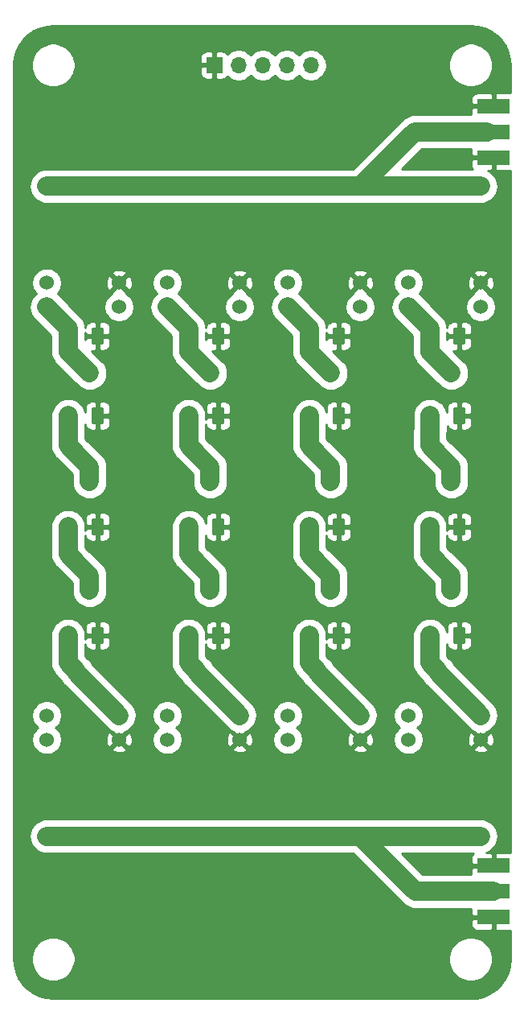
<source format=gbr>
%TF.GenerationSoftware,KiCad,Pcbnew,5.1.9-5.1.9*%
%TF.CreationDate,2021-05-17T13:06:36+03:00*%
%TF.ProjectId,lpf,6c70662e-6b69-4636-9164-5f7063625858,rev?*%
%TF.SameCoordinates,Original*%
%TF.FileFunction,Copper,L2,Bot*%
%TF.FilePolarity,Positive*%
%FSLAX46Y46*%
G04 Gerber Fmt 4.6, Leading zero omitted, Abs format (unit mm)*
G04 Created by KiCad (PCBNEW 5.1.9-5.1.9) date 2021-05-17 13:06:36*
%MOMM*%
%LPD*%
G01*
G04 APERTURE LIST*
%TA.AperFunction,ComponentPad*%
%ADD10C,1.600000*%
%TD*%
%TA.AperFunction,ComponentPad*%
%ADD11C,1.524000*%
%TD*%
%TA.AperFunction,SMDPad,CuDef*%
%ADD12R,3.500000X1.500000*%
%TD*%
%TA.AperFunction,ComponentPad*%
%ADD13O,1.700000X1.700000*%
%TD*%
%TA.AperFunction,ComponentPad*%
%ADD14R,1.700000X1.700000*%
%TD*%
%TA.AperFunction,ViaPad*%
%ADD15C,0.800000*%
%TD*%
%TA.AperFunction,Conductor*%
%ADD16C,2.000000*%
%TD*%
%TA.AperFunction,Conductor*%
%ADD17C,1.000000*%
%TD*%
%TA.AperFunction,Conductor*%
%ADD18C,0.254000*%
%TD*%
%TA.AperFunction,Conductor*%
%ADD19C,0.100000*%
%TD*%
G04 APERTURE END LIST*
D10*
%TO.P,L12,2*%
%TO.N,Net-(C16-Pad1)*%
X157534893Y-119716641D03*
%TO.P,L12,1*%
%TO.N,Net-(C12-Pad1)*%
X158949107Y-111231359D03*
%TD*%
%TO.P,L11,2*%
%TO.N,Net-(C15-Pad1)*%
X144834893Y-119716641D03*
%TO.P,L11,1*%
%TO.N,Net-(C11-Pad1)*%
X146249107Y-111231359D03*
%TD*%
%TO.P,L10,2*%
%TO.N,Net-(C14-Pad1)*%
X132134893Y-119716641D03*
%TO.P,L10,1*%
%TO.N,Net-(C10-Pad1)*%
X133549107Y-111231359D03*
%TD*%
%TO.P,L9,2*%
%TO.N,Net-(C13-Pad1)*%
X119434893Y-119716641D03*
%TO.P,L9,1*%
%TO.N,Net-(C9-Pad1)*%
X120849107Y-111231359D03*
%TD*%
%TO.P,L8,2*%
%TO.N,Net-(C12-Pad1)*%
X157534893Y-108286641D03*
%TO.P,L8,1*%
%TO.N,Net-(C8-Pad1)*%
X158949107Y-99801359D03*
%TD*%
%TO.P,L7,2*%
%TO.N,Net-(C11-Pad1)*%
X144834893Y-108286641D03*
%TO.P,L7,1*%
%TO.N,Net-(C7-Pad1)*%
X146249107Y-99801359D03*
%TD*%
%TO.P,L6,2*%
%TO.N,Net-(C10-Pad1)*%
X132134893Y-108286641D03*
%TO.P,L6,1*%
%TO.N,Net-(C6-Pad1)*%
X133549107Y-99801359D03*
%TD*%
%TO.P,L5,2*%
%TO.N,Net-(C9-Pad1)*%
X119434893Y-108286641D03*
%TO.P,L5,1*%
%TO.N,Net-(C5-Pad1)*%
X120849107Y-99801359D03*
%TD*%
%TO.P,L4,2*%
%TO.N,Net-(C8-Pad1)*%
X157534893Y-96856641D03*
%TO.P,L4,1*%
%TO.N,Net-(C4-Pad1)*%
X158949107Y-88371359D03*
%TD*%
%TO.P,L3,2*%
%TO.N,Net-(C7-Pad1)*%
X144834893Y-96856641D03*
%TO.P,L3,1*%
%TO.N,Net-(C3-Pad1)*%
X146249107Y-88371359D03*
%TD*%
%TO.P,L2,2*%
%TO.N,Net-(C6-Pad1)*%
X132134893Y-96856641D03*
%TO.P,L2,1*%
%TO.N,Net-(C2-Pad1)*%
X133549107Y-88371359D03*
%TD*%
%TO.P,L1,2*%
%TO.N,Net-(C5-Pad1)*%
X119434893Y-96856641D03*
%TO.P,L1,1*%
%TO.N,Net-(C1-Pad1)*%
X120849107Y-88371359D03*
%TD*%
D11*
%TO.P,S8,4*%
%TO.N,Net-(S8-Pad4)*%
X154432000Y-124380000D03*
%TO.P,S8,5*%
%TO.N,Net-(C16-Pad1)*%
X162052000Y-124380000D03*
%TO.P,S8,2*%
%TO.N,GND*%
X162052000Y-126920000D03*
%TO.P,S8,1*%
%TO.N,/10M*%
X154432000Y-126920000D03*
%TO.P,S8,3*%
%TO.N,Net-(J3-Pad1)*%
X154432000Y-137080000D03*
X162052000Y-137080000D03*
%TD*%
%TO.P,S7,4*%
%TO.N,Net-(S7-Pad4)*%
X141732000Y-124380000D03*
%TO.P,S7,5*%
%TO.N,Net-(C15-Pad1)*%
X149352000Y-124380000D03*
%TO.P,S7,2*%
%TO.N,GND*%
X149352000Y-126920000D03*
%TO.P,S7,1*%
%TO.N,/20M*%
X141732000Y-126920000D03*
%TO.P,S7,3*%
%TO.N,Net-(J3-Pad1)*%
X141732000Y-137080000D03*
X149352000Y-137080000D03*
%TD*%
%TO.P,S6,4*%
%TO.N,Net-(S6-Pad4)*%
X129032000Y-124380000D03*
%TO.P,S6,5*%
%TO.N,Net-(C14-Pad1)*%
X136652000Y-124380000D03*
%TO.P,S6,2*%
%TO.N,GND*%
X136652000Y-126920000D03*
%TO.P,S6,1*%
%TO.N,/40M*%
X129032000Y-126920000D03*
%TO.P,S6,3*%
%TO.N,Net-(J3-Pad1)*%
X129032000Y-137080000D03*
X136652000Y-137080000D03*
%TD*%
%TO.P,S5,4*%
%TO.N,Net-(S5-Pad4)*%
X116332000Y-124380000D03*
%TO.P,S5,5*%
%TO.N,Net-(C13-Pad1)*%
X123952000Y-124380000D03*
%TO.P,S5,2*%
%TO.N,GND*%
X123952000Y-126920000D03*
%TO.P,S5,1*%
%TO.N,/80M*%
X116332000Y-126920000D03*
%TO.P,S5,3*%
%TO.N,Net-(J3-Pad1)*%
X116332000Y-137080000D03*
X123952000Y-137080000D03*
%TD*%
%TO.P,S4,4*%
%TO.N,Net-(S4-Pad4)*%
X162052000Y-81438000D03*
%TO.P,S4,5*%
%TO.N,Net-(C4-Pad1)*%
X154432000Y-81438000D03*
%TO.P,S4,2*%
%TO.N,/10M*%
X154432000Y-78898000D03*
%TO.P,S4,1*%
%TO.N,GND*%
X162052000Y-78898000D03*
%TO.P,S4,3*%
%TO.N,Net-(J2-Pad1)*%
X162052000Y-68738000D03*
X154432000Y-68738000D03*
%TD*%
%TO.P,S3,4*%
%TO.N,Net-(S3-Pad4)*%
X149352000Y-81438000D03*
%TO.P,S3,5*%
%TO.N,Net-(C3-Pad1)*%
X141732000Y-81438000D03*
%TO.P,S3,2*%
%TO.N,/20M*%
X141732000Y-78898000D03*
%TO.P,S3,1*%
%TO.N,GND*%
X149352000Y-78898000D03*
%TO.P,S3,3*%
%TO.N,Net-(J2-Pad1)*%
X149352000Y-68738000D03*
X141732000Y-68738000D03*
%TD*%
%TO.P,S2,4*%
%TO.N,Net-(S2-Pad4)*%
X136652000Y-81438000D03*
%TO.P,S2,5*%
%TO.N,Net-(C2-Pad1)*%
X129032000Y-81438000D03*
%TO.P,S2,2*%
%TO.N,/40M*%
X129032000Y-78898000D03*
%TO.P,S2,1*%
%TO.N,GND*%
X136652000Y-78898000D03*
%TO.P,S2,3*%
%TO.N,Net-(J2-Pad1)*%
X136652000Y-68738000D03*
X129032000Y-68738000D03*
%TD*%
%TO.P,S1,4*%
%TO.N,Net-(S1-Pad4)*%
X123952000Y-81438000D03*
%TO.P,S1,5*%
%TO.N,Net-(C1-Pad1)*%
X116332000Y-81438000D03*
%TO.P,S1,2*%
%TO.N,/80M*%
X116332000Y-78898000D03*
%TO.P,S1,1*%
%TO.N,GND*%
X123952000Y-78898000D03*
%TO.P,S1,3*%
%TO.N,Net-(J2-Pad1)*%
X123952000Y-68738000D03*
X116332000Y-68738000D03*
%TD*%
D12*
%TO.P,J3,2*%
%TO.N,GND*%
X163400000Y-145600000D03*
X163400000Y-140200000D03*
%TO.P,J3,1*%
%TO.N,Net-(J3-Pad1)*%
X163400000Y-142900000D03*
%TD*%
%TO.P,J2,2*%
%TO.N,GND*%
X163400000Y-65700000D03*
X163400000Y-60300000D03*
%TO.P,J2,1*%
%TO.N,Net-(J2-Pad1)*%
X163400000Y-63000000D03*
%TD*%
D13*
%TO.P,J1,5*%
%TO.N,/10M*%
X144160000Y-56000000D03*
%TO.P,J1,4*%
%TO.N,/20M*%
X141620000Y-56000000D03*
%TO.P,J1,3*%
%TO.N,/40M*%
X139080000Y-56000000D03*
%TO.P,J1,2*%
%TO.N,/80M*%
X136540000Y-56000000D03*
D14*
%TO.P,J1,1*%
%TO.N,GND*%
X134000000Y-56000000D03*
%TD*%
%TO.P,C16,2*%
%TO.N,GND*%
%TA.AperFunction,SMDPad,CuDef*%
G36*
G01*
X159142000Y-116632002D02*
X159142000Y-115331998D01*
G75*
G02*
X159391998Y-115082000I249998J0D01*
G01*
X160217002Y-115082000D01*
G75*
G02*
X160467000Y-115331998I0J-249998D01*
G01*
X160467000Y-116632002D01*
G75*
G02*
X160217002Y-116882000I-249998J0D01*
G01*
X159391998Y-116882000D01*
G75*
G02*
X159142000Y-116632002I0J249998D01*
G01*
G37*
%TD.AperFunction*%
%TO.P,C16,1*%
%TO.N,Net-(C16-Pad1)*%
%TA.AperFunction,SMDPad,CuDef*%
G36*
G01*
X156017000Y-116632002D02*
X156017000Y-115331998D01*
G75*
G02*
X156266998Y-115082000I249998J0D01*
G01*
X157092002Y-115082000D01*
G75*
G02*
X157342000Y-115331998I0J-249998D01*
G01*
X157342000Y-116632002D01*
G75*
G02*
X157092002Y-116882000I-249998J0D01*
G01*
X156266998Y-116882000D01*
G75*
G02*
X156017000Y-116632002I0J249998D01*
G01*
G37*
%TD.AperFunction*%
%TD*%
%TO.P,C15,2*%
%TO.N,GND*%
%TA.AperFunction,SMDPad,CuDef*%
G36*
G01*
X146442000Y-116632002D02*
X146442000Y-115331998D01*
G75*
G02*
X146691998Y-115082000I249998J0D01*
G01*
X147517002Y-115082000D01*
G75*
G02*
X147767000Y-115331998I0J-249998D01*
G01*
X147767000Y-116632002D01*
G75*
G02*
X147517002Y-116882000I-249998J0D01*
G01*
X146691998Y-116882000D01*
G75*
G02*
X146442000Y-116632002I0J249998D01*
G01*
G37*
%TD.AperFunction*%
%TO.P,C15,1*%
%TO.N,Net-(C15-Pad1)*%
%TA.AperFunction,SMDPad,CuDef*%
G36*
G01*
X143317000Y-116632002D02*
X143317000Y-115331998D01*
G75*
G02*
X143566998Y-115082000I249998J0D01*
G01*
X144392002Y-115082000D01*
G75*
G02*
X144642000Y-115331998I0J-249998D01*
G01*
X144642000Y-116632002D01*
G75*
G02*
X144392002Y-116882000I-249998J0D01*
G01*
X143566998Y-116882000D01*
G75*
G02*
X143317000Y-116632002I0J249998D01*
G01*
G37*
%TD.AperFunction*%
%TD*%
%TO.P,C14,2*%
%TO.N,GND*%
%TA.AperFunction,SMDPad,CuDef*%
G36*
G01*
X133742000Y-116632002D02*
X133742000Y-115331998D01*
G75*
G02*
X133991998Y-115082000I249998J0D01*
G01*
X134817002Y-115082000D01*
G75*
G02*
X135067000Y-115331998I0J-249998D01*
G01*
X135067000Y-116632002D01*
G75*
G02*
X134817002Y-116882000I-249998J0D01*
G01*
X133991998Y-116882000D01*
G75*
G02*
X133742000Y-116632002I0J249998D01*
G01*
G37*
%TD.AperFunction*%
%TO.P,C14,1*%
%TO.N,Net-(C14-Pad1)*%
%TA.AperFunction,SMDPad,CuDef*%
G36*
G01*
X130617000Y-116632002D02*
X130617000Y-115331998D01*
G75*
G02*
X130866998Y-115082000I249998J0D01*
G01*
X131692002Y-115082000D01*
G75*
G02*
X131942000Y-115331998I0J-249998D01*
G01*
X131942000Y-116632002D01*
G75*
G02*
X131692002Y-116882000I-249998J0D01*
G01*
X130866998Y-116882000D01*
G75*
G02*
X130617000Y-116632002I0J249998D01*
G01*
G37*
%TD.AperFunction*%
%TD*%
%TO.P,C13,2*%
%TO.N,GND*%
%TA.AperFunction,SMDPad,CuDef*%
G36*
G01*
X121042000Y-116632002D02*
X121042000Y-115331998D01*
G75*
G02*
X121291998Y-115082000I249998J0D01*
G01*
X122117002Y-115082000D01*
G75*
G02*
X122367000Y-115331998I0J-249998D01*
G01*
X122367000Y-116632002D01*
G75*
G02*
X122117002Y-116882000I-249998J0D01*
G01*
X121291998Y-116882000D01*
G75*
G02*
X121042000Y-116632002I0J249998D01*
G01*
G37*
%TD.AperFunction*%
%TO.P,C13,1*%
%TO.N,Net-(C13-Pad1)*%
%TA.AperFunction,SMDPad,CuDef*%
G36*
G01*
X117917000Y-116632002D02*
X117917000Y-115331998D01*
G75*
G02*
X118166998Y-115082000I249998J0D01*
G01*
X118992002Y-115082000D01*
G75*
G02*
X119242000Y-115331998I0J-249998D01*
G01*
X119242000Y-116632002D01*
G75*
G02*
X118992002Y-116882000I-249998J0D01*
G01*
X118166998Y-116882000D01*
G75*
G02*
X117917000Y-116632002I0J249998D01*
G01*
G37*
%TD.AperFunction*%
%TD*%
%TO.P,C12,2*%
%TO.N,GND*%
%TA.AperFunction,SMDPad,CuDef*%
G36*
G01*
X159142000Y-105202002D02*
X159142000Y-103901998D01*
G75*
G02*
X159391998Y-103652000I249998J0D01*
G01*
X160217002Y-103652000D01*
G75*
G02*
X160467000Y-103901998I0J-249998D01*
G01*
X160467000Y-105202002D01*
G75*
G02*
X160217002Y-105452000I-249998J0D01*
G01*
X159391998Y-105452000D01*
G75*
G02*
X159142000Y-105202002I0J249998D01*
G01*
G37*
%TD.AperFunction*%
%TO.P,C12,1*%
%TO.N,Net-(C12-Pad1)*%
%TA.AperFunction,SMDPad,CuDef*%
G36*
G01*
X156017000Y-105202002D02*
X156017000Y-103901998D01*
G75*
G02*
X156266998Y-103652000I249998J0D01*
G01*
X157092002Y-103652000D01*
G75*
G02*
X157342000Y-103901998I0J-249998D01*
G01*
X157342000Y-105202002D01*
G75*
G02*
X157092002Y-105452000I-249998J0D01*
G01*
X156266998Y-105452000D01*
G75*
G02*
X156017000Y-105202002I0J249998D01*
G01*
G37*
%TD.AperFunction*%
%TD*%
%TO.P,C11,2*%
%TO.N,GND*%
%TA.AperFunction,SMDPad,CuDef*%
G36*
G01*
X146442000Y-105202002D02*
X146442000Y-103901998D01*
G75*
G02*
X146691998Y-103652000I249998J0D01*
G01*
X147517002Y-103652000D01*
G75*
G02*
X147767000Y-103901998I0J-249998D01*
G01*
X147767000Y-105202002D01*
G75*
G02*
X147517002Y-105452000I-249998J0D01*
G01*
X146691998Y-105452000D01*
G75*
G02*
X146442000Y-105202002I0J249998D01*
G01*
G37*
%TD.AperFunction*%
%TO.P,C11,1*%
%TO.N,Net-(C11-Pad1)*%
%TA.AperFunction,SMDPad,CuDef*%
G36*
G01*
X143317000Y-105202002D02*
X143317000Y-103901998D01*
G75*
G02*
X143566998Y-103652000I249998J0D01*
G01*
X144392002Y-103652000D01*
G75*
G02*
X144642000Y-103901998I0J-249998D01*
G01*
X144642000Y-105202002D01*
G75*
G02*
X144392002Y-105452000I-249998J0D01*
G01*
X143566998Y-105452000D01*
G75*
G02*
X143317000Y-105202002I0J249998D01*
G01*
G37*
%TD.AperFunction*%
%TD*%
%TO.P,C10,2*%
%TO.N,GND*%
%TA.AperFunction,SMDPad,CuDef*%
G36*
G01*
X133742000Y-105202002D02*
X133742000Y-103901998D01*
G75*
G02*
X133991998Y-103652000I249998J0D01*
G01*
X134817002Y-103652000D01*
G75*
G02*
X135067000Y-103901998I0J-249998D01*
G01*
X135067000Y-105202002D01*
G75*
G02*
X134817002Y-105452000I-249998J0D01*
G01*
X133991998Y-105452000D01*
G75*
G02*
X133742000Y-105202002I0J249998D01*
G01*
G37*
%TD.AperFunction*%
%TO.P,C10,1*%
%TO.N,Net-(C10-Pad1)*%
%TA.AperFunction,SMDPad,CuDef*%
G36*
G01*
X130617000Y-105202002D02*
X130617000Y-103901998D01*
G75*
G02*
X130866998Y-103652000I249998J0D01*
G01*
X131692002Y-103652000D01*
G75*
G02*
X131942000Y-103901998I0J-249998D01*
G01*
X131942000Y-105202002D01*
G75*
G02*
X131692002Y-105452000I-249998J0D01*
G01*
X130866998Y-105452000D01*
G75*
G02*
X130617000Y-105202002I0J249998D01*
G01*
G37*
%TD.AperFunction*%
%TD*%
%TO.P,C9,2*%
%TO.N,GND*%
%TA.AperFunction,SMDPad,CuDef*%
G36*
G01*
X121042000Y-105202002D02*
X121042000Y-103901998D01*
G75*
G02*
X121291998Y-103652000I249998J0D01*
G01*
X122117002Y-103652000D01*
G75*
G02*
X122367000Y-103901998I0J-249998D01*
G01*
X122367000Y-105202002D01*
G75*
G02*
X122117002Y-105452000I-249998J0D01*
G01*
X121291998Y-105452000D01*
G75*
G02*
X121042000Y-105202002I0J249998D01*
G01*
G37*
%TD.AperFunction*%
%TO.P,C9,1*%
%TO.N,Net-(C9-Pad1)*%
%TA.AperFunction,SMDPad,CuDef*%
G36*
G01*
X117917000Y-105202002D02*
X117917000Y-103901998D01*
G75*
G02*
X118166998Y-103652000I249998J0D01*
G01*
X118992002Y-103652000D01*
G75*
G02*
X119242000Y-103901998I0J-249998D01*
G01*
X119242000Y-105202002D01*
G75*
G02*
X118992002Y-105452000I-249998J0D01*
G01*
X118166998Y-105452000D01*
G75*
G02*
X117917000Y-105202002I0J249998D01*
G01*
G37*
%TD.AperFunction*%
%TD*%
%TO.P,C8,2*%
%TO.N,GND*%
%TA.AperFunction,SMDPad,CuDef*%
G36*
G01*
X159142000Y-93518002D02*
X159142000Y-92217998D01*
G75*
G02*
X159391998Y-91968000I249998J0D01*
G01*
X160217002Y-91968000D01*
G75*
G02*
X160467000Y-92217998I0J-249998D01*
G01*
X160467000Y-93518002D01*
G75*
G02*
X160217002Y-93768000I-249998J0D01*
G01*
X159391998Y-93768000D01*
G75*
G02*
X159142000Y-93518002I0J249998D01*
G01*
G37*
%TD.AperFunction*%
%TO.P,C8,1*%
%TO.N,Net-(C8-Pad1)*%
%TA.AperFunction,SMDPad,CuDef*%
G36*
G01*
X156017000Y-93518002D02*
X156017000Y-92217998D01*
G75*
G02*
X156266998Y-91968000I249998J0D01*
G01*
X157092002Y-91968000D01*
G75*
G02*
X157342000Y-92217998I0J-249998D01*
G01*
X157342000Y-93518002D01*
G75*
G02*
X157092002Y-93768000I-249998J0D01*
G01*
X156266998Y-93768000D01*
G75*
G02*
X156017000Y-93518002I0J249998D01*
G01*
G37*
%TD.AperFunction*%
%TD*%
%TO.P,C7,2*%
%TO.N,GND*%
%TA.AperFunction,SMDPad,CuDef*%
G36*
G01*
X146442000Y-93518002D02*
X146442000Y-92217998D01*
G75*
G02*
X146691998Y-91968000I249998J0D01*
G01*
X147517002Y-91968000D01*
G75*
G02*
X147767000Y-92217998I0J-249998D01*
G01*
X147767000Y-93518002D01*
G75*
G02*
X147517002Y-93768000I-249998J0D01*
G01*
X146691998Y-93768000D01*
G75*
G02*
X146442000Y-93518002I0J249998D01*
G01*
G37*
%TD.AperFunction*%
%TO.P,C7,1*%
%TO.N,Net-(C7-Pad1)*%
%TA.AperFunction,SMDPad,CuDef*%
G36*
G01*
X143317000Y-93518002D02*
X143317000Y-92217998D01*
G75*
G02*
X143566998Y-91968000I249998J0D01*
G01*
X144392002Y-91968000D01*
G75*
G02*
X144642000Y-92217998I0J-249998D01*
G01*
X144642000Y-93518002D01*
G75*
G02*
X144392002Y-93768000I-249998J0D01*
G01*
X143566998Y-93768000D01*
G75*
G02*
X143317000Y-93518002I0J249998D01*
G01*
G37*
%TD.AperFunction*%
%TD*%
%TO.P,C6,2*%
%TO.N,GND*%
%TA.AperFunction,SMDPad,CuDef*%
G36*
G01*
X133742000Y-93518002D02*
X133742000Y-92217998D01*
G75*
G02*
X133991998Y-91968000I249998J0D01*
G01*
X134817002Y-91968000D01*
G75*
G02*
X135067000Y-92217998I0J-249998D01*
G01*
X135067000Y-93518002D01*
G75*
G02*
X134817002Y-93768000I-249998J0D01*
G01*
X133991998Y-93768000D01*
G75*
G02*
X133742000Y-93518002I0J249998D01*
G01*
G37*
%TD.AperFunction*%
%TO.P,C6,1*%
%TO.N,Net-(C6-Pad1)*%
%TA.AperFunction,SMDPad,CuDef*%
G36*
G01*
X130617000Y-93518002D02*
X130617000Y-92217998D01*
G75*
G02*
X130866998Y-91968000I249998J0D01*
G01*
X131692002Y-91968000D01*
G75*
G02*
X131942000Y-92217998I0J-249998D01*
G01*
X131942000Y-93518002D01*
G75*
G02*
X131692002Y-93768000I-249998J0D01*
G01*
X130866998Y-93768000D01*
G75*
G02*
X130617000Y-93518002I0J249998D01*
G01*
G37*
%TD.AperFunction*%
%TD*%
%TO.P,C5,2*%
%TO.N,GND*%
%TA.AperFunction,SMDPad,CuDef*%
G36*
G01*
X121042000Y-93518002D02*
X121042000Y-92217998D01*
G75*
G02*
X121291998Y-91968000I249998J0D01*
G01*
X122117002Y-91968000D01*
G75*
G02*
X122367000Y-92217998I0J-249998D01*
G01*
X122367000Y-93518002D01*
G75*
G02*
X122117002Y-93768000I-249998J0D01*
G01*
X121291998Y-93768000D01*
G75*
G02*
X121042000Y-93518002I0J249998D01*
G01*
G37*
%TD.AperFunction*%
%TO.P,C5,1*%
%TO.N,Net-(C5-Pad1)*%
%TA.AperFunction,SMDPad,CuDef*%
G36*
G01*
X117917000Y-93518002D02*
X117917000Y-92217998D01*
G75*
G02*
X118166998Y-91968000I249998J0D01*
G01*
X118992002Y-91968000D01*
G75*
G02*
X119242000Y-92217998I0J-249998D01*
G01*
X119242000Y-93518002D01*
G75*
G02*
X118992002Y-93768000I-249998J0D01*
G01*
X118166998Y-93768000D01*
G75*
G02*
X117917000Y-93518002I0J249998D01*
G01*
G37*
%TD.AperFunction*%
%TD*%
%TO.P,C4,2*%
%TO.N,GND*%
%TA.AperFunction,SMDPad,CuDef*%
G36*
G01*
X159142000Y-85136002D02*
X159142000Y-83835998D01*
G75*
G02*
X159391998Y-83586000I249998J0D01*
G01*
X160217002Y-83586000D01*
G75*
G02*
X160467000Y-83835998I0J-249998D01*
G01*
X160467000Y-85136002D01*
G75*
G02*
X160217002Y-85386000I-249998J0D01*
G01*
X159391998Y-85386000D01*
G75*
G02*
X159142000Y-85136002I0J249998D01*
G01*
G37*
%TD.AperFunction*%
%TO.P,C4,1*%
%TO.N,Net-(C4-Pad1)*%
%TA.AperFunction,SMDPad,CuDef*%
G36*
G01*
X156017000Y-85136002D02*
X156017000Y-83835998D01*
G75*
G02*
X156266998Y-83586000I249998J0D01*
G01*
X157092002Y-83586000D01*
G75*
G02*
X157342000Y-83835998I0J-249998D01*
G01*
X157342000Y-85136002D01*
G75*
G02*
X157092002Y-85386000I-249998J0D01*
G01*
X156266998Y-85386000D01*
G75*
G02*
X156017000Y-85136002I0J249998D01*
G01*
G37*
%TD.AperFunction*%
%TD*%
%TO.P,C3,2*%
%TO.N,GND*%
%TA.AperFunction,SMDPad,CuDef*%
G36*
G01*
X146442000Y-85136002D02*
X146442000Y-83835998D01*
G75*
G02*
X146691998Y-83586000I249998J0D01*
G01*
X147517002Y-83586000D01*
G75*
G02*
X147767000Y-83835998I0J-249998D01*
G01*
X147767000Y-85136002D01*
G75*
G02*
X147517002Y-85386000I-249998J0D01*
G01*
X146691998Y-85386000D01*
G75*
G02*
X146442000Y-85136002I0J249998D01*
G01*
G37*
%TD.AperFunction*%
%TO.P,C3,1*%
%TO.N,Net-(C3-Pad1)*%
%TA.AperFunction,SMDPad,CuDef*%
G36*
G01*
X143317000Y-85136002D02*
X143317000Y-83835998D01*
G75*
G02*
X143566998Y-83586000I249998J0D01*
G01*
X144392002Y-83586000D01*
G75*
G02*
X144642000Y-83835998I0J-249998D01*
G01*
X144642000Y-85136002D01*
G75*
G02*
X144392002Y-85386000I-249998J0D01*
G01*
X143566998Y-85386000D01*
G75*
G02*
X143317000Y-85136002I0J249998D01*
G01*
G37*
%TD.AperFunction*%
%TD*%
%TO.P,C2,2*%
%TO.N,GND*%
%TA.AperFunction,SMDPad,CuDef*%
G36*
G01*
X133742000Y-85136002D02*
X133742000Y-83835998D01*
G75*
G02*
X133991998Y-83586000I249998J0D01*
G01*
X134817002Y-83586000D01*
G75*
G02*
X135067000Y-83835998I0J-249998D01*
G01*
X135067000Y-85136002D01*
G75*
G02*
X134817002Y-85386000I-249998J0D01*
G01*
X133991998Y-85386000D01*
G75*
G02*
X133742000Y-85136002I0J249998D01*
G01*
G37*
%TD.AperFunction*%
%TO.P,C2,1*%
%TO.N,Net-(C2-Pad1)*%
%TA.AperFunction,SMDPad,CuDef*%
G36*
G01*
X130617000Y-85136002D02*
X130617000Y-83835998D01*
G75*
G02*
X130866998Y-83586000I249998J0D01*
G01*
X131692002Y-83586000D01*
G75*
G02*
X131942000Y-83835998I0J-249998D01*
G01*
X131942000Y-85136002D01*
G75*
G02*
X131692002Y-85386000I-249998J0D01*
G01*
X130866998Y-85386000D01*
G75*
G02*
X130617000Y-85136002I0J249998D01*
G01*
G37*
%TD.AperFunction*%
%TD*%
%TO.P,C1,2*%
%TO.N,GND*%
%TA.AperFunction,SMDPad,CuDef*%
G36*
G01*
X121042000Y-85136002D02*
X121042000Y-83835998D01*
G75*
G02*
X121291998Y-83586000I249998J0D01*
G01*
X122117002Y-83586000D01*
G75*
G02*
X122367000Y-83835998I0J-249998D01*
G01*
X122367000Y-85136002D01*
G75*
G02*
X122117002Y-85386000I-249998J0D01*
G01*
X121291998Y-85386000D01*
G75*
G02*
X121042000Y-85136002I0J249998D01*
G01*
G37*
%TD.AperFunction*%
%TO.P,C1,1*%
%TO.N,Net-(C1-Pad1)*%
%TA.AperFunction,SMDPad,CuDef*%
G36*
G01*
X117917000Y-85136002D02*
X117917000Y-83835998D01*
G75*
G02*
X118166998Y-83586000I249998J0D01*
G01*
X118992002Y-83586000D01*
G75*
G02*
X119242000Y-83835998I0J-249998D01*
G01*
X119242000Y-85136002D01*
G75*
G02*
X118992002Y-85386000I-249998J0D01*
G01*
X118166998Y-85386000D01*
G75*
G02*
X117917000Y-85136002I0J249998D01*
G01*
G37*
%TD.AperFunction*%
%TD*%
D15*
%TO.N,GND*%
X123952000Y-83724000D03*
X123952000Y-85248000D03*
X136652000Y-83724000D03*
X136652000Y-85248000D03*
X149352000Y-83724000D03*
X149352000Y-85248000D03*
X162052000Y-83724000D03*
X162052000Y-85248000D03*
X123952000Y-92106000D03*
X123952000Y-93630000D03*
X136652000Y-92106000D03*
X136652000Y-93630000D03*
X149352000Y-92106000D03*
X149352000Y-93630000D03*
X162052000Y-92106000D03*
X162052000Y-93630000D03*
X123952000Y-103790000D03*
X123952000Y-105314000D03*
X136652000Y-103790000D03*
X136652000Y-105314000D03*
X149352000Y-103790000D03*
X149352000Y-105314000D03*
X162052000Y-103790000D03*
X162052000Y-105314000D03*
X123952000Y-115220000D03*
X123952000Y-116744000D03*
X136652000Y-115220000D03*
X136652000Y-116744000D03*
X149352000Y-115220000D03*
X149352000Y-116744000D03*
X162052000Y-115220000D03*
X162052000Y-116744000D03*
X120142000Y-71532000D03*
X120142000Y-74834000D03*
X132842000Y-71532000D03*
X132842000Y-74834000D03*
X145542000Y-71532000D03*
X145542000Y-74834000D03*
X158242000Y-71532000D03*
X158242000Y-74834000D03*
X120142000Y-134286000D03*
X120142000Y-130730000D03*
X132842000Y-134286000D03*
X132842000Y-130730000D03*
X145542000Y-134286000D03*
X145542000Y-130730000D03*
X158242000Y-134286000D03*
X158242000Y-130730000D03*
%TD*%
D16*
%TO.N,Net-(C1-Pad1)*%
X118579500Y-83685500D02*
X116332000Y-81438000D01*
X118579500Y-84486000D02*
X118579500Y-83685500D01*
X118579500Y-86101752D02*
X120849107Y-88371359D01*
X118579500Y-84486000D02*
X118579500Y-86101752D01*
%TO.N,Net-(C2-Pad1)*%
X131279500Y-83685500D02*
X129032000Y-81438000D01*
X131279500Y-84486000D02*
X131279500Y-83685500D01*
X131279500Y-86101752D02*
X133549107Y-88371359D01*
X131279500Y-84486000D02*
X131279500Y-86101752D01*
%TO.N,Net-(C3-Pad1)*%
X143979500Y-83685500D02*
X141732000Y-81438000D01*
X143979500Y-84486000D02*
X143979500Y-83685500D01*
X143979500Y-86101752D02*
X146249107Y-88371359D01*
X143979500Y-84486000D02*
X143979500Y-86101752D01*
%TO.N,Net-(C4-Pad1)*%
X156679500Y-83685500D02*
X154432000Y-81438000D01*
X156679500Y-84486000D02*
X156679500Y-83685500D01*
X156679500Y-86101752D02*
X158949107Y-88371359D01*
X156679500Y-84486000D02*
X156679500Y-86101752D01*
%TO.N,Net-(C5-Pad1)*%
X120849107Y-98270855D02*
X119434893Y-96856641D01*
X120849107Y-99801359D02*
X120849107Y-98270855D01*
X118579500Y-96001248D02*
X119434893Y-96856641D01*
X118618000Y-92868000D02*
X118579500Y-92906500D01*
X118579500Y-92906500D02*
X118579500Y-96001248D01*
%TO.N,Net-(C6-Pad1)*%
X133549107Y-98270855D02*
X132134893Y-96856641D01*
X133549107Y-99801359D02*
X133549107Y-98270855D01*
X131279500Y-96001248D02*
X132134893Y-96856641D01*
X131279500Y-92868000D02*
X131279500Y-96001248D01*
%TO.N,Net-(C7-Pad1)*%
X146249107Y-98270855D02*
X144834893Y-96856641D01*
X146249107Y-99801359D02*
X146249107Y-98270855D01*
X143979500Y-96001248D02*
X144834893Y-96856641D01*
X144018000Y-92868000D02*
X143979500Y-92906500D01*
X143979500Y-92906500D02*
X143979500Y-96001248D01*
%TO.N,Net-(C8-Pad1)*%
X158949107Y-98270855D02*
X157534893Y-96856641D01*
X158949107Y-99801359D02*
X158949107Y-98270855D01*
X156679500Y-96001248D02*
X157534893Y-96856641D01*
X156718000Y-92868000D02*
X156679500Y-96001248D01*
%TO.N,Net-(C9-Pad1)*%
X120849107Y-109700855D02*
X119434893Y-108286641D01*
X120849107Y-111231359D02*
X120849107Y-109700855D01*
X118579500Y-107431248D02*
X119434893Y-108286641D01*
X118579500Y-104552000D02*
X118579500Y-107431248D01*
%TO.N,Net-(C10-Pad1)*%
X133549107Y-109700855D02*
X132134893Y-108286641D01*
X133549107Y-111231359D02*
X133549107Y-109700855D01*
X131279500Y-107431248D02*
X132134893Y-108286641D01*
X131318000Y-104552000D02*
X131279500Y-104590500D01*
X131279500Y-104590500D02*
X131279500Y-107431248D01*
%TO.N,Net-(C11-Pad1)*%
X146249107Y-109700855D02*
X144834893Y-108286641D01*
X146249107Y-111231359D02*
X146249107Y-109700855D01*
X143979500Y-107431248D02*
X144834893Y-108286641D01*
X143979500Y-104552000D02*
X143979500Y-107431248D01*
%TO.N,Net-(C12-Pad1)*%
X158949107Y-109700855D02*
X157534893Y-108286641D01*
X158949107Y-111231359D02*
X158949107Y-109700855D01*
X156679500Y-107431248D02*
X157534893Y-108286641D01*
X156679500Y-104552000D02*
X156679500Y-107431248D01*
%TO.N,Net-(C13-Pad1)*%
X118579500Y-118861248D02*
X119434893Y-119716641D01*
X118579500Y-115982000D02*
X118579500Y-118861248D01*
X119434893Y-119862893D02*
X123952000Y-124380000D01*
X119434893Y-119716641D02*
X119434893Y-119862893D01*
%TO.N,Net-(C14-Pad1)*%
X131279500Y-118861248D02*
X132134893Y-119716641D01*
X131279500Y-115982000D02*
X131279500Y-118861248D01*
X132134893Y-119862893D02*
X136652000Y-124380000D01*
X132134893Y-119716641D02*
X132134893Y-119862893D01*
%TO.N,Net-(C15-Pad1)*%
X143979500Y-118861248D02*
X144834893Y-119716641D01*
X143979500Y-115982000D02*
X143979500Y-118861248D01*
X144834893Y-119862893D02*
X149352000Y-124380000D01*
X144834893Y-119716641D02*
X144834893Y-119862893D01*
%TO.N,Net-(C16-Pad1)*%
X156679500Y-118861248D02*
X157534893Y-119716641D01*
X156718000Y-115982000D02*
X156679500Y-116020500D01*
X156679500Y-116020500D02*
X156679500Y-118861248D01*
X157534893Y-119862893D02*
X162052000Y-124380000D01*
X157534893Y-119716641D02*
X157534893Y-119862893D01*
%TO.N,Net-(J2-Pad1)*%
X116332000Y-68738000D02*
X123952000Y-68738000D01*
D17*
X136652000Y-68738000D02*
X134575998Y-68738000D01*
D16*
X139446000Y-68738000D02*
X162052000Y-68738000D01*
X123952000Y-68738000D02*
X139446000Y-68738000D01*
X155090000Y-63000000D02*
X162700000Y-63000000D01*
X149352000Y-68738000D02*
X155090000Y-63000000D01*
%TO.N,Net-(J3-Pad1)*%
X116332000Y-137080000D02*
X162052000Y-137080000D01*
X155172000Y-142900000D02*
X163400000Y-142900000D01*
X149352000Y-137080000D02*
X155172000Y-142900000D01*
%TD*%
D18*
%TO.N,GND*%
X161733948Y-51920890D02*
X162444694Y-52115328D01*
X163109783Y-52432559D01*
X163708176Y-52862548D01*
X164220969Y-53391709D01*
X164631953Y-54003319D01*
X164928134Y-54678036D01*
X165101725Y-55401096D01*
X165148001Y-56031256D01*
X165148001Y-58911932D01*
X163685750Y-58915000D01*
X163527000Y-59073750D01*
X163527000Y-60173000D01*
X163547000Y-60173000D01*
X163547000Y-60427000D01*
X163527000Y-60427000D01*
X163527000Y-60447000D01*
X163273000Y-60447000D01*
X163273000Y-60427000D01*
X161173750Y-60427000D01*
X161015000Y-60585750D01*
X161011928Y-61050000D01*
X161024042Y-61173000D01*
X155179743Y-61173000D01*
X155089999Y-61164161D01*
X155000255Y-61173000D01*
X155000245Y-61173000D01*
X154731845Y-61199435D01*
X154419513Y-61294180D01*
X154387454Y-61303905D01*
X154070061Y-61473555D01*
X153861581Y-61644650D01*
X153861577Y-61644654D01*
X153791865Y-61701865D01*
X153734653Y-61771578D01*
X148595233Y-66911000D01*
X116242245Y-66911000D01*
X115973845Y-66937435D01*
X115629454Y-67041905D01*
X115312062Y-67211555D01*
X115033865Y-67439865D01*
X114805555Y-67718062D01*
X114635905Y-68035454D01*
X114531435Y-68379845D01*
X114496160Y-68738000D01*
X114531435Y-69096155D01*
X114635905Y-69440546D01*
X114805555Y-69757938D01*
X115033865Y-70036135D01*
X115312062Y-70264445D01*
X115629454Y-70434095D01*
X115973845Y-70538565D01*
X116242245Y-70565000D01*
X149262248Y-70565000D01*
X149352000Y-70573840D01*
X149441752Y-70565000D01*
X162141755Y-70565000D01*
X162410155Y-70538565D01*
X162754546Y-70434095D01*
X163071938Y-70264445D01*
X163350135Y-70036135D01*
X163578445Y-69757938D01*
X163748095Y-69440546D01*
X163852565Y-69096155D01*
X163887840Y-68738000D01*
X163852565Y-68379845D01*
X163748095Y-68035454D01*
X163578445Y-67718062D01*
X163350135Y-67439865D01*
X163071938Y-67211555D01*
X162836262Y-67085583D01*
X163114250Y-67085000D01*
X163273000Y-66926250D01*
X163273000Y-65827000D01*
X161173750Y-65827000D01*
X161015000Y-65985750D01*
X161011928Y-66450000D01*
X161024188Y-66574482D01*
X161060498Y-66694180D01*
X161119463Y-66804494D01*
X161198815Y-66901185D01*
X161210775Y-66911000D01*
X153762768Y-66911000D01*
X155846769Y-64827000D01*
X161024042Y-64827000D01*
X161011928Y-64950000D01*
X161015000Y-65414250D01*
X161173750Y-65573000D01*
X163273000Y-65573000D01*
X163273000Y-65553000D01*
X163527000Y-65553000D01*
X163527000Y-65573000D01*
X163547000Y-65573000D01*
X163547000Y-65827000D01*
X163527000Y-65827000D01*
X163527000Y-66926250D01*
X163685750Y-67085000D01*
X165148001Y-67088068D01*
X165148000Y-138811932D01*
X163685750Y-138815000D01*
X163527000Y-138973750D01*
X163527000Y-140073000D01*
X163547000Y-140073000D01*
X163547000Y-140327000D01*
X163527000Y-140327000D01*
X163527000Y-140347000D01*
X163273000Y-140347000D01*
X163273000Y-140327000D01*
X161173750Y-140327000D01*
X161015000Y-140485750D01*
X161011928Y-140950000D01*
X161024042Y-141073000D01*
X155928768Y-141073000D01*
X153762768Y-138907000D01*
X161318822Y-138907000D01*
X161295506Y-138919463D01*
X161198815Y-138998815D01*
X161119463Y-139095506D01*
X161060498Y-139205820D01*
X161024188Y-139325518D01*
X161011928Y-139450000D01*
X161015000Y-139914250D01*
X161173750Y-140073000D01*
X163273000Y-140073000D01*
X163273000Y-138973750D01*
X163114250Y-138815000D01*
X162629645Y-138813983D01*
X162754546Y-138776095D01*
X163071938Y-138606445D01*
X163350135Y-138378135D01*
X163578445Y-138099938D01*
X163748095Y-137782546D01*
X163852565Y-137438155D01*
X163887840Y-137080000D01*
X163852565Y-136721845D01*
X163748095Y-136377454D01*
X163578445Y-136060062D01*
X163350135Y-135781865D01*
X163071938Y-135553555D01*
X162754546Y-135383905D01*
X162410155Y-135279435D01*
X162141755Y-135253000D01*
X149441752Y-135253000D01*
X149352000Y-135244160D01*
X149262248Y-135253000D01*
X116242245Y-135253000D01*
X115973845Y-135279435D01*
X115629454Y-135383905D01*
X115312062Y-135553555D01*
X115033865Y-135781865D01*
X114805555Y-136060062D01*
X114635905Y-136377454D01*
X114531435Y-136721845D01*
X114496160Y-137080000D01*
X114531435Y-137438155D01*
X114635905Y-137782546D01*
X114805555Y-138099938D01*
X115033865Y-138378135D01*
X115312062Y-138606445D01*
X115629454Y-138776095D01*
X115973845Y-138880565D01*
X116242245Y-138907000D01*
X148595233Y-138907000D01*
X153816649Y-144128417D01*
X153873865Y-144198135D01*
X154152062Y-144426445D01*
X154469454Y-144596095D01*
X154813845Y-144700565D01*
X155082245Y-144727000D01*
X155082248Y-144727000D01*
X155172000Y-144735840D01*
X155261752Y-144727000D01*
X161024042Y-144727000D01*
X161011928Y-144850000D01*
X161015000Y-145314250D01*
X161173750Y-145473000D01*
X163273000Y-145473000D01*
X163273000Y-145453000D01*
X163527000Y-145453000D01*
X163527000Y-145473000D01*
X163547000Y-145473000D01*
X163547000Y-145727000D01*
X163527000Y-145727000D01*
X163527000Y-146826250D01*
X163685750Y-146985000D01*
X165148000Y-146988068D01*
X165148000Y-149962056D01*
X165079110Y-150733949D01*
X164884672Y-151444696D01*
X164567441Y-152109783D01*
X164137452Y-152708176D01*
X163608291Y-153220969D01*
X162996681Y-153631953D01*
X162321963Y-153928134D01*
X161598904Y-154101725D01*
X160968758Y-154148000D01*
X117037944Y-154148000D01*
X116266051Y-154079110D01*
X115555304Y-153884672D01*
X114890217Y-153567441D01*
X114291824Y-153137452D01*
X113779031Y-152608291D01*
X113368047Y-151996681D01*
X113071866Y-151321963D01*
X112898275Y-150598904D01*
X112852000Y-149968758D01*
X112852000Y-149770811D01*
X114673000Y-149770811D01*
X114673000Y-150229189D01*
X114762426Y-150678761D01*
X114937840Y-151102248D01*
X115192501Y-151483376D01*
X115516624Y-151807499D01*
X115897752Y-152062160D01*
X116321239Y-152237574D01*
X116770811Y-152327000D01*
X117229189Y-152327000D01*
X117678761Y-152237574D01*
X118102248Y-152062160D01*
X118483376Y-151807499D01*
X118807499Y-151483376D01*
X119062160Y-151102248D01*
X119237574Y-150678761D01*
X119327000Y-150229189D01*
X119327000Y-149770811D01*
X158673000Y-149770811D01*
X158673000Y-150229189D01*
X158762426Y-150678761D01*
X158937840Y-151102248D01*
X159192501Y-151483376D01*
X159516624Y-151807499D01*
X159897752Y-152062160D01*
X160321239Y-152237574D01*
X160770811Y-152327000D01*
X161229189Y-152327000D01*
X161678761Y-152237574D01*
X162102248Y-152062160D01*
X162483376Y-151807499D01*
X162807499Y-151483376D01*
X163062160Y-151102248D01*
X163237574Y-150678761D01*
X163327000Y-150229189D01*
X163327000Y-149770811D01*
X163237574Y-149321239D01*
X163062160Y-148897752D01*
X162807499Y-148516624D01*
X162483376Y-148192501D01*
X162102248Y-147937840D01*
X161678761Y-147762426D01*
X161229189Y-147673000D01*
X160770811Y-147673000D01*
X160321239Y-147762426D01*
X159897752Y-147937840D01*
X159516624Y-148192501D01*
X159192501Y-148516624D01*
X158937840Y-148897752D01*
X158762426Y-149321239D01*
X158673000Y-149770811D01*
X119327000Y-149770811D01*
X119237574Y-149321239D01*
X119062160Y-148897752D01*
X118807499Y-148516624D01*
X118483376Y-148192501D01*
X118102248Y-147937840D01*
X117678761Y-147762426D01*
X117229189Y-147673000D01*
X116770811Y-147673000D01*
X116321239Y-147762426D01*
X115897752Y-147937840D01*
X115516624Y-148192501D01*
X115192501Y-148516624D01*
X114937840Y-148897752D01*
X114762426Y-149321239D01*
X114673000Y-149770811D01*
X112852000Y-149770811D01*
X112852000Y-146350000D01*
X161011928Y-146350000D01*
X161024188Y-146474482D01*
X161060498Y-146594180D01*
X161119463Y-146704494D01*
X161198815Y-146801185D01*
X161295506Y-146880537D01*
X161405820Y-146939502D01*
X161525518Y-146975812D01*
X161650000Y-146988072D01*
X163114250Y-146985000D01*
X163273000Y-146826250D01*
X163273000Y-145727000D01*
X161173750Y-145727000D01*
X161015000Y-145885750D01*
X161011928Y-146350000D01*
X112852000Y-146350000D01*
X112852000Y-124223497D01*
X114743000Y-124223497D01*
X114743000Y-124536503D01*
X114804065Y-124843494D01*
X114923847Y-125132674D01*
X115097743Y-125392928D01*
X115319072Y-125614257D01*
X115372565Y-125650000D01*
X115319072Y-125685743D01*
X115097743Y-125907072D01*
X114923847Y-126167326D01*
X114804065Y-126456506D01*
X114743000Y-126763497D01*
X114743000Y-127076503D01*
X114804065Y-127383494D01*
X114923847Y-127672674D01*
X115097743Y-127932928D01*
X115319072Y-128154257D01*
X115579326Y-128328153D01*
X115868506Y-128447935D01*
X116175497Y-128509000D01*
X116488503Y-128509000D01*
X116795494Y-128447935D01*
X117084674Y-128328153D01*
X117344928Y-128154257D01*
X117566257Y-127932928D01*
X117597903Y-127885565D01*
X123166040Y-127885565D01*
X123233020Y-128125656D01*
X123482048Y-128242756D01*
X123749135Y-128309023D01*
X124024017Y-128321910D01*
X124296133Y-128280922D01*
X124555023Y-128187636D01*
X124670980Y-128125656D01*
X124737960Y-127885565D01*
X123952000Y-127099605D01*
X123166040Y-127885565D01*
X117597903Y-127885565D01*
X117740153Y-127672674D01*
X117859935Y-127383494D01*
X117921000Y-127076503D01*
X117921000Y-126992017D01*
X122550090Y-126992017D01*
X122591078Y-127264133D01*
X122684364Y-127523023D01*
X122746344Y-127638980D01*
X122986435Y-127705960D01*
X123772395Y-126920000D01*
X124131605Y-126920000D01*
X124917565Y-127705960D01*
X125157656Y-127638980D01*
X125274756Y-127389952D01*
X125341023Y-127122865D01*
X125353910Y-126847983D01*
X125312922Y-126575867D01*
X125219636Y-126316977D01*
X125157656Y-126201020D01*
X124917565Y-126134040D01*
X124131605Y-126920000D01*
X123772395Y-126920000D01*
X122986435Y-126134040D01*
X122746344Y-126201020D01*
X122629244Y-126450048D01*
X122562977Y-126717135D01*
X122550090Y-126992017D01*
X117921000Y-126992017D01*
X117921000Y-126763497D01*
X117859935Y-126456506D01*
X117740153Y-126167326D01*
X117566257Y-125907072D01*
X117344928Y-125685743D01*
X117291435Y-125650000D01*
X117344928Y-125614257D01*
X117566257Y-125392928D01*
X117740153Y-125132674D01*
X117859935Y-124843494D01*
X117921000Y-124536503D01*
X117921000Y-124223497D01*
X117859935Y-123916506D01*
X117740153Y-123627326D01*
X117566257Y-123367072D01*
X117344928Y-123145743D01*
X117084674Y-122971847D01*
X116795494Y-122852065D01*
X116488503Y-122791000D01*
X116175497Y-122791000D01*
X115868506Y-122852065D01*
X115579326Y-122971847D01*
X115319072Y-123145743D01*
X115097743Y-123367072D01*
X114923847Y-123627326D01*
X114804065Y-123916506D01*
X114743000Y-124223497D01*
X112852000Y-124223497D01*
X112852000Y-118861248D01*
X116743660Y-118861248D01*
X116778936Y-119219402D01*
X116883405Y-119563793D01*
X117053055Y-119881185D01*
X117053056Y-119881186D01*
X117281366Y-120159383D01*
X117351084Y-120216599D01*
X117783436Y-120648951D01*
X117908448Y-120882831D01*
X118136758Y-121161028D01*
X118206480Y-121218247D01*
X122723582Y-125735350D01*
X122932062Y-125906445D01*
X123249454Y-126076095D01*
X123304353Y-126092748D01*
X123952000Y-126740395D01*
X124599647Y-126092748D01*
X124654545Y-126076095D01*
X124971937Y-125906445D01*
X125250134Y-125678134D01*
X125478445Y-125399937D01*
X125648095Y-125082545D01*
X125752564Y-124738154D01*
X125787840Y-124380000D01*
X125772426Y-124223497D01*
X127443000Y-124223497D01*
X127443000Y-124536503D01*
X127504065Y-124843494D01*
X127623847Y-125132674D01*
X127797743Y-125392928D01*
X128019072Y-125614257D01*
X128072565Y-125650000D01*
X128019072Y-125685743D01*
X127797743Y-125907072D01*
X127623847Y-126167326D01*
X127504065Y-126456506D01*
X127443000Y-126763497D01*
X127443000Y-127076503D01*
X127504065Y-127383494D01*
X127623847Y-127672674D01*
X127797743Y-127932928D01*
X128019072Y-128154257D01*
X128279326Y-128328153D01*
X128568506Y-128447935D01*
X128875497Y-128509000D01*
X129188503Y-128509000D01*
X129495494Y-128447935D01*
X129784674Y-128328153D01*
X130044928Y-128154257D01*
X130266257Y-127932928D01*
X130297903Y-127885565D01*
X135866040Y-127885565D01*
X135933020Y-128125656D01*
X136182048Y-128242756D01*
X136449135Y-128309023D01*
X136724017Y-128321910D01*
X136996133Y-128280922D01*
X137255023Y-128187636D01*
X137370980Y-128125656D01*
X137437960Y-127885565D01*
X136652000Y-127099605D01*
X135866040Y-127885565D01*
X130297903Y-127885565D01*
X130440153Y-127672674D01*
X130559935Y-127383494D01*
X130621000Y-127076503D01*
X130621000Y-126992017D01*
X135250090Y-126992017D01*
X135291078Y-127264133D01*
X135384364Y-127523023D01*
X135446344Y-127638980D01*
X135686435Y-127705960D01*
X136472395Y-126920000D01*
X136831605Y-126920000D01*
X137617565Y-127705960D01*
X137857656Y-127638980D01*
X137974756Y-127389952D01*
X138041023Y-127122865D01*
X138053910Y-126847983D01*
X138012922Y-126575867D01*
X137919636Y-126316977D01*
X137857656Y-126201020D01*
X137617565Y-126134040D01*
X136831605Y-126920000D01*
X136472395Y-126920000D01*
X135686435Y-126134040D01*
X135446344Y-126201020D01*
X135329244Y-126450048D01*
X135262977Y-126717135D01*
X135250090Y-126992017D01*
X130621000Y-126992017D01*
X130621000Y-126763497D01*
X130559935Y-126456506D01*
X130440153Y-126167326D01*
X130266257Y-125907072D01*
X130044928Y-125685743D01*
X129991435Y-125650000D01*
X130044928Y-125614257D01*
X130266257Y-125392928D01*
X130440153Y-125132674D01*
X130559935Y-124843494D01*
X130621000Y-124536503D01*
X130621000Y-124223497D01*
X130559935Y-123916506D01*
X130440153Y-123627326D01*
X130266257Y-123367072D01*
X130044928Y-123145743D01*
X129784674Y-122971847D01*
X129495494Y-122852065D01*
X129188503Y-122791000D01*
X128875497Y-122791000D01*
X128568506Y-122852065D01*
X128279326Y-122971847D01*
X128019072Y-123145743D01*
X127797743Y-123367072D01*
X127623847Y-123627326D01*
X127504065Y-123916506D01*
X127443000Y-124223497D01*
X125772426Y-124223497D01*
X125752564Y-124021845D01*
X125648095Y-123677454D01*
X125478445Y-123360062D01*
X125307350Y-123151582D01*
X121086349Y-118930582D01*
X121049290Y-118861248D01*
X129443660Y-118861248D01*
X129478936Y-119219402D01*
X129583405Y-119563793D01*
X129753055Y-119881185D01*
X129753056Y-119881186D01*
X129981366Y-120159383D01*
X130051084Y-120216599D01*
X130483436Y-120648951D01*
X130608448Y-120882831D01*
X130836758Y-121161028D01*
X130906480Y-121218247D01*
X135423582Y-125735350D01*
X135632062Y-125906445D01*
X135949454Y-126076095D01*
X136004353Y-126092748D01*
X136652000Y-126740395D01*
X137299647Y-126092748D01*
X137354545Y-126076095D01*
X137671937Y-125906445D01*
X137950134Y-125678134D01*
X138178445Y-125399937D01*
X138348095Y-125082545D01*
X138452564Y-124738154D01*
X138487840Y-124380000D01*
X138472426Y-124223497D01*
X140143000Y-124223497D01*
X140143000Y-124536503D01*
X140204065Y-124843494D01*
X140323847Y-125132674D01*
X140497743Y-125392928D01*
X140719072Y-125614257D01*
X140772565Y-125650000D01*
X140719072Y-125685743D01*
X140497743Y-125907072D01*
X140323847Y-126167326D01*
X140204065Y-126456506D01*
X140143000Y-126763497D01*
X140143000Y-127076503D01*
X140204065Y-127383494D01*
X140323847Y-127672674D01*
X140497743Y-127932928D01*
X140719072Y-128154257D01*
X140979326Y-128328153D01*
X141268506Y-128447935D01*
X141575497Y-128509000D01*
X141888503Y-128509000D01*
X142195494Y-128447935D01*
X142484674Y-128328153D01*
X142744928Y-128154257D01*
X142966257Y-127932928D01*
X142997903Y-127885565D01*
X148566040Y-127885565D01*
X148633020Y-128125656D01*
X148882048Y-128242756D01*
X149149135Y-128309023D01*
X149424017Y-128321910D01*
X149696133Y-128280922D01*
X149955023Y-128187636D01*
X150070980Y-128125656D01*
X150137960Y-127885565D01*
X149352000Y-127099605D01*
X148566040Y-127885565D01*
X142997903Y-127885565D01*
X143140153Y-127672674D01*
X143259935Y-127383494D01*
X143321000Y-127076503D01*
X143321000Y-126992017D01*
X147950090Y-126992017D01*
X147991078Y-127264133D01*
X148084364Y-127523023D01*
X148146344Y-127638980D01*
X148386435Y-127705960D01*
X149172395Y-126920000D01*
X149531605Y-126920000D01*
X150317565Y-127705960D01*
X150557656Y-127638980D01*
X150674756Y-127389952D01*
X150741023Y-127122865D01*
X150753910Y-126847983D01*
X150712922Y-126575867D01*
X150619636Y-126316977D01*
X150557656Y-126201020D01*
X150317565Y-126134040D01*
X149531605Y-126920000D01*
X149172395Y-126920000D01*
X148386435Y-126134040D01*
X148146344Y-126201020D01*
X148029244Y-126450048D01*
X147962977Y-126717135D01*
X147950090Y-126992017D01*
X143321000Y-126992017D01*
X143321000Y-126763497D01*
X143259935Y-126456506D01*
X143140153Y-126167326D01*
X142966257Y-125907072D01*
X142744928Y-125685743D01*
X142691435Y-125650000D01*
X142744928Y-125614257D01*
X142966257Y-125392928D01*
X143140153Y-125132674D01*
X143259935Y-124843494D01*
X143321000Y-124536503D01*
X143321000Y-124223497D01*
X143259935Y-123916506D01*
X143140153Y-123627326D01*
X142966257Y-123367072D01*
X142744928Y-123145743D01*
X142484674Y-122971847D01*
X142195494Y-122852065D01*
X141888503Y-122791000D01*
X141575497Y-122791000D01*
X141268506Y-122852065D01*
X140979326Y-122971847D01*
X140719072Y-123145743D01*
X140497743Y-123367072D01*
X140323847Y-123627326D01*
X140204065Y-123916506D01*
X140143000Y-124223497D01*
X138472426Y-124223497D01*
X138452564Y-124021845D01*
X138348095Y-123677454D01*
X138178445Y-123360062D01*
X138007350Y-123151582D01*
X133786349Y-118930582D01*
X133749290Y-118861248D01*
X142143660Y-118861248D01*
X142178936Y-119219402D01*
X142283405Y-119563793D01*
X142453055Y-119881185D01*
X142453056Y-119881186D01*
X142681366Y-120159383D01*
X142751084Y-120216599D01*
X143183436Y-120648951D01*
X143308448Y-120882831D01*
X143536758Y-121161028D01*
X143606480Y-121218247D01*
X148123582Y-125735350D01*
X148332062Y-125906445D01*
X148649454Y-126076095D01*
X148704353Y-126092748D01*
X149352000Y-126740395D01*
X149999647Y-126092748D01*
X150054545Y-126076095D01*
X150371937Y-125906445D01*
X150650134Y-125678134D01*
X150878445Y-125399937D01*
X151048095Y-125082545D01*
X151152564Y-124738154D01*
X151187840Y-124380000D01*
X151172426Y-124223497D01*
X152843000Y-124223497D01*
X152843000Y-124536503D01*
X152904065Y-124843494D01*
X153023847Y-125132674D01*
X153197743Y-125392928D01*
X153419072Y-125614257D01*
X153472565Y-125650000D01*
X153419072Y-125685743D01*
X153197743Y-125907072D01*
X153023847Y-126167326D01*
X152904065Y-126456506D01*
X152843000Y-126763497D01*
X152843000Y-127076503D01*
X152904065Y-127383494D01*
X153023847Y-127672674D01*
X153197743Y-127932928D01*
X153419072Y-128154257D01*
X153679326Y-128328153D01*
X153968506Y-128447935D01*
X154275497Y-128509000D01*
X154588503Y-128509000D01*
X154895494Y-128447935D01*
X155184674Y-128328153D01*
X155444928Y-128154257D01*
X155666257Y-127932928D01*
X155697903Y-127885565D01*
X161266040Y-127885565D01*
X161333020Y-128125656D01*
X161582048Y-128242756D01*
X161849135Y-128309023D01*
X162124017Y-128321910D01*
X162396133Y-128280922D01*
X162655023Y-128187636D01*
X162770980Y-128125656D01*
X162837960Y-127885565D01*
X162052000Y-127099605D01*
X161266040Y-127885565D01*
X155697903Y-127885565D01*
X155840153Y-127672674D01*
X155959935Y-127383494D01*
X156021000Y-127076503D01*
X156021000Y-126992017D01*
X160650090Y-126992017D01*
X160691078Y-127264133D01*
X160784364Y-127523023D01*
X160846344Y-127638980D01*
X161086435Y-127705960D01*
X161872395Y-126920000D01*
X162231605Y-126920000D01*
X163017565Y-127705960D01*
X163257656Y-127638980D01*
X163374756Y-127389952D01*
X163441023Y-127122865D01*
X163453910Y-126847983D01*
X163412922Y-126575867D01*
X163319636Y-126316977D01*
X163257656Y-126201020D01*
X163017565Y-126134040D01*
X162231605Y-126920000D01*
X161872395Y-126920000D01*
X161086435Y-126134040D01*
X160846344Y-126201020D01*
X160729244Y-126450048D01*
X160662977Y-126717135D01*
X160650090Y-126992017D01*
X156021000Y-126992017D01*
X156021000Y-126763497D01*
X155959935Y-126456506D01*
X155840153Y-126167326D01*
X155666257Y-125907072D01*
X155444928Y-125685743D01*
X155391435Y-125650000D01*
X155444928Y-125614257D01*
X155666257Y-125392928D01*
X155840153Y-125132674D01*
X155959935Y-124843494D01*
X156021000Y-124536503D01*
X156021000Y-124223497D01*
X155959935Y-123916506D01*
X155840153Y-123627326D01*
X155666257Y-123367072D01*
X155444928Y-123145743D01*
X155184674Y-122971847D01*
X154895494Y-122852065D01*
X154588503Y-122791000D01*
X154275497Y-122791000D01*
X153968506Y-122852065D01*
X153679326Y-122971847D01*
X153419072Y-123145743D01*
X153197743Y-123367072D01*
X153023847Y-123627326D01*
X152904065Y-123916506D01*
X152843000Y-124223497D01*
X151172426Y-124223497D01*
X151152564Y-124021845D01*
X151048095Y-123677454D01*
X150878445Y-123360062D01*
X150707350Y-123151582D01*
X146486349Y-118930582D01*
X146361338Y-118696703D01*
X146133028Y-118418506D01*
X146063306Y-118361287D01*
X145806500Y-118104481D01*
X145806500Y-116908115D01*
X145816188Y-117006482D01*
X145852498Y-117126180D01*
X145911463Y-117236494D01*
X145990815Y-117333185D01*
X146087506Y-117412537D01*
X146197820Y-117471502D01*
X146317518Y-117507812D01*
X146442000Y-117520072D01*
X146818750Y-117517000D01*
X146977500Y-117358250D01*
X146977500Y-116109000D01*
X147231500Y-116109000D01*
X147231500Y-117358250D01*
X147390250Y-117517000D01*
X147767000Y-117520072D01*
X147891482Y-117507812D01*
X148011180Y-117471502D01*
X148121494Y-117412537D01*
X148218185Y-117333185D01*
X148297537Y-117236494D01*
X148356502Y-117126180D01*
X148392812Y-117006482D01*
X148405072Y-116882000D01*
X148402000Y-116267750D01*
X148243250Y-116109000D01*
X147231500Y-116109000D01*
X146977500Y-116109000D01*
X145965750Y-116109000D01*
X145807000Y-116267750D01*
X145806500Y-116367726D01*
X145806500Y-116020500D01*
X154843660Y-116020500D01*
X154852500Y-116110252D01*
X154852501Y-118771487D01*
X154843660Y-118861248D01*
X154878936Y-119219402D01*
X154983405Y-119563793D01*
X155153055Y-119881185D01*
X155153056Y-119881186D01*
X155381366Y-120159383D01*
X155451084Y-120216599D01*
X155883436Y-120648951D01*
X156008448Y-120882831D01*
X156236758Y-121161028D01*
X156306480Y-121218247D01*
X160823582Y-125735350D01*
X161032062Y-125906445D01*
X161349454Y-126076095D01*
X161404353Y-126092748D01*
X162052000Y-126740395D01*
X162699647Y-126092748D01*
X162754545Y-126076095D01*
X163071937Y-125906445D01*
X163350134Y-125678134D01*
X163578445Y-125399937D01*
X163748095Y-125082545D01*
X163852564Y-124738154D01*
X163887840Y-124380000D01*
X163852564Y-124021845D01*
X163748095Y-123677454D01*
X163578445Y-123360062D01*
X163407350Y-123151582D01*
X159186349Y-118930582D01*
X159061338Y-118696703D01*
X158833028Y-118418506D01*
X158763306Y-118361287D01*
X158506500Y-118104481D01*
X158506500Y-116908115D01*
X158516188Y-117006482D01*
X158552498Y-117126180D01*
X158611463Y-117236494D01*
X158690815Y-117333185D01*
X158787506Y-117412537D01*
X158897820Y-117471502D01*
X159017518Y-117507812D01*
X159142000Y-117520072D01*
X159518750Y-117517000D01*
X159677500Y-117358250D01*
X159677500Y-116109000D01*
X159931500Y-116109000D01*
X159931500Y-117358250D01*
X160090250Y-117517000D01*
X160467000Y-117520072D01*
X160591482Y-117507812D01*
X160711180Y-117471502D01*
X160821494Y-117412537D01*
X160918185Y-117333185D01*
X160997537Y-117236494D01*
X161056502Y-117126180D01*
X161092812Y-117006482D01*
X161105072Y-116882000D01*
X161102000Y-116267750D01*
X160943250Y-116109000D01*
X159931500Y-116109000D01*
X159677500Y-116109000D01*
X159657500Y-116109000D01*
X159657500Y-115855000D01*
X159677500Y-115855000D01*
X159677500Y-114605750D01*
X159931500Y-114605750D01*
X159931500Y-115855000D01*
X160943250Y-115855000D01*
X161102000Y-115696250D01*
X161105072Y-115082000D01*
X161092812Y-114957518D01*
X161056502Y-114837820D01*
X160997537Y-114727506D01*
X160918185Y-114630815D01*
X160821494Y-114551463D01*
X160711180Y-114492498D01*
X160591482Y-114456188D01*
X160467000Y-114443928D01*
X160090250Y-114447000D01*
X159931500Y-114605750D01*
X159677500Y-114605750D01*
X159518750Y-114447000D01*
X159142000Y-114443928D01*
X159017518Y-114456188D01*
X158897820Y-114492498D01*
X158787506Y-114551463D01*
X158690815Y-114630815D01*
X158611463Y-114727506D01*
X158552498Y-114837820D01*
X158516188Y-114957518D01*
X158503928Y-115082000D01*
X158506438Y-115583872D01*
X158414095Y-115279455D01*
X158244445Y-114962063D01*
X158016134Y-114683866D01*
X157737937Y-114455555D01*
X157420545Y-114285905D01*
X157076154Y-114181436D01*
X156717999Y-114146161D01*
X156359846Y-114181436D01*
X156064911Y-114270903D01*
X156056106Y-114271770D01*
X155853318Y-114333285D01*
X155666427Y-114433180D01*
X155502616Y-114567616D01*
X155368180Y-114731427D01*
X155357444Y-114751513D01*
X155153055Y-115000563D01*
X154983405Y-115317955D01*
X154878935Y-115662346D01*
X154856292Y-115892245D01*
X154843660Y-116020500D01*
X145806500Y-116020500D01*
X145806500Y-115892245D01*
X145780065Y-115623845D01*
X145675595Y-115279454D01*
X145570054Y-115082000D01*
X145803928Y-115082000D01*
X145807000Y-115696250D01*
X145965750Y-115855000D01*
X146977500Y-115855000D01*
X146977500Y-114605750D01*
X147231500Y-114605750D01*
X147231500Y-115855000D01*
X148243250Y-115855000D01*
X148402000Y-115696250D01*
X148405072Y-115082000D01*
X148392812Y-114957518D01*
X148356502Y-114837820D01*
X148297537Y-114727506D01*
X148218185Y-114630815D01*
X148121494Y-114551463D01*
X148011180Y-114492498D01*
X147891482Y-114456188D01*
X147767000Y-114443928D01*
X147390250Y-114447000D01*
X147231500Y-114605750D01*
X146977500Y-114605750D01*
X146818750Y-114447000D01*
X146442000Y-114443928D01*
X146317518Y-114456188D01*
X146197820Y-114492498D01*
X146087506Y-114551463D01*
X145990815Y-114630815D01*
X145911463Y-114727506D01*
X145852498Y-114837820D01*
X145816188Y-114957518D01*
X145803928Y-115082000D01*
X145570054Y-115082000D01*
X145505945Y-114962062D01*
X145277635Y-114683865D01*
X145198466Y-114618893D01*
X145156384Y-114567616D01*
X144992573Y-114433180D01*
X144805682Y-114333285D01*
X144724764Y-114308739D01*
X144682045Y-114285905D01*
X144337654Y-114181435D01*
X143979500Y-114146160D01*
X143621345Y-114181435D01*
X143276954Y-114285905D01*
X143234234Y-114308739D01*
X143153318Y-114333285D01*
X142966427Y-114433180D01*
X142802616Y-114567616D01*
X142760535Y-114618892D01*
X142681365Y-114683865D01*
X142453055Y-114962063D01*
X142283405Y-115279455D01*
X142178935Y-115623846D01*
X142152500Y-115892246D01*
X142152501Y-118771487D01*
X142143660Y-118861248D01*
X133749290Y-118861248D01*
X133661338Y-118696703D01*
X133433028Y-118418506D01*
X133363306Y-118361287D01*
X133106500Y-118104481D01*
X133106500Y-116908115D01*
X133116188Y-117006482D01*
X133152498Y-117126180D01*
X133211463Y-117236494D01*
X133290815Y-117333185D01*
X133387506Y-117412537D01*
X133497820Y-117471502D01*
X133617518Y-117507812D01*
X133742000Y-117520072D01*
X134118750Y-117517000D01*
X134277500Y-117358250D01*
X134277500Y-116109000D01*
X134531500Y-116109000D01*
X134531500Y-117358250D01*
X134690250Y-117517000D01*
X135067000Y-117520072D01*
X135191482Y-117507812D01*
X135311180Y-117471502D01*
X135421494Y-117412537D01*
X135518185Y-117333185D01*
X135597537Y-117236494D01*
X135656502Y-117126180D01*
X135692812Y-117006482D01*
X135705072Y-116882000D01*
X135702000Y-116267750D01*
X135543250Y-116109000D01*
X134531500Y-116109000D01*
X134277500Y-116109000D01*
X133265750Y-116109000D01*
X133107000Y-116267750D01*
X133106500Y-116367726D01*
X133106500Y-115892245D01*
X133080065Y-115623845D01*
X132975595Y-115279454D01*
X132870054Y-115082000D01*
X133103928Y-115082000D01*
X133107000Y-115696250D01*
X133265750Y-115855000D01*
X134277500Y-115855000D01*
X134277500Y-114605750D01*
X134531500Y-114605750D01*
X134531500Y-115855000D01*
X135543250Y-115855000D01*
X135702000Y-115696250D01*
X135705072Y-115082000D01*
X135692812Y-114957518D01*
X135656502Y-114837820D01*
X135597537Y-114727506D01*
X135518185Y-114630815D01*
X135421494Y-114551463D01*
X135311180Y-114492498D01*
X135191482Y-114456188D01*
X135067000Y-114443928D01*
X134690250Y-114447000D01*
X134531500Y-114605750D01*
X134277500Y-114605750D01*
X134118750Y-114447000D01*
X133742000Y-114443928D01*
X133617518Y-114456188D01*
X133497820Y-114492498D01*
X133387506Y-114551463D01*
X133290815Y-114630815D01*
X133211463Y-114727506D01*
X133152498Y-114837820D01*
X133116188Y-114957518D01*
X133103928Y-115082000D01*
X132870054Y-115082000D01*
X132805945Y-114962062D01*
X132577635Y-114683865D01*
X132498466Y-114618893D01*
X132456384Y-114567616D01*
X132292573Y-114433180D01*
X132105682Y-114333285D01*
X132024764Y-114308739D01*
X131982045Y-114285905D01*
X131637654Y-114181435D01*
X131279500Y-114146160D01*
X130921345Y-114181435D01*
X130576954Y-114285905D01*
X130534234Y-114308739D01*
X130453318Y-114333285D01*
X130266427Y-114433180D01*
X130102616Y-114567616D01*
X130060535Y-114618892D01*
X129981365Y-114683865D01*
X129753055Y-114962063D01*
X129583405Y-115279455D01*
X129478935Y-115623846D01*
X129452500Y-115892246D01*
X129452501Y-118771487D01*
X129443660Y-118861248D01*
X121049290Y-118861248D01*
X120961338Y-118696703D01*
X120733028Y-118418506D01*
X120663306Y-118361287D01*
X120406500Y-118104481D01*
X120406500Y-116908115D01*
X120416188Y-117006482D01*
X120452498Y-117126180D01*
X120511463Y-117236494D01*
X120590815Y-117333185D01*
X120687506Y-117412537D01*
X120797820Y-117471502D01*
X120917518Y-117507812D01*
X121042000Y-117520072D01*
X121418750Y-117517000D01*
X121577500Y-117358250D01*
X121577500Y-116109000D01*
X121831500Y-116109000D01*
X121831500Y-117358250D01*
X121990250Y-117517000D01*
X122367000Y-117520072D01*
X122491482Y-117507812D01*
X122611180Y-117471502D01*
X122721494Y-117412537D01*
X122818185Y-117333185D01*
X122897537Y-117236494D01*
X122956502Y-117126180D01*
X122992812Y-117006482D01*
X123005072Y-116882000D01*
X123002000Y-116267750D01*
X122843250Y-116109000D01*
X121831500Y-116109000D01*
X121577500Y-116109000D01*
X120565750Y-116109000D01*
X120407000Y-116267750D01*
X120406500Y-116367726D01*
X120406500Y-115892245D01*
X120380065Y-115623845D01*
X120275595Y-115279454D01*
X120170054Y-115082000D01*
X120403928Y-115082000D01*
X120407000Y-115696250D01*
X120565750Y-115855000D01*
X121577500Y-115855000D01*
X121577500Y-114605750D01*
X121831500Y-114605750D01*
X121831500Y-115855000D01*
X122843250Y-115855000D01*
X123002000Y-115696250D01*
X123005072Y-115082000D01*
X122992812Y-114957518D01*
X122956502Y-114837820D01*
X122897537Y-114727506D01*
X122818185Y-114630815D01*
X122721494Y-114551463D01*
X122611180Y-114492498D01*
X122491482Y-114456188D01*
X122367000Y-114443928D01*
X121990250Y-114447000D01*
X121831500Y-114605750D01*
X121577500Y-114605750D01*
X121418750Y-114447000D01*
X121042000Y-114443928D01*
X120917518Y-114456188D01*
X120797820Y-114492498D01*
X120687506Y-114551463D01*
X120590815Y-114630815D01*
X120511463Y-114727506D01*
X120452498Y-114837820D01*
X120416188Y-114957518D01*
X120403928Y-115082000D01*
X120170054Y-115082000D01*
X120105945Y-114962062D01*
X119877635Y-114683865D01*
X119798466Y-114618893D01*
X119756384Y-114567616D01*
X119592573Y-114433180D01*
X119405682Y-114333285D01*
X119324764Y-114308739D01*
X119282045Y-114285905D01*
X118937654Y-114181435D01*
X118579500Y-114146160D01*
X118221345Y-114181435D01*
X117876954Y-114285905D01*
X117834234Y-114308739D01*
X117753318Y-114333285D01*
X117566427Y-114433180D01*
X117402616Y-114567616D01*
X117360535Y-114618892D01*
X117281365Y-114683865D01*
X117053055Y-114962063D01*
X116883405Y-115279455D01*
X116778935Y-115623846D01*
X116752500Y-115892246D01*
X116752501Y-118771487D01*
X116743660Y-118861248D01*
X112852000Y-118861248D01*
X112852000Y-107431248D01*
X116743660Y-107431248D01*
X116778936Y-107789402D01*
X116883405Y-108133793D01*
X117053055Y-108451185D01*
X117053056Y-108451186D01*
X117281366Y-108729383D01*
X117351084Y-108786599D01*
X118079543Y-109515058D01*
X119022107Y-110457623D01*
X119022107Y-111321113D01*
X119048542Y-111589513D01*
X119153012Y-111933904D01*
X119322662Y-112251296D01*
X119550972Y-112529494D01*
X119829169Y-112757804D01*
X120146561Y-112927454D01*
X120490952Y-113031924D01*
X120849107Y-113067199D01*
X121207261Y-113031924D01*
X121551652Y-112927454D01*
X121869044Y-112757804D01*
X122147242Y-112529494D01*
X122375552Y-112251297D01*
X122545202Y-111933905D01*
X122649672Y-111589514D01*
X122676107Y-111321114D01*
X122676107Y-109790607D01*
X122684947Y-109700855D01*
X122670130Y-109550414D01*
X122649672Y-109342700D01*
X122545202Y-108998309D01*
X122375552Y-108680917D01*
X122147242Y-108402720D01*
X122077524Y-108345504D01*
X120663310Y-106931291D01*
X120406500Y-106674481D01*
X120406500Y-105478115D01*
X120416188Y-105576482D01*
X120452498Y-105696180D01*
X120511463Y-105806494D01*
X120590815Y-105903185D01*
X120687506Y-105982537D01*
X120797820Y-106041502D01*
X120917518Y-106077812D01*
X121042000Y-106090072D01*
X121418750Y-106087000D01*
X121577500Y-105928250D01*
X121577500Y-104679000D01*
X121831500Y-104679000D01*
X121831500Y-105928250D01*
X121990250Y-106087000D01*
X122367000Y-106090072D01*
X122491482Y-106077812D01*
X122611180Y-106041502D01*
X122721494Y-105982537D01*
X122818185Y-105903185D01*
X122897537Y-105806494D01*
X122956502Y-105696180D01*
X122992812Y-105576482D01*
X123005072Y-105452000D01*
X123002000Y-104837750D01*
X122843250Y-104679000D01*
X121831500Y-104679000D01*
X121577500Y-104679000D01*
X120565750Y-104679000D01*
X120407000Y-104837750D01*
X120406500Y-104937726D01*
X120406500Y-104590500D01*
X129443660Y-104590500D01*
X129452500Y-104680252D01*
X129452501Y-107341487D01*
X129443660Y-107431248D01*
X129478936Y-107789402D01*
X129583405Y-108133793D01*
X129753055Y-108451185D01*
X129753056Y-108451186D01*
X129981366Y-108729383D01*
X130051084Y-108786599D01*
X130779543Y-109515058D01*
X131722107Y-110457623D01*
X131722107Y-111321113D01*
X131748542Y-111589513D01*
X131853012Y-111933904D01*
X132022662Y-112251296D01*
X132250972Y-112529494D01*
X132529169Y-112757804D01*
X132846561Y-112927454D01*
X133190952Y-113031924D01*
X133549107Y-113067199D01*
X133907261Y-113031924D01*
X134251652Y-112927454D01*
X134569044Y-112757804D01*
X134847242Y-112529494D01*
X135075552Y-112251297D01*
X135245202Y-111933905D01*
X135349672Y-111589514D01*
X135376107Y-111321114D01*
X135376107Y-109790607D01*
X135384947Y-109700855D01*
X135370130Y-109550414D01*
X135349672Y-109342700D01*
X135245202Y-108998309D01*
X135075552Y-108680917D01*
X134847242Y-108402720D01*
X134777524Y-108345504D01*
X133863268Y-107431248D01*
X142143660Y-107431248D01*
X142178936Y-107789402D01*
X142283405Y-108133793D01*
X142453055Y-108451185D01*
X142453056Y-108451186D01*
X142681366Y-108729383D01*
X142751084Y-108786599D01*
X143479543Y-109515058D01*
X144422107Y-110457623D01*
X144422107Y-111321113D01*
X144448542Y-111589513D01*
X144553012Y-111933904D01*
X144722662Y-112251296D01*
X144950972Y-112529494D01*
X145229169Y-112757804D01*
X145546561Y-112927454D01*
X145890952Y-113031924D01*
X146249107Y-113067199D01*
X146607261Y-113031924D01*
X146951652Y-112927454D01*
X147269044Y-112757804D01*
X147547242Y-112529494D01*
X147775552Y-112251297D01*
X147945202Y-111933905D01*
X148049672Y-111589514D01*
X148076107Y-111321114D01*
X148076107Y-109790607D01*
X148084947Y-109700855D01*
X148070130Y-109550414D01*
X148049672Y-109342700D01*
X147945202Y-108998309D01*
X147775552Y-108680917D01*
X147547242Y-108402720D01*
X147477524Y-108345504D01*
X146563268Y-107431248D01*
X154843660Y-107431248D01*
X154878936Y-107789402D01*
X154983405Y-108133793D01*
X155153055Y-108451185D01*
X155153056Y-108451186D01*
X155381366Y-108729383D01*
X155451084Y-108786599D01*
X156179543Y-109515058D01*
X157122107Y-110457623D01*
X157122107Y-111321113D01*
X157148542Y-111589513D01*
X157253012Y-111933904D01*
X157422662Y-112251296D01*
X157650972Y-112529494D01*
X157929169Y-112757804D01*
X158246561Y-112927454D01*
X158590952Y-113031924D01*
X158949107Y-113067199D01*
X159307261Y-113031924D01*
X159651652Y-112927454D01*
X159969044Y-112757804D01*
X160247242Y-112529494D01*
X160475552Y-112251297D01*
X160645202Y-111933905D01*
X160749672Y-111589514D01*
X160776107Y-111321114D01*
X160776107Y-109790607D01*
X160784947Y-109700855D01*
X160770130Y-109550414D01*
X160749672Y-109342700D01*
X160645202Y-108998309D01*
X160475552Y-108680917D01*
X160247242Y-108402720D01*
X160177524Y-108345504D01*
X158763310Y-106931291D01*
X158506500Y-106674481D01*
X158506500Y-105478115D01*
X158516188Y-105576482D01*
X158552498Y-105696180D01*
X158611463Y-105806494D01*
X158690815Y-105903185D01*
X158787506Y-105982537D01*
X158897820Y-106041502D01*
X159017518Y-106077812D01*
X159142000Y-106090072D01*
X159518750Y-106087000D01*
X159677500Y-105928250D01*
X159677500Y-104679000D01*
X159931500Y-104679000D01*
X159931500Y-105928250D01*
X160090250Y-106087000D01*
X160467000Y-106090072D01*
X160591482Y-106077812D01*
X160711180Y-106041502D01*
X160821494Y-105982537D01*
X160918185Y-105903185D01*
X160997537Y-105806494D01*
X161056502Y-105696180D01*
X161092812Y-105576482D01*
X161105072Y-105452000D01*
X161102000Y-104837750D01*
X160943250Y-104679000D01*
X159931500Y-104679000D01*
X159677500Y-104679000D01*
X158665750Y-104679000D01*
X158507000Y-104837750D01*
X158506500Y-104937726D01*
X158506500Y-104462245D01*
X158480065Y-104193845D01*
X158375595Y-103849454D01*
X158270054Y-103652000D01*
X158503928Y-103652000D01*
X158507000Y-104266250D01*
X158665750Y-104425000D01*
X159677500Y-104425000D01*
X159677500Y-103175750D01*
X159931500Y-103175750D01*
X159931500Y-104425000D01*
X160943250Y-104425000D01*
X161102000Y-104266250D01*
X161105072Y-103652000D01*
X161092812Y-103527518D01*
X161056502Y-103407820D01*
X160997537Y-103297506D01*
X160918185Y-103200815D01*
X160821494Y-103121463D01*
X160711180Y-103062498D01*
X160591482Y-103026188D01*
X160467000Y-103013928D01*
X160090250Y-103017000D01*
X159931500Y-103175750D01*
X159677500Y-103175750D01*
X159518750Y-103017000D01*
X159142000Y-103013928D01*
X159017518Y-103026188D01*
X158897820Y-103062498D01*
X158787506Y-103121463D01*
X158690815Y-103200815D01*
X158611463Y-103297506D01*
X158552498Y-103407820D01*
X158516188Y-103527518D01*
X158503928Y-103652000D01*
X158270054Y-103652000D01*
X158205945Y-103532062D01*
X157977635Y-103253865D01*
X157898466Y-103188893D01*
X157856384Y-103137616D01*
X157692573Y-103003180D01*
X157505682Y-102903285D01*
X157424764Y-102878739D01*
X157382045Y-102855905D01*
X157037654Y-102751435D01*
X156679500Y-102716160D01*
X156321345Y-102751435D01*
X155976954Y-102855905D01*
X155934234Y-102878739D01*
X155853318Y-102903285D01*
X155666427Y-103003180D01*
X155502616Y-103137616D01*
X155460535Y-103188892D01*
X155381365Y-103253865D01*
X155153055Y-103532063D01*
X154983405Y-103849455D01*
X154878935Y-104193846D01*
X154852500Y-104462246D01*
X154852501Y-107341487D01*
X154843660Y-107431248D01*
X146563268Y-107431248D01*
X146063310Y-106931291D01*
X145806500Y-106674481D01*
X145806500Y-105478115D01*
X145816188Y-105576482D01*
X145852498Y-105696180D01*
X145911463Y-105806494D01*
X145990815Y-105903185D01*
X146087506Y-105982537D01*
X146197820Y-106041502D01*
X146317518Y-106077812D01*
X146442000Y-106090072D01*
X146818750Y-106087000D01*
X146977500Y-105928250D01*
X146977500Y-104679000D01*
X147231500Y-104679000D01*
X147231500Y-105928250D01*
X147390250Y-106087000D01*
X147767000Y-106090072D01*
X147891482Y-106077812D01*
X148011180Y-106041502D01*
X148121494Y-105982537D01*
X148218185Y-105903185D01*
X148297537Y-105806494D01*
X148356502Y-105696180D01*
X148392812Y-105576482D01*
X148405072Y-105452000D01*
X148402000Y-104837750D01*
X148243250Y-104679000D01*
X147231500Y-104679000D01*
X146977500Y-104679000D01*
X145965750Y-104679000D01*
X145807000Y-104837750D01*
X145806500Y-104937726D01*
X145806500Y-104462245D01*
X145780065Y-104193845D01*
X145675595Y-103849454D01*
X145570054Y-103652000D01*
X145803928Y-103652000D01*
X145807000Y-104266250D01*
X145965750Y-104425000D01*
X146977500Y-104425000D01*
X146977500Y-103175750D01*
X147231500Y-103175750D01*
X147231500Y-104425000D01*
X148243250Y-104425000D01*
X148402000Y-104266250D01*
X148405072Y-103652000D01*
X148392812Y-103527518D01*
X148356502Y-103407820D01*
X148297537Y-103297506D01*
X148218185Y-103200815D01*
X148121494Y-103121463D01*
X148011180Y-103062498D01*
X147891482Y-103026188D01*
X147767000Y-103013928D01*
X147390250Y-103017000D01*
X147231500Y-103175750D01*
X146977500Y-103175750D01*
X146818750Y-103017000D01*
X146442000Y-103013928D01*
X146317518Y-103026188D01*
X146197820Y-103062498D01*
X146087506Y-103121463D01*
X145990815Y-103200815D01*
X145911463Y-103297506D01*
X145852498Y-103407820D01*
X145816188Y-103527518D01*
X145803928Y-103652000D01*
X145570054Y-103652000D01*
X145505945Y-103532062D01*
X145277635Y-103253865D01*
X145198466Y-103188893D01*
X145156384Y-103137616D01*
X144992573Y-103003180D01*
X144805682Y-102903285D01*
X144724764Y-102878739D01*
X144682045Y-102855905D01*
X144337654Y-102751435D01*
X143979500Y-102716160D01*
X143621345Y-102751435D01*
X143276954Y-102855905D01*
X143234234Y-102878739D01*
X143153318Y-102903285D01*
X142966427Y-103003180D01*
X142802616Y-103137616D01*
X142760535Y-103188892D01*
X142681365Y-103253865D01*
X142453055Y-103532063D01*
X142283405Y-103849455D01*
X142178935Y-104193846D01*
X142152500Y-104462246D01*
X142152501Y-107341487D01*
X142143660Y-107431248D01*
X133863268Y-107431248D01*
X133363310Y-106931291D01*
X133106500Y-106674481D01*
X133106500Y-105478115D01*
X133116188Y-105576482D01*
X133152498Y-105696180D01*
X133211463Y-105806494D01*
X133290815Y-105903185D01*
X133387506Y-105982537D01*
X133497820Y-106041502D01*
X133617518Y-106077812D01*
X133742000Y-106090072D01*
X134118750Y-106087000D01*
X134277500Y-105928250D01*
X134277500Y-104679000D01*
X134531500Y-104679000D01*
X134531500Y-105928250D01*
X134690250Y-106087000D01*
X135067000Y-106090072D01*
X135191482Y-106077812D01*
X135311180Y-106041502D01*
X135421494Y-105982537D01*
X135518185Y-105903185D01*
X135597537Y-105806494D01*
X135656502Y-105696180D01*
X135692812Y-105576482D01*
X135705072Y-105452000D01*
X135702000Y-104837750D01*
X135543250Y-104679000D01*
X134531500Y-104679000D01*
X134277500Y-104679000D01*
X134257500Y-104679000D01*
X134257500Y-104425000D01*
X134277500Y-104425000D01*
X134277500Y-103175750D01*
X134531500Y-103175750D01*
X134531500Y-104425000D01*
X135543250Y-104425000D01*
X135702000Y-104266250D01*
X135705072Y-103652000D01*
X135692812Y-103527518D01*
X135656502Y-103407820D01*
X135597537Y-103297506D01*
X135518185Y-103200815D01*
X135421494Y-103121463D01*
X135311180Y-103062498D01*
X135191482Y-103026188D01*
X135067000Y-103013928D01*
X134690250Y-103017000D01*
X134531500Y-103175750D01*
X134277500Y-103175750D01*
X134118750Y-103017000D01*
X133742000Y-103013928D01*
X133617518Y-103026188D01*
X133497820Y-103062498D01*
X133387506Y-103121463D01*
X133290815Y-103200815D01*
X133211463Y-103297506D01*
X133152498Y-103407820D01*
X133116188Y-103527518D01*
X133103928Y-103652000D01*
X133106438Y-104153872D01*
X133014095Y-103849455D01*
X132844445Y-103532063D01*
X132616134Y-103253866D01*
X132337937Y-103025555D01*
X132020545Y-102855905D01*
X131676154Y-102751436D01*
X131317999Y-102716161D01*
X130959846Y-102751436D01*
X130664911Y-102840903D01*
X130656106Y-102841770D01*
X130453318Y-102903285D01*
X130266427Y-103003180D01*
X130102616Y-103137616D01*
X129968180Y-103301427D01*
X129957444Y-103321513D01*
X129753055Y-103570563D01*
X129583405Y-103887955D01*
X129478935Y-104232346D01*
X129456292Y-104462245D01*
X129443660Y-104590500D01*
X120406500Y-104590500D01*
X120406500Y-104462245D01*
X120380065Y-104193845D01*
X120275595Y-103849454D01*
X120170054Y-103652000D01*
X120403928Y-103652000D01*
X120407000Y-104266250D01*
X120565750Y-104425000D01*
X121577500Y-104425000D01*
X121577500Y-103175750D01*
X121831500Y-103175750D01*
X121831500Y-104425000D01*
X122843250Y-104425000D01*
X123002000Y-104266250D01*
X123005072Y-103652000D01*
X122992812Y-103527518D01*
X122956502Y-103407820D01*
X122897537Y-103297506D01*
X122818185Y-103200815D01*
X122721494Y-103121463D01*
X122611180Y-103062498D01*
X122491482Y-103026188D01*
X122367000Y-103013928D01*
X121990250Y-103017000D01*
X121831500Y-103175750D01*
X121577500Y-103175750D01*
X121418750Y-103017000D01*
X121042000Y-103013928D01*
X120917518Y-103026188D01*
X120797820Y-103062498D01*
X120687506Y-103121463D01*
X120590815Y-103200815D01*
X120511463Y-103297506D01*
X120452498Y-103407820D01*
X120416188Y-103527518D01*
X120403928Y-103652000D01*
X120170054Y-103652000D01*
X120105945Y-103532062D01*
X119877635Y-103253865D01*
X119798466Y-103188893D01*
X119756384Y-103137616D01*
X119592573Y-103003180D01*
X119405682Y-102903285D01*
X119324764Y-102878739D01*
X119282045Y-102855905D01*
X118937654Y-102751435D01*
X118579500Y-102716160D01*
X118221345Y-102751435D01*
X117876954Y-102855905D01*
X117834234Y-102878739D01*
X117753318Y-102903285D01*
X117566427Y-103003180D01*
X117402616Y-103137616D01*
X117360535Y-103188892D01*
X117281365Y-103253865D01*
X117053055Y-103532063D01*
X116883405Y-103849455D01*
X116778935Y-104193846D01*
X116752500Y-104462246D01*
X116752501Y-107341487D01*
X116743660Y-107431248D01*
X112852000Y-107431248D01*
X112852000Y-92906500D01*
X116743660Y-92906500D01*
X116752500Y-92996252D01*
X116752501Y-95911487D01*
X116743660Y-96001248D01*
X116754711Y-96113443D01*
X116778936Y-96359403D01*
X116785810Y-96382063D01*
X116883405Y-96703793D01*
X117053055Y-97021185D01*
X117053056Y-97021186D01*
X117281366Y-97299383D01*
X117351084Y-97356599D01*
X118079543Y-98085058D01*
X119022107Y-99027623D01*
X119022107Y-99891113D01*
X119048542Y-100159513D01*
X119153012Y-100503904D01*
X119322662Y-100821296D01*
X119550972Y-101099494D01*
X119829169Y-101327804D01*
X120146561Y-101497454D01*
X120490952Y-101601924D01*
X120849107Y-101637199D01*
X121207261Y-101601924D01*
X121551652Y-101497454D01*
X121869044Y-101327804D01*
X122147242Y-101099494D01*
X122375552Y-100821297D01*
X122545202Y-100503905D01*
X122649672Y-100159514D01*
X122676107Y-99891114D01*
X122676107Y-98360607D01*
X122684947Y-98270855D01*
X122670130Y-98120414D01*
X122649672Y-97912700D01*
X122545202Y-97568309D01*
X122375552Y-97250917D01*
X122147242Y-96972720D01*
X122077524Y-96915504D01*
X121163268Y-96001248D01*
X129443660Y-96001248D01*
X129454711Y-96113443D01*
X129478936Y-96359403D01*
X129485810Y-96382063D01*
X129583405Y-96703793D01*
X129753055Y-97021185D01*
X129753056Y-97021186D01*
X129981366Y-97299383D01*
X130051084Y-97356599D01*
X130779543Y-98085058D01*
X131722107Y-99027623D01*
X131722107Y-99891113D01*
X131748542Y-100159513D01*
X131853012Y-100503904D01*
X132022662Y-100821296D01*
X132250972Y-101099494D01*
X132529169Y-101327804D01*
X132846561Y-101497454D01*
X133190952Y-101601924D01*
X133549107Y-101637199D01*
X133907261Y-101601924D01*
X134251652Y-101497454D01*
X134569044Y-101327804D01*
X134847242Y-101099494D01*
X135075552Y-100821297D01*
X135245202Y-100503905D01*
X135349672Y-100159514D01*
X135376107Y-99891114D01*
X135376107Y-98360607D01*
X135384947Y-98270855D01*
X135370130Y-98120414D01*
X135349672Y-97912700D01*
X135245202Y-97568309D01*
X135075552Y-97250917D01*
X134847242Y-96972720D01*
X134777524Y-96915504D01*
X133363310Y-95501291D01*
X133106500Y-95244481D01*
X133106500Y-93794115D01*
X133116188Y-93892482D01*
X133152498Y-94012180D01*
X133211463Y-94122494D01*
X133290815Y-94219185D01*
X133387506Y-94298537D01*
X133497820Y-94357502D01*
X133617518Y-94393812D01*
X133742000Y-94406072D01*
X134118750Y-94403000D01*
X134277500Y-94244250D01*
X134277500Y-92995000D01*
X134531500Y-92995000D01*
X134531500Y-94244250D01*
X134690250Y-94403000D01*
X135067000Y-94406072D01*
X135191482Y-94393812D01*
X135311180Y-94357502D01*
X135421494Y-94298537D01*
X135518185Y-94219185D01*
X135597537Y-94122494D01*
X135656502Y-94012180D01*
X135692812Y-93892482D01*
X135705072Y-93768000D01*
X135702000Y-93153750D01*
X135543250Y-92995000D01*
X134531500Y-92995000D01*
X134277500Y-92995000D01*
X133265750Y-92995000D01*
X133107000Y-93153750D01*
X133106500Y-93253726D01*
X133106500Y-92906500D01*
X142143660Y-92906500D01*
X142152500Y-92996252D01*
X142152501Y-95911487D01*
X142143660Y-96001248D01*
X142154711Y-96113443D01*
X142178936Y-96359403D01*
X142185810Y-96382063D01*
X142283405Y-96703793D01*
X142453055Y-97021185D01*
X142453056Y-97021186D01*
X142681366Y-97299383D01*
X142751084Y-97356599D01*
X143479543Y-98085058D01*
X144422107Y-99027623D01*
X144422107Y-99891113D01*
X144448542Y-100159513D01*
X144553012Y-100503904D01*
X144722662Y-100821296D01*
X144950972Y-101099494D01*
X145229169Y-101327804D01*
X145546561Y-101497454D01*
X145890952Y-101601924D01*
X146249107Y-101637199D01*
X146607261Y-101601924D01*
X146951652Y-101497454D01*
X147269044Y-101327804D01*
X147547242Y-101099494D01*
X147775552Y-100821297D01*
X147945202Y-100503905D01*
X148049672Y-100159514D01*
X148076107Y-99891114D01*
X148076107Y-98360607D01*
X148084947Y-98270855D01*
X148070130Y-98120414D01*
X148049672Y-97912700D01*
X147945202Y-97568309D01*
X147775552Y-97250917D01*
X147547242Y-96972720D01*
X147477524Y-96915504D01*
X146563268Y-96001248D01*
X154843660Y-96001248D01*
X154860200Y-96169175D01*
X154874671Y-96337253D01*
X154877826Y-96348133D01*
X154878936Y-96359402D01*
X154927914Y-96520861D01*
X154974902Y-96682901D01*
X154980116Y-96692951D01*
X154983405Y-96703793D01*
X155062950Y-96852611D01*
X155140639Y-97002354D01*
X155147716Y-97011197D01*
X155153055Y-97021185D01*
X155260082Y-97151598D01*
X155365514Y-97283335D01*
X155443130Y-97348645D01*
X156179543Y-98085058D01*
X157122107Y-99027623D01*
X157122107Y-99891113D01*
X157148542Y-100159513D01*
X157253012Y-100503904D01*
X157422662Y-100821296D01*
X157650972Y-101099494D01*
X157929169Y-101327804D01*
X158246561Y-101497454D01*
X158590952Y-101601924D01*
X158949107Y-101637199D01*
X159307261Y-101601924D01*
X159651652Y-101497454D01*
X159969044Y-101327804D01*
X160247242Y-101099494D01*
X160475552Y-100821297D01*
X160645202Y-100503905D01*
X160749672Y-100159514D01*
X160776107Y-99891114D01*
X160776107Y-98360607D01*
X160784947Y-98270855D01*
X160770130Y-98120414D01*
X160749672Y-97912700D01*
X160645202Y-97568309D01*
X160475552Y-97250917D01*
X160247242Y-96972720D01*
X160177524Y-96915504D01*
X158763310Y-95501291D01*
X158515822Y-95253803D01*
X158531912Y-93944317D01*
X158552498Y-94012180D01*
X158611463Y-94122494D01*
X158690815Y-94219185D01*
X158787506Y-94298537D01*
X158897820Y-94357502D01*
X159017518Y-94393812D01*
X159142000Y-94406072D01*
X159518750Y-94403000D01*
X159677500Y-94244250D01*
X159677500Y-92995000D01*
X159931500Y-92995000D01*
X159931500Y-94244250D01*
X160090250Y-94403000D01*
X160467000Y-94406072D01*
X160591482Y-94393812D01*
X160711180Y-94357502D01*
X160821494Y-94298537D01*
X160918185Y-94219185D01*
X160997537Y-94122494D01*
X161056502Y-94012180D01*
X161092812Y-93892482D01*
X161105072Y-93768000D01*
X161102000Y-93153750D01*
X160943250Y-92995000D01*
X159931500Y-92995000D01*
X159677500Y-92995000D01*
X159657500Y-92995000D01*
X159657500Y-92741000D01*
X159677500Y-92741000D01*
X159677500Y-91491750D01*
X159931500Y-91491750D01*
X159931500Y-92741000D01*
X160943250Y-92741000D01*
X161102000Y-92582250D01*
X161105072Y-91968000D01*
X161092812Y-91843518D01*
X161056502Y-91723820D01*
X160997537Y-91613506D01*
X160918185Y-91516815D01*
X160821494Y-91437463D01*
X160711180Y-91378498D01*
X160591482Y-91342188D01*
X160467000Y-91329928D01*
X160090250Y-91333000D01*
X159931500Y-91491750D01*
X159677500Y-91491750D01*
X159518750Y-91333000D01*
X159142000Y-91329928D01*
X159017518Y-91342188D01*
X158897820Y-91378498D01*
X158787506Y-91437463D01*
X158690815Y-91516815D01*
X158611463Y-91613506D01*
X158552498Y-91723820D01*
X158516188Y-91843518D01*
X158503928Y-91968000D01*
X158506466Y-92475568D01*
X158422598Y-92186346D01*
X158256861Y-91866894D01*
X158031986Y-91585913D01*
X157756615Y-91354202D01*
X157441332Y-91180665D01*
X157098250Y-91071971D01*
X156740556Y-91032299D01*
X156381995Y-91063170D01*
X156036347Y-91163401D01*
X156034663Y-91164275D01*
X155853318Y-91219285D01*
X155666427Y-91319180D01*
X155502616Y-91453616D01*
X155368180Y-91617427D01*
X155343150Y-91664255D01*
X155204202Y-91829384D01*
X155030665Y-92144668D01*
X154921972Y-92487749D01*
X154892241Y-92755804D01*
X154853603Y-95900293D01*
X154843660Y-96001248D01*
X146563268Y-96001248D01*
X146063310Y-95501291D01*
X145806500Y-95244481D01*
X145806500Y-93794115D01*
X145816188Y-93892482D01*
X145852498Y-94012180D01*
X145911463Y-94122494D01*
X145990815Y-94219185D01*
X146087506Y-94298537D01*
X146197820Y-94357502D01*
X146317518Y-94393812D01*
X146442000Y-94406072D01*
X146818750Y-94403000D01*
X146977500Y-94244250D01*
X146977500Y-92995000D01*
X147231500Y-92995000D01*
X147231500Y-94244250D01*
X147390250Y-94403000D01*
X147767000Y-94406072D01*
X147891482Y-94393812D01*
X148011180Y-94357502D01*
X148121494Y-94298537D01*
X148218185Y-94219185D01*
X148297537Y-94122494D01*
X148356502Y-94012180D01*
X148392812Y-93892482D01*
X148405072Y-93768000D01*
X148402000Y-93153750D01*
X148243250Y-92995000D01*
X147231500Y-92995000D01*
X146977500Y-92995000D01*
X146957500Y-92995000D01*
X146957500Y-92741000D01*
X146977500Y-92741000D01*
X146977500Y-91491750D01*
X147231500Y-91491750D01*
X147231500Y-92741000D01*
X148243250Y-92741000D01*
X148402000Y-92582250D01*
X148405072Y-91968000D01*
X148392812Y-91843518D01*
X148356502Y-91723820D01*
X148297537Y-91613506D01*
X148218185Y-91516815D01*
X148121494Y-91437463D01*
X148011180Y-91378498D01*
X147891482Y-91342188D01*
X147767000Y-91329928D01*
X147390250Y-91333000D01*
X147231500Y-91491750D01*
X146977500Y-91491750D01*
X146818750Y-91333000D01*
X146442000Y-91329928D01*
X146317518Y-91342188D01*
X146197820Y-91378498D01*
X146087506Y-91437463D01*
X145990815Y-91516815D01*
X145911463Y-91613506D01*
X145852498Y-91723820D01*
X145816188Y-91843518D01*
X145803928Y-91968000D01*
X145806438Y-92469872D01*
X145714095Y-92165455D01*
X145544445Y-91848063D01*
X145316134Y-91569866D01*
X145037937Y-91341555D01*
X144720545Y-91171905D01*
X144376154Y-91067436D01*
X144017999Y-91032161D01*
X143659846Y-91067436D01*
X143364911Y-91156903D01*
X143356106Y-91157770D01*
X143153318Y-91219285D01*
X142966427Y-91319180D01*
X142802616Y-91453616D01*
X142668180Y-91617427D01*
X142657444Y-91637513D01*
X142453055Y-91886563D01*
X142283405Y-92203955D01*
X142178935Y-92548346D01*
X142152500Y-92816745D01*
X142143660Y-92906500D01*
X133106500Y-92906500D01*
X133106500Y-92778245D01*
X133080065Y-92509845D01*
X132975595Y-92165454D01*
X132870054Y-91968000D01*
X133103928Y-91968000D01*
X133107000Y-92582250D01*
X133265750Y-92741000D01*
X134277500Y-92741000D01*
X134277500Y-91491750D01*
X134531500Y-91491750D01*
X134531500Y-92741000D01*
X135543250Y-92741000D01*
X135702000Y-92582250D01*
X135705072Y-91968000D01*
X135692812Y-91843518D01*
X135656502Y-91723820D01*
X135597537Y-91613506D01*
X135518185Y-91516815D01*
X135421494Y-91437463D01*
X135311180Y-91378498D01*
X135191482Y-91342188D01*
X135067000Y-91329928D01*
X134690250Y-91333000D01*
X134531500Y-91491750D01*
X134277500Y-91491750D01*
X134118750Y-91333000D01*
X133742000Y-91329928D01*
X133617518Y-91342188D01*
X133497820Y-91378498D01*
X133387506Y-91437463D01*
X133290815Y-91516815D01*
X133211463Y-91613506D01*
X133152498Y-91723820D01*
X133116188Y-91843518D01*
X133103928Y-91968000D01*
X132870054Y-91968000D01*
X132805945Y-91848062D01*
X132577635Y-91569865D01*
X132498466Y-91504893D01*
X132456384Y-91453616D01*
X132292573Y-91319180D01*
X132105682Y-91219285D01*
X132024764Y-91194739D01*
X131982045Y-91171905D01*
X131637654Y-91067435D01*
X131279500Y-91032160D01*
X130921345Y-91067435D01*
X130576954Y-91171905D01*
X130534234Y-91194739D01*
X130453318Y-91219285D01*
X130266427Y-91319180D01*
X130102616Y-91453616D01*
X130060535Y-91504892D01*
X129981365Y-91569865D01*
X129753055Y-91848063D01*
X129583405Y-92165455D01*
X129478935Y-92509846D01*
X129452500Y-92778246D01*
X129452501Y-95911487D01*
X129443660Y-96001248D01*
X121163268Y-96001248D01*
X120663310Y-95501291D01*
X120406500Y-95244481D01*
X120406500Y-93794115D01*
X120416188Y-93892482D01*
X120452498Y-94012180D01*
X120511463Y-94122494D01*
X120590815Y-94219185D01*
X120687506Y-94298537D01*
X120797820Y-94357502D01*
X120917518Y-94393812D01*
X121042000Y-94406072D01*
X121418750Y-94403000D01*
X121577500Y-94244250D01*
X121577500Y-92995000D01*
X121831500Y-92995000D01*
X121831500Y-94244250D01*
X121990250Y-94403000D01*
X122367000Y-94406072D01*
X122491482Y-94393812D01*
X122611180Y-94357502D01*
X122721494Y-94298537D01*
X122818185Y-94219185D01*
X122897537Y-94122494D01*
X122956502Y-94012180D01*
X122992812Y-93892482D01*
X123005072Y-93768000D01*
X123002000Y-93153750D01*
X122843250Y-92995000D01*
X121831500Y-92995000D01*
X121577500Y-92995000D01*
X121557500Y-92995000D01*
X121557500Y-92741000D01*
X121577500Y-92741000D01*
X121577500Y-91491750D01*
X121831500Y-91491750D01*
X121831500Y-92741000D01*
X122843250Y-92741000D01*
X123002000Y-92582250D01*
X123005072Y-91968000D01*
X122992812Y-91843518D01*
X122956502Y-91723820D01*
X122897537Y-91613506D01*
X122818185Y-91516815D01*
X122721494Y-91437463D01*
X122611180Y-91378498D01*
X122491482Y-91342188D01*
X122367000Y-91329928D01*
X121990250Y-91333000D01*
X121831500Y-91491750D01*
X121577500Y-91491750D01*
X121418750Y-91333000D01*
X121042000Y-91329928D01*
X120917518Y-91342188D01*
X120797820Y-91378498D01*
X120687506Y-91437463D01*
X120590815Y-91516815D01*
X120511463Y-91613506D01*
X120452498Y-91723820D01*
X120416188Y-91843518D01*
X120403928Y-91968000D01*
X120406438Y-92469872D01*
X120314095Y-92165455D01*
X120144445Y-91848063D01*
X119916134Y-91569866D01*
X119637937Y-91341555D01*
X119320545Y-91171905D01*
X118976154Y-91067436D01*
X118617999Y-91032161D01*
X118259846Y-91067436D01*
X117964911Y-91156903D01*
X117956106Y-91157770D01*
X117753318Y-91219285D01*
X117566427Y-91319180D01*
X117402616Y-91453616D01*
X117268180Y-91617427D01*
X117257444Y-91637513D01*
X117053055Y-91886563D01*
X116883405Y-92203955D01*
X116778935Y-92548346D01*
X116752500Y-92816745D01*
X116743660Y-92906500D01*
X112852000Y-92906500D01*
X112852000Y-81438000D01*
X114496160Y-81438000D01*
X114531436Y-81796154D01*
X114635905Y-82140545D01*
X114805555Y-82457937D01*
X114976650Y-82666417D01*
X116752500Y-84442268D01*
X116752500Y-86012000D01*
X116743660Y-86101752D01*
X116752500Y-86191504D01*
X116752500Y-86191507D01*
X116755011Y-86217001D01*
X116778936Y-86459906D01*
X116883405Y-86804297D01*
X117045517Y-87107586D01*
X117053056Y-87121690D01*
X117281366Y-87399887D01*
X117351084Y-87457103D01*
X119620689Y-89726709D01*
X119829169Y-89897804D01*
X120146561Y-90067454D01*
X120490952Y-90171923D01*
X120849106Y-90207199D01*
X121207261Y-90171923D01*
X121551652Y-90067454D01*
X121869044Y-89897804D01*
X122147241Y-89669493D01*
X122375552Y-89391296D01*
X122545202Y-89073904D01*
X122649671Y-88729513D01*
X122684947Y-88371358D01*
X122649671Y-88013204D01*
X122545202Y-87668813D01*
X122375552Y-87351421D01*
X122204457Y-87142941D01*
X121085235Y-86023719D01*
X121418750Y-86021000D01*
X121577500Y-85862250D01*
X121577500Y-84613000D01*
X121831500Y-84613000D01*
X121831500Y-85862250D01*
X121990250Y-86021000D01*
X122367000Y-86024072D01*
X122491482Y-86011812D01*
X122611180Y-85975502D01*
X122721494Y-85916537D01*
X122818185Y-85837185D01*
X122897537Y-85740494D01*
X122956502Y-85630180D01*
X122992812Y-85510482D01*
X123005072Y-85386000D01*
X123002000Y-84771750D01*
X122843250Y-84613000D01*
X121831500Y-84613000D01*
X121577500Y-84613000D01*
X120565750Y-84613000D01*
X120407000Y-84771750D01*
X120406500Y-84871726D01*
X120406500Y-84100274D01*
X120407000Y-84200250D01*
X120565750Y-84359000D01*
X121577500Y-84359000D01*
X121577500Y-83109750D01*
X121831500Y-83109750D01*
X121831500Y-84359000D01*
X122843250Y-84359000D01*
X123002000Y-84200250D01*
X123005072Y-83586000D01*
X122992812Y-83461518D01*
X122956502Y-83341820D01*
X122897537Y-83231506D01*
X122818185Y-83134815D01*
X122721494Y-83055463D01*
X122611180Y-82996498D01*
X122491482Y-82960188D01*
X122367000Y-82947928D01*
X121990250Y-82951000D01*
X121831500Y-83109750D01*
X121577500Y-83109750D01*
X121418750Y-82951000D01*
X121042000Y-82947928D01*
X120917518Y-82960188D01*
X120797820Y-82996498D01*
X120687506Y-83055463D01*
X120590815Y-83134815D01*
X120511463Y-83231506D01*
X120452498Y-83341820D01*
X120416188Y-83461518D01*
X120404734Y-83577817D01*
X120393727Y-83466062D01*
X120380065Y-83327345D01*
X120275595Y-82982954D01*
X120105945Y-82665562D01*
X119877635Y-82387365D01*
X119807917Y-82330149D01*
X118759265Y-81281497D01*
X122363000Y-81281497D01*
X122363000Y-81594503D01*
X122424065Y-81901494D01*
X122543847Y-82190674D01*
X122717743Y-82450928D01*
X122939072Y-82672257D01*
X123199326Y-82846153D01*
X123488506Y-82965935D01*
X123795497Y-83027000D01*
X124108503Y-83027000D01*
X124415494Y-82965935D01*
X124704674Y-82846153D01*
X124964928Y-82672257D01*
X125186257Y-82450928D01*
X125360153Y-82190674D01*
X125479935Y-81901494D01*
X125541000Y-81594503D01*
X125541000Y-81438000D01*
X127196160Y-81438000D01*
X127231436Y-81796154D01*
X127335905Y-82140545D01*
X127505555Y-82457937D01*
X127676650Y-82666417D01*
X129452500Y-84442268D01*
X129452500Y-86012000D01*
X129443660Y-86101752D01*
X129452500Y-86191504D01*
X129452500Y-86191507D01*
X129455011Y-86217001D01*
X129478936Y-86459906D01*
X129583405Y-86804297D01*
X129745517Y-87107586D01*
X129753056Y-87121690D01*
X129981366Y-87399887D01*
X130051084Y-87457103D01*
X132320689Y-89726709D01*
X132529169Y-89897804D01*
X132846561Y-90067454D01*
X133190952Y-90171923D01*
X133549106Y-90207199D01*
X133907261Y-90171923D01*
X134251652Y-90067454D01*
X134569044Y-89897804D01*
X134847241Y-89669493D01*
X135075552Y-89391296D01*
X135245202Y-89073904D01*
X135349671Y-88729513D01*
X135384947Y-88371358D01*
X135349671Y-88013204D01*
X135245202Y-87668813D01*
X135075552Y-87351421D01*
X134904457Y-87142941D01*
X133785235Y-86023719D01*
X134118750Y-86021000D01*
X134277500Y-85862250D01*
X134277500Y-84613000D01*
X134531500Y-84613000D01*
X134531500Y-85862250D01*
X134690250Y-86021000D01*
X135067000Y-86024072D01*
X135191482Y-86011812D01*
X135311180Y-85975502D01*
X135421494Y-85916537D01*
X135518185Y-85837185D01*
X135597537Y-85740494D01*
X135656502Y-85630180D01*
X135692812Y-85510482D01*
X135705072Y-85386000D01*
X135702000Y-84771750D01*
X135543250Y-84613000D01*
X134531500Y-84613000D01*
X134277500Y-84613000D01*
X133265750Y-84613000D01*
X133107000Y-84771750D01*
X133106500Y-84871726D01*
X133106500Y-84100274D01*
X133107000Y-84200250D01*
X133265750Y-84359000D01*
X134277500Y-84359000D01*
X134277500Y-83109750D01*
X134531500Y-83109750D01*
X134531500Y-84359000D01*
X135543250Y-84359000D01*
X135702000Y-84200250D01*
X135705072Y-83586000D01*
X135692812Y-83461518D01*
X135656502Y-83341820D01*
X135597537Y-83231506D01*
X135518185Y-83134815D01*
X135421494Y-83055463D01*
X135311180Y-82996498D01*
X135191482Y-82960188D01*
X135067000Y-82947928D01*
X134690250Y-82951000D01*
X134531500Y-83109750D01*
X134277500Y-83109750D01*
X134118750Y-82951000D01*
X133742000Y-82947928D01*
X133617518Y-82960188D01*
X133497820Y-82996498D01*
X133387506Y-83055463D01*
X133290815Y-83134815D01*
X133211463Y-83231506D01*
X133152498Y-83341820D01*
X133116188Y-83461518D01*
X133104734Y-83577817D01*
X133093727Y-83466062D01*
X133080065Y-83327345D01*
X132975595Y-82982954D01*
X132805945Y-82665562D01*
X132577635Y-82387365D01*
X132507917Y-82330149D01*
X131459265Y-81281497D01*
X135063000Y-81281497D01*
X135063000Y-81594503D01*
X135124065Y-81901494D01*
X135243847Y-82190674D01*
X135417743Y-82450928D01*
X135639072Y-82672257D01*
X135899326Y-82846153D01*
X136188506Y-82965935D01*
X136495497Y-83027000D01*
X136808503Y-83027000D01*
X137115494Y-82965935D01*
X137404674Y-82846153D01*
X137664928Y-82672257D01*
X137886257Y-82450928D01*
X138060153Y-82190674D01*
X138179935Y-81901494D01*
X138241000Y-81594503D01*
X138241000Y-81438000D01*
X139896160Y-81438000D01*
X139931436Y-81796154D01*
X140035905Y-82140545D01*
X140205555Y-82457937D01*
X140376650Y-82666417D01*
X142152500Y-84442268D01*
X142152500Y-86012000D01*
X142143660Y-86101752D01*
X142152500Y-86191504D01*
X142152500Y-86191507D01*
X142155011Y-86217001D01*
X142178936Y-86459906D01*
X142283405Y-86804297D01*
X142445517Y-87107586D01*
X142453056Y-87121690D01*
X142681366Y-87399887D01*
X142751084Y-87457103D01*
X145020689Y-89726709D01*
X145229169Y-89897804D01*
X145546561Y-90067454D01*
X145890952Y-90171923D01*
X146249106Y-90207199D01*
X146607261Y-90171923D01*
X146951652Y-90067454D01*
X147269044Y-89897804D01*
X147547241Y-89669493D01*
X147775552Y-89391296D01*
X147945202Y-89073904D01*
X148049671Y-88729513D01*
X148084947Y-88371358D01*
X148049671Y-88013204D01*
X147945202Y-87668813D01*
X147775552Y-87351421D01*
X147604457Y-87142941D01*
X146485235Y-86023719D01*
X146818750Y-86021000D01*
X146977500Y-85862250D01*
X146977500Y-84613000D01*
X147231500Y-84613000D01*
X147231500Y-85862250D01*
X147390250Y-86021000D01*
X147767000Y-86024072D01*
X147891482Y-86011812D01*
X148011180Y-85975502D01*
X148121494Y-85916537D01*
X148218185Y-85837185D01*
X148297537Y-85740494D01*
X148356502Y-85630180D01*
X148392812Y-85510482D01*
X148405072Y-85386000D01*
X148402000Y-84771750D01*
X148243250Y-84613000D01*
X147231500Y-84613000D01*
X146977500Y-84613000D01*
X145965750Y-84613000D01*
X145807000Y-84771750D01*
X145806500Y-84871726D01*
X145806500Y-84100274D01*
X145807000Y-84200250D01*
X145965750Y-84359000D01*
X146977500Y-84359000D01*
X146977500Y-83109750D01*
X147231500Y-83109750D01*
X147231500Y-84359000D01*
X148243250Y-84359000D01*
X148402000Y-84200250D01*
X148405072Y-83586000D01*
X148392812Y-83461518D01*
X148356502Y-83341820D01*
X148297537Y-83231506D01*
X148218185Y-83134815D01*
X148121494Y-83055463D01*
X148011180Y-82996498D01*
X147891482Y-82960188D01*
X147767000Y-82947928D01*
X147390250Y-82951000D01*
X147231500Y-83109750D01*
X146977500Y-83109750D01*
X146818750Y-82951000D01*
X146442000Y-82947928D01*
X146317518Y-82960188D01*
X146197820Y-82996498D01*
X146087506Y-83055463D01*
X145990815Y-83134815D01*
X145911463Y-83231506D01*
X145852498Y-83341820D01*
X145816188Y-83461518D01*
X145804734Y-83577817D01*
X145793727Y-83466062D01*
X145780065Y-83327345D01*
X145675595Y-82982954D01*
X145505945Y-82665562D01*
X145277635Y-82387365D01*
X145207917Y-82330149D01*
X144159265Y-81281497D01*
X147763000Y-81281497D01*
X147763000Y-81594503D01*
X147824065Y-81901494D01*
X147943847Y-82190674D01*
X148117743Y-82450928D01*
X148339072Y-82672257D01*
X148599326Y-82846153D01*
X148888506Y-82965935D01*
X149195497Y-83027000D01*
X149508503Y-83027000D01*
X149815494Y-82965935D01*
X150104674Y-82846153D01*
X150364928Y-82672257D01*
X150586257Y-82450928D01*
X150760153Y-82190674D01*
X150879935Y-81901494D01*
X150941000Y-81594503D01*
X150941000Y-81438000D01*
X152596160Y-81438000D01*
X152631436Y-81796154D01*
X152735905Y-82140545D01*
X152905555Y-82457937D01*
X153076650Y-82666417D01*
X154852500Y-84442268D01*
X154852500Y-86012000D01*
X154843660Y-86101752D01*
X154852500Y-86191504D01*
X154852500Y-86191507D01*
X154855011Y-86217001D01*
X154878936Y-86459906D01*
X154983405Y-86804297D01*
X155145517Y-87107586D01*
X155153056Y-87121690D01*
X155381366Y-87399887D01*
X155451084Y-87457103D01*
X157720689Y-89726709D01*
X157929169Y-89897804D01*
X158246561Y-90067454D01*
X158590952Y-90171923D01*
X158949106Y-90207199D01*
X159307261Y-90171923D01*
X159651652Y-90067454D01*
X159969044Y-89897804D01*
X160247241Y-89669493D01*
X160475552Y-89391296D01*
X160645202Y-89073904D01*
X160749671Y-88729513D01*
X160784947Y-88371358D01*
X160749671Y-88013204D01*
X160645202Y-87668813D01*
X160475552Y-87351421D01*
X160304457Y-87142941D01*
X159185235Y-86023719D01*
X159518750Y-86021000D01*
X159677500Y-85862250D01*
X159677500Y-84613000D01*
X159931500Y-84613000D01*
X159931500Y-85862250D01*
X160090250Y-86021000D01*
X160467000Y-86024072D01*
X160591482Y-86011812D01*
X160711180Y-85975502D01*
X160821494Y-85916537D01*
X160918185Y-85837185D01*
X160997537Y-85740494D01*
X161056502Y-85630180D01*
X161092812Y-85510482D01*
X161105072Y-85386000D01*
X161102000Y-84771750D01*
X160943250Y-84613000D01*
X159931500Y-84613000D01*
X159677500Y-84613000D01*
X158665750Y-84613000D01*
X158507000Y-84771750D01*
X158506500Y-84871726D01*
X158506500Y-84100274D01*
X158507000Y-84200250D01*
X158665750Y-84359000D01*
X159677500Y-84359000D01*
X159677500Y-83109750D01*
X159931500Y-83109750D01*
X159931500Y-84359000D01*
X160943250Y-84359000D01*
X161102000Y-84200250D01*
X161105072Y-83586000D01*
X161092812Y-83461518D01*
X161056502Y-83341820D01*
X160997537Y-83231506D01*
X160918185Y-83134815D01*
X160821494Y-83055463D01*
X160711180Y-82996498D01*
X160591482Y-82960188D01*
X160467000Y-82947928D01*
X160090250Y-82951000D01*
X159931500Y-83109750D01*
X159677500Y-83109750D01*
X159518750Y-82951000D01*
X159142000Y-82947928D01*
X159017518Y-82960188D01*
X158897820Y-82996498D01*
X158787506Y-83055463D01*
X158690815Y-83134815D01*
X158611463Y-83231506D01*
X158552498Y-83341820D01*
X158516188Y-83461518D01*
X158504734Y-83577817D01*
X158493727Y-83466062D01*
X158480065Y-83327345D01*
X158375595Y-82982954D01*
X158205945Y-82665562D01*
X157977635Y-82387365D01*
X157907917Y-82330149D01*
X156859265Y-81281497D01*
X160463000Y-81281497D01*
X160463000Y-81594503D01*
X160524065Y-81901494D01*
X160643847Y-82190674D01*
X160817743Y-82450928D01*
X161039072Y-82672257D01*
X161299326Y-82846153D01*
X161588506Y-82965935D01*
X161895497Y-83027000D01*
X162208503Y-83027000D01*
X162515494Y-82965935D01*
X162804674Y-82846153D01*
X163064928Y-82672257D01*
X163286257Y-82450928D01*
X163460153Y-82190674D01*
X163579935Y-81901494D01*
X163641000Y-81594503D01*
X163641000Y-81281497D01*
X163579935Y-80974506D01*
X163460153Y-80685326D01*
X163286257Y-80425072D01*
X163064928Y-80203743D01*
X162804674Y-80029847D01*
X162792928Y-80024982D01*
X162837960Y-79863565D01*
X162052000Y-79077605D01*
X161266040Y-79863565D01*
X161311072Y-80024982D01*
X161299326Y-80029847D01*
X161039072Y-80203743D01*
X160817743Y-80425072D01*
X160643847Y-80685326D01*
X160524065Y-80974506D01*
X160463000Y-81281497D01*
X156859265Y-81281497D01*
X155660417Y-80082650D01*
X155569307Y-80007878D01*
X155666257Y-79910928D01*
X155840153Y-79650674D01*
X155959935Y-79361494D01*
X156021000Y-79054503D01*
X156021000Y-78970017D01*
X160650090Y-78970017D01*
X160691078Y-79242133D01*
X160784364Y-79501023D01*
X160846344Y-79616980D01*
X161086435Y-79683960D01*
X161872395Y-78898000D01*
X162231605Y-78898000D01*
X163017565Y-79683960D01*
X163257656Y-79616980D01*
X163374756Y-79367952D01*
X163441023Y-79100865D01*
X163453910Y-78825983D01*
X163412922Y-78553867D01*
X163319636Y-78294977D01*
X163257656Y-78179020D01*
X163017565Y-78112040D01*
X162231605Y-78898000D01*
X161872395Y-78898000D01*
X161086435Y-78112040D01*
X160846344Y-78179020D01*
X160729244Y-78428048D01*
X160662977Y-78695135D01*
X160650090Y-78970017D01*
X156021000Y-78970017D01*
X156021000Y-78741497D01*
X155959935Y-78434506D01*
X155840153Y-78145326D01*
X155697904Y-77932435D01*
X161266040Y-77932435D01*
X162052000Y-78718395D01*
X162837960Y-77932435D01*
X162770980Y-77692344D01*
X162521952Y-77575244D01*
X162254865Y-77508977D01*
X161979983Y-77496090D01*
X161707867Y-77537078D01*
X161448977Y-77630364D01*
X161333020Y-77692344D01*
X161266040Y-77932435D01*
X155697904Y-77932435D01*
X155666257Y-77885072D01*
X155444928Y-77663743D01*
X155184674Y-77489847D01*
X154895494Y-77370065D01*
X154588503Y-77309000D01*
X154275497Y-77309000D01*
X153968506Y-77370065D01*
X153679326Y-77489847D01*
X153419072Y-77663743D01*
X153197743Y-77885072D01*
X153023847Y-78145326D01*
X152904065Y-78434506D01*
X152843000Y-78741497D01*
X152843000Y-79054503D01*
X152904065Y-79361494D01*
X153023847Y-79650674D01*
X153197743Y-79910928D01*
X153294693Y-80007878D01*
X153133866Y-80139866D01*
X152905555Y-80418063D01*
X152735905Y-80735455D01*
X152631436Y-81079846D01*
X152596160Y-81438000D01*
X150941000Y-81438000D01*
X150941000Y-81281497D01*
X150879935Y-80974506D01*
X150760153Y-80685326D01*
X150586257Y-80425072D01*
X150364928Y-80203743D01*
X150104674Y-80029847D01*
X150092928Y-80024982D01*
X150137960Y-79863565D01*
X149352000Y-79077605D01*
X148566040Y-79863565D01*
X148611072Y-80024982D01*
X148599326Y-80029847D01*
X148339072Y-80203743D01*
X148117743Y-80425072D01*
X147943847Y-80685326D01*
X147824065Y-80974506D01*
X147763000Y-81281497D01*
X144159265Y-81281497D01*
X142960417Y-80082650D01*
X142869307Y-80007878D01*
X142966257Y-79910928D01*
X143140153Y-79650674D01*
X143259935Y-79361494D01*
X143321000Y-79054503D01*
X143321000Y-78970017D01*
X147950090Y-78970017D01*
X147991078Y-79242133D01*
X148084364Y-79501023D01*
X148146344Y-79616980D01*
X148386435Y-79683960D01*
X149172395Y-78898000D01*
X149531605Y-78898000D01*
X150317565Y-79683960D01*
X150557656Y-79616980D01*
X150674756Y-79367952D01*
X150741023Y-79100865D01*
X150753910Y-78825983D01*
X150712922Y-78553867D01*
X150619636Y-78294977D01*
X150557656Y-78179020D01*
X150317565Y-78112040D01*
X149531605Y-78898000D01*
X149172395Y-78898000D01*
X148386435Y-78112040D01*
X148146344Y-78179020D01*
X148029244Y-78428048D01*
X147962977Y-78695135D01*
X147950090Y-78970017D01*
X143321000Y-78970017D01*
X143321000Y-78741497D01*
X143259935Y-78434506D01*
X143140153Y-78145326D01*
X142997904Y-77932435D01*
X148566040Y-77932435D01*
X149352000Y-78718395D01*
X150137960Y-77932435D01*
X150070980Y-77692344D01*
X149821952Y-77575244D01*
X149554865Y-77508977D01*
X149279983Y-77496090D01*
X149007867Y-77537078D01*
X148748977Y-77630364D01*
X148633020Y-77692344D01*
X148566040Y-77932435D01*
X142997904Y-77932435D01*
X142966257Y-77885072D01*
X142744928Y-77663743D01*
X142484674Y-77489847D01*
X142195494Y-77370065D01*
X141888503Y-77309000D01*
X141575497Y-77309000D01*
X141268506Y-77370065D01*
X140979326Y-77489847D01*
X140719072Y-77663743D01*
X140497743Y-77885072D01*
X140323847Y-78145326D01*
X140204065Y-78434506D01*
X140143000Y-78741497D01*
X140143000Y-79054503D01*
X140204065Y-79361494D01*
X140323847Y-79650674D01*
X140497743Y-79910928D01*
X140594693Y-80007878D01*
X140433866Y-80139866D01*
X140205555Y-80418063D01*
X140035905Y-80735455D01*
X139931436Y-81079846D01*
X139896160Y-81438000D01*
X138241000Y-81438000D01*
X138241000Y-81281497D01*
X138179935Y-80974506D01*
X138060153Y-80685326D01*
X137886257Y-80425072D01*
X137664928Y-80203743D01*
X137404674Y-80029847D01*
X137392928Y-80024982D01*
X137437960Y-79863565D01*
X136652000Y-79077605D01*
X135866040Y-79863565D01*
X135911072Y-80024982D01*
X135899326Y-80029847D01*
X135639072Y-80203743D01*
X135417743Y-80425072D01*
X135243847Y-80685326D01*
X135124065Y-80974506D01*
X135063000Y-81281497D01*
X131459265Y-81281497D01*
X130260417Y-80082650D01*
X130169307Y-80007878D01*
X130266257Y-79910928D01*
X130440153Y-79650674D01*
X130559935Y-79361494D01*
X130621000Y-79054503D01*
X130621000Y-78970017D01*
X135250090Y-78970017D01*
X135291078Y-79242133D01*
X135384364Y-79501023D01*
X135446344Y-79616980D01*
X135686435Y-79683960D01*
X136472395Y-78898000D01*
X136831605Y-78898000D01*
X137617565Y-79683960D01*
X137857656Y-79616980D01*
X137974756Y-79367952D01*
X138041023Y-79100865D01*
X138053910Y-78825983D01*
X138012922Y-78553867D01*
X137919636Y-78294977D01*
X137857656Y-78179020D01*
X137617565Y-78112040D01*
X136831605Y-78898000D01*
X136472395Y-78898000D01*
X135686435Y-78112040D01*
X135446344Y-78179020D01*
X135329244Y-78428048D01*
X135262977Y-78695135D01*
X135250090Y-78970017D01*
X130621000Y-78970017D01*
X130621000Y-78741497D01*
X130559935Y-78434506D01*
X130440153Y-78145326D01*
X130297904Y-77932435D01*
X135866040Y-77932435D01*
X136652000Y-78718395D01*
X137437960Y-77932435D01*
X137370980Y-77692344D01*
X137121952Y-77575244D01*
X136854865Y-77508977D01*
X136579983Y-77496090D01*
X136307867Y-77537078D01*
X136048977Y-77630364D01*
X135933020Y-77692344D01*
X135866040Y-77932435D01*
X130297904Y-77932435D01*
X130266257Y-77885072D01*
X130044928Y-77663743D01*
X129784674Y-77489847D01*
X129495494Y-77370065D01*
X129188503Y-77309000D01*
X128875497Y-77309000D01*
X128568506Y-77370065D01*
X128279326Y-77489847D01*
X128019072Y-77663743D01*
X127797743Y-77885072D01*
X127623847Y-78145326D01*
X127504065Y-78434506D01*
X127443000Y-78741497D01*
X127443000Y-79054503D01*
X127504065Y-79361494D01*
X127623847Y-79650674D01*
X127797743Y-79910928D01*
X127894693Y-80007878D01*
X127733866Y-80139866D01*
X127505555Y-80418063D01*
X127335905Y-80735455D01*
X127231436Y-81079846D01*
X127196160Y-81438000D01*
X125541000Y-81438000D01*
X125541000Y-81281497D01*
X125479935Y-80974506D01*
X125360153Y-80685326D01*
X125186257Y-80425072D01*
X124964928Y-80203743D01*
X124704674Y-80029847D01*
X124692928Y-80024982D01*
X124737960Y-79863565D01*
X123952000Y-79077605D01*
X123166040Y-79863565D01*
X123211072Y-80024982D01*
X123199326Y-80029847D01*
X122939072Y-80203743D01*
X122717743Y-80425072D01*
X122543847Y-80685326D01*
X122424065Y-80974506D01*
X122363000Y-81281497D01*
X118759265Y-81281497D01*
X117560417Y-80082650D01*
X117469307Y-80007878D01*
X117566257Y-79910928D01*
X117740153Y-79650674D01*
X117859935Y-79361494D01*
X117921000Y-79054503D01*
X117921000Y-78970017D01*
X122550090Y-78970017D01*
X122591078Y-79242133D01*
X122684364Y-79501023D01*
X122746344Y-79616980D01*
X122986435Y-79683960D01*
X123772395Y-78898000D01*
X124131605Y-78898000D01*
X124917565Y-79683960D01*
X125157656Y-79616980D01*
X125274756Y-79367952D01*
X125341023Y-79100865D01*
X125353910Y-78825983D01*
X125312922Y-78553867D01*
X125219636Y-78294977D01*
X125157656Y-78179020D01*
X124917565Y-78112040D01*
X124131605Y-78898000D01*
X123772395Y-78898000D01*
X122986435Y-78112040D01*
X122746344Y-78179020D01*
X122629244Y-78428048D01*
X122562977Y-78695135D01*
X122550090Y-78970017D01*
X117921000Y-78970017D01*
X117921000Y-78741497D01*
X117859935Y-78434506D01*
X117740153Y-78145326D01*
X117597904Y-77932435D01*
X123166040Y-77932435D01*
X123952000Y-78718395D01*
X124737960Y-77932435D01*
X124670980Y-77692344D01*
X124421952Y-77575244D01*
X124154865Y-77508977D01*
X123879983Y-77496090D01*
X123607867Y-77537078D01*
X123348977Y-77630364D01*
X123233020Y-77692344D01*
X123166040Y-77932435D01*
X117597904Y-77932435D01*
X117566257Y-77885072D01*
X117344928Y-77663743D01*
X117084674Y-77489847D01*
X116795494Y-77370065D01*
X116488503Y-77309000D01*
X116175497Y-77309000D01*
X115868506Y-77370065D01*
X115579326Y-77489847D01*
X115319072Y-77663743D01*
X115097743Y-77885072D01*
X114923847Y-78145326D01*
X114804065Y-78434506D01*
X114743000Y-78741497D01*
X114743000Y-79054503D01*
X114804065Y-79361494D01*
X114923847Y-79650674D01*
X115097743Y-79910928D01*
X115194693Y-80007878D01*
X115033866Y-80139866D01*
X114805555Y-80418063D01*
X114635905Y-80735455D01*
X114531436Y-81079846D01*
X114496160Y-81438000D01*
X112852000Y-81438000D01*
X112852000Y-59550000D01*
X161011928Y-59550000D01*
X161015000Y-60014250D01*
X161173750Y-60173000D01*
X163273000Y-60173000D01*
X163273000Y-59073750D01*
X163114250Y-58915000D01*
X161650000Y-58911928D01*
X161525518Y-58924188D01*
X161405820Y-58960498D01*
X161295506Y-59019463D01*
X161198815Y-59098815D01*
X161119463Y-59195506D01*
X161060498Y-59305820D01*
X161024188Y-59425518D01*
X161011928Y-59550000D01*
X112852000Y-59550000D01*
X112852000Y-56037944D01*
X112875841Y-55770811D01*
X114673000Y-55770811D01*
X114673000Y-56229189D01*
X114762426Y-56678761D01*
X114937840Y-57102248D01*
X115192501Y-57483376D01*
X115516624Y-57807499D01*
X115897752Y-58062160D01*
X116321239Y-58237574D01*
X116770811Y-58327000D01*
X117229189Y-58327000D01*
X117678761Y-58237574D01*
X118102248Y-58062160D01*
X118483376Y-57807499D01*
X118807499Y-57483376D01*
X119062160Y-57102248D01*
X119166644Y-56850000D01*
X132511928Y-56850000D01*
X132524188Y-56974482D01*
X132560498Y-57094180D01*
X132619463Y-57204494D01*
X132698815Y-57301185D01*
X132795506Y-57380537D01*
X132905820Y-57439502D01*
X133025518Y-57475812D01*
X133150000Y-57488072D01*
X133714250Y-57485000D01*
X133873000Y-57326250D01*
X133873000Y-56127000D01*
X132673750Y-56127000D01*
X132515000Y-56285750D01*
X132511928Y-56850000D01*
X119166644Y-56850000D01*
X119237574Y-56678761D01*
X119327000Y-56229189D01*
X119327000Y-55770811D01*
X119237574Y-55321239D01*
X119166645Y-55150000D01*
X132511928Y-55150000D01*
X132515000Y-55714250D01*
X132673750Y-55873000D01*
X133873000Y-55873000D01*
X133873000Y-54673750D01*
X134127000Y-54673750D01*
X134127000Y-55873000D01*
X134147000Y-55873000D01*
X134147000Y-56127000D01*
X134127000Y-56127000D01*
X134127000Y-57326250D01*
X134285750Y-57485000D01*
X134850000Y-57488072D01*
X134974482Y-57475812D01*
X135094180Y-57439502D01*
X135204494Y-57380537D01*
X135301185Y-57301185D01*
X135377076Y-57208712D01*
X135470975Y-57302611D01*
X135745643Y-57486138D01*
X136050837Y-57612554D01*
X136374830Y-57677000D01*
X136705170Y-57677000D01*
X137029163Y-57612554D01*
X137334357Y-57486138D01*
X137609025Y-57302611D01*
X137810000Y-57101636D01*
X138010975Y-57302611D01*
X138285643Y-57486138D01*
X138590837Y-57612554D01*
X138914830Y-57677000D01*
X139245170Y-57677000D01*
X139569163Y-57612554D01*
X139874357Y-57486138D01*
X140149025Y-57302611D01*
X140350000Y-57101636D01*
X140550975Y-57302611D01*
X140825643Y-57486138D01*
X141130837Y-57612554D01*
X141454830Y-57677000D01*
X141785170Y-57677000D01*
X142109163Y-57612554D01*
X142414357Y-57486138D01*
X142689025Y-57302611D01*
X142890000Y-57101636D01*
X143090975Y-57302611D01*
X143365643Y-57486138D01*
X143670837Y-57612554D01*
X143994830Y-57677000D01*
X144325170Y-57677000D01*
X144649163Y-57612554D01*
X144954357Y-57486138D01*
X145229025Y-57302611D01*
X145462611Y-57069025D01*
X145646138Y-56794357D01*
X145772554Y-56489163D01*
X145837000Y-56165170D01*
X145837000Y-55834830D01*
X145824266Y-55770811D01*
X158673000Y-55770811D01*
X158673000Y-56229189D01*
X158762426Y-56678761D01*
X158937840Y-57102248D01*
X159192501Y-57483376D01*
X159516624Y-57807499D01*
X159897752Y-58062160D01*
X160321239Y-58237574D01*
X160770811Y-58327000D01*
X161229189Y-58327000D01*
X161678761Y-58237574D01*
X162102248Y-58062160D01*
X162483376Y-57807499D01*
X162807499Y-57483376D01*
X163062160Y-57102248D01*
X163237574Y-56678761D01*
X163327000Y-56229189D01*
X163327000Y-55770811D01*
X163237574Y-55321239D01*
X163062160Y-54897752D01*
X162807499Y-54516624D01*
X162483376Y-54192501D01*
X162102248Y-53937840D01*
X161678761Y-53762426D01*
X161229189Y-53673000D01*
X160770811Y-53673000D01*
X160321239Y-53762426D01*
X159897752Y-53937840D01*
X159516624Y-54192501D01*
X159192501Y-54516624D01*
X158937840Y-54897752D01*
X158762426Y-55321239D01*
X158673000Y-55770811D01*
X145824266Y-55770811D01*
X145772554Y-55510837D01*
X145646138Y-55205643D01*
X145462611Y-54930975D01*
X145229025Y-54697389D01*
X144954357Y-54513862D01*
X144649163Y-54387446D01*
X144325170Y-54323000D01*
X143994830Y-54323000D01*
X143670837Y-54387446D01*
X143365643Y-54513862D01*
X143090975Y-54697389D01*
X142890000Y-54898364D01*
X142689025Y-54697389D01*
X142414357Y-54513862D01*
X142109163Y-54387446D01*
X141785170Y-54323000D01*
X141454830Y-54323000D01*
X141130837Y-54387446D01*
X140825643Y-54513862D01*
X140550975Y-54697389D01*
X140350000Y-54898364D01*
X140149025Y-54697389D01*
X139874357Y-54513862D01*
X139569163Y-54387446D01*
X139245170Y-54323000D01*
X138914830Y-54323000D01*
X138590837Y-54387446D01*
X138285643Y-54513862D01*
X138010975Y-54697389D01*
X137810000Y-54898364D01*
X137609025Y-54697389D01*
X137334357Y-54513862D01*
X137029163Y-54387446D01*
X136705170Y-54323000D01*
X136374830Y-54323000D01*
X136050837Y-54387446D01*
X135745643Y-54513862D01*
X135470975Y-54697389D01*
X135377076Y-54791288D01*
X135301185Y-54698815D01*
X135204494Y-54619463D01*
X135094180Y-54560498D01*
X134974482Y-54524188D01*
X134850000Y-54511928D01*
X134285750Y-54515000D01*
X134127000Y-54673750D01*
X133873000Y-54673750D01*
X133714250Y-54515000D01*
X133150000Y-54511928D01*
X133025518Y-54524188D01*
X132905820Y-54560498D01*
X132795506Y-54619463D01*
X132698815Y-54698815D01*
X132619463Y-54795506D01*
X132560498Y-54905820D01*
X132524188Y-55025518D01*
X132511928Y-55150000D01*
X119166645Y-55150000D01*
X119062160Y-54897752D01*
X118807499Y-54516624D01*
X118483376Y-54192501D01*
X118102248Y-53937840D01*
X117678761Y-53762426D01*
X117229189Y-53673000D01*
X116770811Y-53673000D01*
X116321239Y-53762426D01*
X115897752Y-53937840D01*
X115516624Y-54192501D01*
X115192501Y-54516624D01*
X114937840Y-54897752D01*
X114762426Y-55321239D01*
X114673000Y-55770811D01*
X112875841Y-55770811D01*
X112920890Y-55266052D01*
X113115328Y-54555306D01*
X113432559Y-53890217D01*
X113862548Y-53291824D01*
X114391709Y-52779031D01*
X115003319Y-52368047D01*
X115678036Y-52071866D01*
X116401096Y-51898275D01*
X117031242Y-51852000D01*
X160962056Y-51852000D01*
X161733948Y-51920890D01*
%TA.AperFunction,Conductor*%
D19*
G36*
X161733948Y-51920890D02*
G01*
X162444694Y-52115328D01*
X163109783Y-52432559D01*
X163708176Y-52862548D01*
X164220969Y-53391709D01*
X164631953Y-54003319D01*
X164928134Y-54678036D01*
X165101725Y-55401096D01*
X165148001Y-56031256D01*
X165148001Y-58911932D01*
X163685750Y-58915000D01*
X163527000Y-59073750D01*
X163527000Y-60173000D01*
X163547000Y-60173000D01*
X163547000Y-60427000D01*
X163527000Y-60427000D01*
X163527000Y-60447000D01*
X163273000Y-60447000D01*
X163273000Y-60427000D01*
X161173750Y-60427000D01*
X161015000Y-60585750D01*
X161011928Y-61050000D01*
X161024042Y-61173000D01*
X155179743Y-61173000D01*
X155089999Y-61164161D01*
X155000255Y-61173000D01*
X155000245Y-61173000D01*
X154731845Y-61199435D01*
X154419513Y-61294180D01*
X154387454Y-61303905D01*
X154070061Y-61473555D01*
X153861581Y-61644650D01*
X153861577Y-61644654D01*
X153791865Y-61701865D01*
X153734653Y-61771578D01*
X148595233Y-66911000D01*
X116242245Y-66911000D01*
X115973845Y-66937435D01*
X115629454Y-67041905D01*
X115312062Y-67211555D01*
X115033865Y-67439865D01*
X114805555Y-67718062D01*
X114635905Y-68035454D01*
X114531435Y-68379845D01*
X114496160Y-68738000D01*
X114531435Y-69096155D01*
X114635905Y-69440546D01*
X114805555Y-69757938D01*
X115033865Y-70036135D01*
X115312062Y-70264445D01*
X115629454Y-70434095D01*
X115973845Y-70538565D01*
X116242245Y-70565000D01*
X149262248Y-70565000D01*
X149352000Y-70573840D01*
X149441752Y-70565000D01*
X162141755Y-70565000D01*
X162410155Y-70538565D01*
X162754546Y-70434095D01*
X163071938Y-70264445D01*
X163350135Y-70036135D01*
X163578445Y-69757938D01*
X163748095Y-69440546D01*
X163852565Y-69096155D01*
X163887840Y-68738000D01*
X163852565Y-68379845D01*
X163748095Y-68035454D01*
X163578445Y-67718062D01*
X163350135Y-67439865D01*
X163071938Y-67211555D01*
X162836262Y-67085583D01*
X163114250Y-67085000D01*
X163273000Y-66926250D01*
X163273000Y-65827000D01*
X161173750Y-65827000D01*
X161015000Y-65985750D01*
X161011928Y-66450000D01*
X161024188Y-66574482D01*
X161060498Y-66694180D01*
X161119463Y-66804494D01*
X161198815Y-66901185D01*
X161210775Y-66911000D01*
X153762768Y-66911000D01*
X155846769Y-64827000D01*
X161024042Y-64827000D01*
X161011928Y-64950000D01*
X161015000Y-65414250D01*
X161173750Y-65573000D01*
X163273000Y-65573000D01*
X163273000Y-65553000D01*
X163527000Y-65553000D01*
X163527000Y-65573000D01*
X163547000Y-65573000D01*
X163547000Y-65827000D01*
X163527000Y-65827000D01*
X163527000Y-66926250D01*
X163685750Y-67085000D01*
X165148001Y-67088068D01*
X165148000Y-138811932D01*
X163685750Y-138815000D01*
X163527000Y-138973750D01*
X163527000Y-140073000D01*
X163547000Y-140073000D01*
X163547000Y-140327000D01*
X163527000Y-140327000D01*
X163527000Y-140347000D01*
X163273000Y-140347000D01*
X163273000Y-140327000D01*
X161173750Y-140327000D01*
X161015000Y-140485750D01*
X161011928Y-140950000D01*
X161024042Y-141073000D01*
X155928768Y-141073000D01*
X153762768Y-138907000D01*
X161318822Y-138907000D01*
X161295506Y-138919463D01*
X161198815Y-138998815D01*
X161119463Y-139095506D01*
X161060498Y-139205820D01*
X161024188Y-139325518D01*
X161011928Y-139450000D01*
X161015000Y-139914250D01*
X161173750Y-140073000D01*
X163273000Y-140073000D01*
X163273000Y-138973750D01*
X163114250Y-138815000D01*
X162629645Y-138813983D01*
X162754546Y-138776095D01*
X163071938Y-138606445D01*
X163350135Y-138378135D01*
X163578445Y-138099938D01*
X163748095Y-137782546D01*
X163852565Y-137438155D01*
X163887840Y-137080000D01*
X163852565Y-136721845D01*
X163748095Y-136377454D01*
X163578445Y-136060062D01*
X163350135Y-135781865D01*
X163071938Y-135553555D01*
X162754546Y-135383905D01*
X162410155Y-135279435D01*
X162141755Y-135253000D01*
X149441752Y-135253000D01*
X149352000Y-135244160D01*
X149262248Y-135253000D01*
X116242245Y-135253000D01*
X115973845Y-135279435D01*
X115629454Y-135383905D01*
X115312062Y-135553555D01*
X115033865Y-135781865D01*
X114805555Y-136060062D01*
X114635905Y-136377454D01*
X114531435Y-136721845D01*
X114496160Y-137080000D01*
X114531435Y-137438155D01*
X114635905Y-137782546D01*
X114805555Y-138099938D01*
X115033865Y-138378135D01*
X115312062Y-138606445D01*
X115629454Y-138776095D01*
X115973845Y-138880565D01*
X116242245Y-138907000D01*
X148595233Y-138907000D01*
X153816649Y-144128417D01*
X153873865Y-144198135D01*
X154152062Y-144426445D01*
X154469454Y-144596095D01*
X154813845Y-144700565D01*
X155082245Y-144727000D01*
X155082248Y-144727000D01*
X155172000Y-144735840D01*
X155261752Y-144727000D01*
X161024042Y-144727000D01*
X161011928Y-144850000D01*
X161015000Y-145314250D01*
X161173750Y-145473000D01*
X163273000Y-145473000D01*
X163273000Y-145453000D01*
X163527000Y-145453000D01*
X163527000Y-145473000D01*
X163547000Y-145473000D01*
X163547000Y-145727000D01*
X163527000Y-145727000D01*
X163527000Y-146826250D01*
X163685750Y-146985000D01*
X165148000Y-146988068D01*
X165148000Y-149962056D01*
X165079110Y-150733949D01*
X164884672Y-151444696D01*
X164567441Y-152109783D01*
X164137452Y-152708176D01*
X163608291Y-153220969D01*
X162996681Y-153631953D01*
X162321963Y-153928134D01*
X161598904Y-154101725D01*
X160968758Y-154148000D01*
X117037944Y-154148000D01*
X116266051Y-154079110D01*
X115555304Y-153884672D01*
X114890217Y-153567441D01*
X114291824Y-153137452D01*
X113779031Y-152608291D01*
X113368047Y-151996681D01*
X113071866Y-151321963D01*
X112898275Y-150598904D01*
X112852000Y-149968758D01*
X112852000Y-149770811D01*
X114673000Y-149770811D01*
X114673000Y-150229189D01*
X114762426Y-150678761D01*
X114937840Y-151102248D01*
X115192501Y-151483376D01*
X115516624Y-151807499D01*
X115897752Y-152062160D01*
X116321239Y-152237574D01*
X116770811Y-152327000D01*
X117229189Y-152327000D01*
X117678761Y-152237574D01*
X118102248Y-152062160D01*
X118483376Y-151807499D01*
X118807499Y-151483376D01*
X119062160Y-151102248D01*
X119237574Y-150678761D01*
X119327000Y-150229189D01*
X119327000Y-149770811D01*
X158673000Y-149770811D01*
X158673000Y-150229189D01*
X158762426Y-150678761D01*
X158937840Y-151102248D01*
X159192501Y-151483376D01*
X159516624Y-151807499D01*
X159897752Y-152062160D01*
X160321239Y-152237574D01*
X160770811Y-152327000D01*
X161229189Y-152327000D01*
X161678761Y-152237574D01*
X162102248Y-152062160D01*
X162483376Y-151807499D01*
X162807499Y-151483376D01*
X163062160Y-151102248D01*
X163237574Y-150678761D01*
X163327000Y-150229189D01*
X163327000Y-149770811D01*
X163237574Y-149321239D01*
X163062160Y-148897752D01*
X162807499Y-148516624D01*
X162483376Y-148192501D01*
X162102248Y-147937840D01*
X161678761Y-147762426D01*
X161229189Y-147673000D01*
X160770811Y-147673000D01*
X160321239Y-147762426D01*
X159897752Y-147937840D01*
X159516624Y-148192501D01*
X159192501Y-148516624D01*
X158937840Y-148897752D01*
X158762426Y-149321239D01*
X158673000Y-149770811D01*
X119327000Y-149770811D01*
X119237574Y-149321239D01*
X119062160Y-148897752D01*
X118807499Y-148516624D01*
X118483376Y-148192501D01*
X118102248Y-147937840D01*
X117678761Y-147762426D01*
X117229189Y-147673000D01*
X116770811Y-147673000D01*
X116321239Y-147762426D01*
X115897752Y-147937840D01*
X115516624Y-148192501D01*
X115192501Y-148516624D01*
X114937840Y-148897752D01*
X114762426Y-149321239D01*
X114673000Y-149770811D01*
X112852000Y-149770811D01*
X112852000Y-146350000D01*
X161011928Y-146350000D01*
X161024188Y-146474482D01*
X161060498Y-146594180D01*
X161119463Y-146704494D01*
X161198815Y-146801185D01*
X161295506Y-146880537D01*
X161405820Y-146939502D01*
X161525518Y-146975812D01*
X161650000Y-146988072D01*
X163114250Y-146985000D01*
X163273000Y-146826250D01*
X163273000Y-145727000D01*
X161173750Y-145727000D01*
X161015000Y-145885750D01*
X161011928Y-146350000D01*
X112852000Y-146350000D01*
X112852000Y-124223497D01*
X114743000Y-124223497D01*
X114743000Y-124536503D01*
X114804065Y-124843494D01*
X114923847Y-125132674D01*
X115097743Y-125392928D01*
X115319072Y-125614257D01*
X115372565Y-125650000D01*
X115319072Y-125685743D01*
X115097743Y-125907072D01*
X114923847Y-126167326D01*
X114804065Y-126456506D01*
X114743000Y-126763497D01*
X114743000Y-127076503D01*
X114804065Y-127383494D01*
X114923847Y-127672674D01*
X115097743Y-127932928D01*
X115319072Y-128154257D01*
X115579326Y-128328153D01*
X115868506Y-128447935D01*
X116175497Y-128509000D01*
X116488503Y-128509000D01*
X116795494Y-128447935D01*
X117084674Y-128328153D01*
X117344928Y-128154257D01*
X117566257Y-127932928D01*
X117597903Y-127885565D01*
X123166040Y-127885565D01*
X123233020Y-128125656D01*
X123482048Y-128242756D01*
X123749135Y-128309023D01*
X124024017Y-128321910D01*
X124296133Y-128280922D01*
X124555023Y-128187636D01*
X124670980Y-128125656D01*
X124737960Y-127885565D01*
X123952000Y-127099605D01*
X123166040Y-127885565D01*
X117597903Y-127885565D01*
X117740153Y-127672674D01*
X117859935Y-127383494D01*
X117921000Y-127076503D01*
X117921000Y-126992017D01*
X122550090Y-126992017D01*
X122591078Y-127264133D01*
X122684364Y-127523023D01*
X122746344Y-127638980D01*
X122986435Y-127705960D01*
X123772395Y-126920000D01*
X124131605Y-126920000D01*
X124917565Y-127705960D01*
X125157656Y-127638980D01*
X125274756Y-127389952D01*
X125341023Y-127122865D01*
X125353910Y-126847983D01*
X125312922Y-126575867D01*
X125219636Y-126316977D01*
X125157656Y-126201020D01*
X124917565Y-126134040D01*
X124131605Y-126920000D01*
X123772395Y-126920000D01*
X122986435Y-126134040D01*
X122746344Y-126201020D01*
X122629244Y-126450048D01*
X122562977Y-126717135D01*
X122550090Y-126992017D01*
X117921000Y-126992017D01*
X117921000Y-126763497D01*
X117859935Y-126456506D01*
X117740153Y-126167326D01*
X117566257Y-125907072D01*
X117344928Y-125685743D01*
X117291435Y-125650000D01*
X117344928Y-125614257D01*
X117566257Y-125392928D01*
X117740153Y-125132674D01*
X117859935Y-124843494D01*
X117921000Y-124536503D01*
X117921000Y-124223497D01*
X117859935Y-123916506D01*
X117740153Y-123627326D01*
X117566257Y-123367072D01*
X117344928Y-123145743D01*
X117084674Y-122971847D01*
X116795494Y-122852065D01*
X116488503Y-122791000D01*
X116175497Y-122791000D01*
X115868506Y-122852065D01*
X115579326Y-122971847D01*
X115319072Y-123145743D01*
X115097743Y-123367072D01*
X114923847Y-123627326D01*
X114804065Y-123916506D01*
X114743000Y-124223497D01*
X112852000Y-124223497D01*
X112852000Y-118861248D01*
X116743660Y-118861248D01*
X116778936Y-119219402D01*
X116883405Y-119563793D01*
X117053055Y-119881185D01*
X117053056Y-119881186D01*
X117281366Y-120159383D01*
X117351084Y-120216599D01*
X117783436Y-120648951D01*
X117908448Y-120882831D01*
X118136758Y-121161028D01*
X118206480Y-121218247D01*
X122723582Y-125735350D01*
X122932062Y-125906445D01*
X123249454Y-126076095D01*
X123304353Y-126092748D01*
X123952000Y-126740395D01*
X124599647Y-126092748D01*
X124654545Y-126076095D01*
X124971937Y-125906445D01*
X125250134Y-125678134D01*
X125478445Y-125399937D01*
X125648095Y-125082545D01*
X125752564Y-124738154D01*
X125787840Y-124380000D01*
X125772426Y-124223497D01*
X127443000Y-124223497D01*
X127443000Y-124536503D01*
X127504065Y-124843494D01*
X127623847Y-125132674D01*
X127797743Y-125392928D01*
X128019072Y-125614257D01*
X128072565Y-125650000D01*
X128019072Y-125685743D01*
X127797743Y-125907072D01*
X127623847Y-126167326D01*
X127504065Y-126456506D01*
X127443000Y-126763497D01*
X127443000Y-127076503D01*
X127504065Y-127383494D01*
X127623847Y-127672674D01*
X127797743Y-127932928D01*
X128019072Y-128154257D01*
X128279326Y-128328153D01*
X128568506Y-128447935D01*
X128875497Y-128509000D01*
X129188503Y-128509000D01*
X129495494Y-128447935D01*
X129784674Y-128328153D01*
X130044928Y-128154257D01*
X130266257Y-127932928D01*
X130297903Y-127885565D01*
X135866040Y-127885565D01*
X135933020Y-128125656D01*
X136182048Y-128242756D01*
X136449135Y-128309023D01*
X136724017Y-128321910D01*
X136996133Y-128280922D01*
X137255023Y-128187636D01*
X137370980Y-128125656D01*
X137437960Y-127885565D01*
X136652000Y-127099605D01*
X135866040Y-127885565D01*
X130297903Y-127885565D01*
X130440153Y-127672674D01*
X130559935Y-127383494D01*
X130621000Y-127076503D01*
X130621000Y-126992017D01*
X135250090Y-126992017D01*
X135291078Y-127264133D01*
X135384364Y-127523023D01*
X135446344Y-127638980D01*
X135686435Y-127705960D01*
X136472395Y-126920000D01*
X136831605Y-126920000D01*
X137617565Y-127705960D01*
X137857656Y-127638980D01*
X137974756Y-127389952D01*
X138041023Y-127122865D01*
X138053910Y-126847983D01*
X138012922Y-126575867D01*
X137919636Y-126316977D01*
X137857656Y-126201020D01*
X137617565Y-126134040D01*
X136831605Y-126920000D01*
X136472395Y-126920000D01*
X135686435Y-126134040D01*
X135446344Y-126201020D01*
X135329244Y-126450048D01*
X135262977Y-126717135D01*
X135250090Y-126992017D01*
X130621000Y-126992017D01*
X130621000Y-126763497D01*
X130559935Y-126456506D01*
X130440153Y-126167326D01*
X130266257Y-125907072D01*
X130044928Y-125685743D01*
X129991435Y-125650000D01*
X130044928Y-125614257D01*
X130266257Y-125392928D01*
X130440153Y-125132674D01*
X130559935Y-124843494D01*
X130621000Y-124536503D01*
X130621000Y-124223497D01*
X130559935Y-123916506D01*
X130440153Y-123627326D01*
X130266257Y-123367072D01*
X130044928Y-123145743D01*
X129784674Y-122971847D01*
X129495494Y-122852065D01*
X129188503Y-122791000D01*
X128875497Y-122791000D01*
X128568506Y-122852065D01*
X128279326Y-122971847D01*
X128019072Y-123145743D01*
X127797743Y-123367072D01*
X127623847Y-123627326D01*
X127504065Y-123916506D01*
X127443000Y-124223497D01*
X125772426Y-124223497D01*
X125752564Y-124021845D01*
X125648095Y-123677454D01*
X125478445Y-123360062D01*
X125307350Y-123151582D01*
X121086349Y-118930582D01*
X121049290Y-118861248D01*
X129443660Y-118861248D01*
X129478936Y-119219402D01*
X129583405Y-119563793D01*
X129753055Y-119881185D01*
X129753056Y-119881186D01*
X129981366Y-120159383D01*
X130051084Y-120216599D01*
X130483436Y-120648951D01*
X130608448Y-120882831D01*
X130836758Y-121161028D01*
X130906480Y-121218247D01*
X135423582Y-125735350D01*
X135632062Y-125906445D01*
X135949454Y-126076095D01*
X136004353Y-126092748D01*
X136652000Y-126740395D01*
X137299647Y-126092748D01*
X137354545Y-126076095D01*
X137671937Y-125906445D01*
X137950134Y-125678134D01*
X138178445Y-125399937D01*
X138348095Y-125082545D01*
X138452564Y-124738154D01*
X138487840Y-124380000D01*
X138472426Y-124223497D01*
X140143000Y-124223497D01*
X140143000Y-124536503D01*
X140204065Y-124843494D01*
X140323847Y-125132674D01*
X140497743Y-125392928D01*
X140719072Y-125614257D01*
X140772565Y-125650000D01*
X140719072Y-125685743D01*
X140497743Y-125907072D01*
X140323847Y-126167326D01*
X140204065Y-126456506D01*
X140143000Y-126763497D01*
X140143000Y-127076503D01*
X140204065Y-127383494D01*
X140323847Y-127672674D01*
X140497743Y-127932928D01*
X140719072Y-128154257D01*
X140979326Y-128328153D01*
X141268506Y-128447935D01*
X141575497Y-128509000D01*
X141888503Y-128509000D01*
X142195494Y-128447935D01*
X142484674Y-128328153D01*
X142744928Y-128154257D01*
X142966257Y-127932928D01*
X142997903Y-127885565D01*
X148566040Y-127885565D01*
X148633020Y-128125656D01*
X148882048Y-128242756D01*
X149149135Y-128309023D01*
X149424017Y-128321910D01*
X149696133Y-128280922D01*
X149955023Y-128187636D01*
X150070980Y-128125656D01*
X150137960Y-127885565D01*
X149352000Y-127099605D01*
X148566040Y-127885565D01*
X142997903Y-127885565D01*
X143140153Y-127672674D01*
X143259935Y-127383494D01*
X143321000Y-127076503D01*
X143321000Y-126992017D01*
X147950090Y-126992017D01*
X147991078Y-127264133D01*
X148084364Y-127523023D01*
X148146344Y-127638980D01*
X148386435Y-127705960D01*
X149172395Y-126920000D01*
X149531605Y-126920000D01*
X150317565Y-127705960D01*
X150557656Y-127638980D01*
X150674756Y-127389952D01*
X150741023Y-127122865D01*
X150753910Y-126847983D01*
X150712922Y-126575867D01*
X150619636Y-126316977D01*
X150557656Y-126201020D01*
X150317565Y-126134040D01*
X149531605Y-126920000D01*
X149172395Y-126920000D01*
X148386435Y-126134040D01*
X148146344Y-126201020D01*
X148029244Y-126450048D01*
X147962977Y-126717135D01*
X147950090Y-126992017D01*
X143321000Y-126992017D01*
X143321000Y-126763497D01*
X143259935Y-126456506D01*
X143140153Y-126167326D01*
X142966257Y-125907072D01*
X142744928Y-125685743D01*
X142691435Y-125650000D01*
X142744928Y-125614257D01*
X142966257Y-125392928D01*
X143140153Y-125132674D01*
X143259935Y-124843494D01*
X143321000Y-124536503D01*
X143321000Y-124223497D01*
X143259935Y-123916506D01*
X143140153Y-123627326D01*
X142966257Y-123367072D01*
X142744928Y-123145743D01*
X142484674Y-122971847D01*
X142195494Y-122852065D01*
X141888503Y-122791000D01*
X141575497Y-122791000D01*
X141268506Y-122852065D01*
X140979326Y-122971847D01*
X140719072Y-123145743D01*
X140497743Y-123367072D01*
X140323847Y-123627326D01*
X140204065Y-123916506D01*
X140143000Y-124223497D01*
X138472426Y-124223497D01*
X138452564Y-124021845D01*
X138348095Y-123677454D01*
X138178445Y-123360062D01*
X138007350Y-123151582D01*
X133786349Y-118930582D01*
X133749290Y-118861248D01*
X142143660Y-118861248D01*
X142178936Y-119219402D01*
X142283405Y-119563793D01*
X142453055Y-119881185D01*
X142453056Y-119881186D01*
X142681366Y-120159383D01*
X142751084Y-120216599D01*
X143183436Y-120648951D01*
X143308448Y-120882831D01*
X143536758Y-121161028D01*
X143606480Y-121218247D01*
X148123582Y-125735350D01*
X148332062Y-125906445D01*
X148649454Y-126076095D01*
X148704353Y-126092748D01*
X149352000Y-126740395D01*
X149999647Y-126092748D01*
X150054545Y-126076095D01*
X150371937Y-125906445D01*
X150650134Y-125678134D01*
X150878445Y-125399937D01*
X151048095Y-125082545D01*
X151152564Y-124738154D01*
X151187840Y-124380000D01*
X151172426Y-124223497D01*
X152843000Y-124223497D01*
X152843000Y-124536503D01*
X152904065Y-124843494D01*
X153023847Y-125132674D01*
X153197743Y-125392928D01*
X153419072Y-125614257D01*
X153472565Y-125650000D01*
X153419072Y-125685743D01*
X153197743Y-125907072D01*
X153023847Y-126167326D01*
X152904065Y-126456506D01*
X152843000Y-126763497D01*
X152843000Y-127076503D01*
X152904065Y-127383494D01*
X153023847Y-127672674D01*
X153197743Y-127932928D01*
X153419072Y-128154257D01*
X153679326Y-128328153D01*
X153968506Y-128447935D01*
X154275497Y-128509000D01*
X154588503Y-128509000D01*
X154895494Y-128447935D01*
X155184674Y-128328153D01*
X155444928Y-128154257D01*
X155666257Y-127932928D01*
X155697903Y-127885565D01*
X161266040Y-127885565D01*
X161333020Y-128125656D01*
X161582048Y-128242756D01*
X161849135Y-128309023D01*
X162124017Y-128321910D01*
X162396133Y-128280922D01*
X162655023Y-128187636D01*
X162770980Y-128125656D01*
X162837960Y-127885565D01*
X162052000Y-127099605D01*
X161266040Y-127885565D01*
X155697903Y-127885565D01*
X155840153Y-127672674D01*
X155959935Y-127383494D01*
X156021000Y-127076503D01*
X156021000Y-126992017D01*
X160650090Y-126992017D01*
X160691078Y-127264133D01*
X160784364Y-127523023D01*
X160846344Y-127638980D01*
X161086435Y-127705960D01*
X161872395Y-126920000D01*
X162231605Y-126920000D01*
X163017565Y-127705960D01*
X163257656Y-127638980D01*
X163374756Y-127389952D01*
X163441023Y-127122865D01*
X163453910Y-126847983D01*
X163412922Y-126575867D01*
X163319636Y-126316977D01*
X163257656Y-126201020D01*
X163017565Y-126134040D01*
X162231605Y-126920000D01*
X161872395Y-126920000D01*
X161086435Y-126134040D01*
X160846344Y-126201020D01*
X160729244Y-126450048D01*
X160662977Y-126717135D01*
X160650090Y-126992017D01*
X156021000Y-126992017D01*
X156021000Y-126763497D01*
X155959935Y-126456506D01*
X155840153Y-126167326D01*
X155666257Y-125907072D01*
X155444928Y-125685743D01*
X155391435Y-125650000D01*
X155444928Y-125614257D01*
X155666257Y-125392928D01*
X155840153Y-125132674D01*
X155959935Y-124843494D01*
X156021000Y-124536503D01*
X156021000Y-124223497D01*
X155959935Y-123916506D01*
X155840153Y-123627326D01*
X155666257Y-123367072D01*
X155444928Y-123145743D01*
X155184674Y-122971847D01*
X154895494Y-122852065D01*
X154588503Y-122791000D01*
X154275497Y-122791000D01*
X153968506Y-122852065D01*
X153679326Y-122971847D01*
X153419072Y-123145743D01*
X153197743Y-123367072D01*
X153023847Y-123627326D01*
X152904065Y-123916506D01*
X152843000Y-124223497D01*
X151172426Y-124223497D01*
X151152564Y-124021845D01*
X151048095Y-123677454D01*
X150878445Y-123360062D01*
X150707350Y-123151582D01*
X146486349Y-118930582D01*
X146361338Y-118696703D01*
X146133028Y-118418506D01*
X146063306Y-118361287D01*
X145806500Y-118104481D01*
X145806500Y-116908115D01*
X145816188Y-117006482D01*
X145852498Y-117126180D01*
X145911463Y-117236494D01*
X145990815Y-117333185D01*
X146087506Y-117412537D01*
X146197820Y-117471502D01*
X146317518Y-117507812D01*
X146442000Y-117520072D01*
X146818750Y-117517000D01*
X146977500Y-117358250D01*
X146977500Y-116109000D01*
X147231500Y-116109000D01*
X147231500Y-117358250D01*
X147390250Y-117517000D01*
X147767000Y-117520072D01*
X147891482Y-117507812D01*
X148011180Y-117471502D01*
X148121494Y-117412537D01*
X148218185Y-117333185D01*
X148297537Y-117236494D01*
X148356502Y-117126180D01*
X148392812Y-117006482D01*
X148405072Y-116882000D01*
X148402000Y-116267750D01*
X148243250Y-116109000D01*
X147231500Y-116109000D01*
X146977500Y-116109000D01*
X145965750Y-116109000D01*
X145807000Y-116267750D01*
X145806500Y-116367726D01*
X145806500Y-116020500D01*
X154843660Y-116020500D01*
X154852500Y-116110252D01*
X154852501Y-118771487D01*
X154843660Y-118861248D01*
X154878936Y-119219402D01*
X154983405Y-119563793D01*
X155153055Y-119881185D01*
X155153056Y-119881186D01*
X155381366Y-120159383D01*
X155451084Y-120216599D01*
X155883436Y-120648951D01*
X156008448Y-120882831D01*
X156236758Y-121161028D01*
X156306480Y-121218247D01*
X160823582Y-125735350D01*
X161032062Y-125906445D01*
X161349454Y-126076095D01*
X161404353Y-126092748D01*
X162052000Y-126740395D01*
X162699647Y-126092748D01*
X162754545Y-126076095D01*
X163071937Y-125906445D01*
X163350134Y-125678134D01*
X163578445Y-125399937D01*
X163748095Y-125082545D01*
X163852564Y-124738154D01*
X163887840Y-124380000D01*
X163852564Y-124021845D01*
X163748095Y-123677454D01*
X163578445Y-123360062D01*
X163407350Y-123151582D01*
X159186349Y-118930582D01*
X159061338Y-118696703D01*
X158833028Y-118418506D01*
X158763306Y-118361287D01*
X158506500Y-118104481D01*
X158506500Y-116908115D01*
X158516188Y-117006482D01*
X158552498Y-117126180D01*
X158611463Y-117236494D01*
X158690815Y-117333185D01*
X158787506Y-117412537D01*
X158897820Y-117471502D01*
X159017518Y-117507812D01*
X159142000Y-117520072D01*
X159518750Y-117517000D01*
X159677500Y-117358250D01*
X159677500Y-116109000D01*
X159931500Y-116109000D01*
X159931500Y-117358250D01*
X160090250Y-117517000D01*
X160467000Y-117520072D01*
X160591482Y-117507812D01*
X160711180Y-117471502D01*
X160821494Y-117412537D01*
X160918185Y-117333185D01*
X160997537Y-117236494D01*
X161056502Y-117126180D01*
X161092812Y-117006482D01*
X161105072Y-116882000D01*
X161102000Y-116267750D01*
X160943250Y-116109000D01*
X159931500Y-116109000D01*
X159677500Y-116109000D01*
X159657500Y-116109000D01*
X159657500Y-115855000D01*
X159677500Y-115855000D01*
X159677500Y-114605750D01*
X159931500Y-114605750D01*
X159931500Y-115855000D01*
X160943250Y-115855000D01*
X161102000Y-115696250D01*
X161105072Y-115082000D01*
X161092812Y-114957518D01*
X161056502Y-114837820D01*
X160997537Y-114727506D01*
X160918185Y-114630815D01*
X160821494Y-114551463D01*
X160711180Y-114492498D01*
X160591482Y-114456188D01*
X160467000Y-114443928D01*
X160090250Y-114447000D01*
X159931500Y-114605750D01*
X159677500Y-114605750D01*
X159518750Y-114447000D01*
X159142000Y-114443928D01*
X159017518Y-114456188D01*
X158897820Y-114492498D01*
X158787506Y-114551463D01*
X158690815Y-114630815D01*
X158611463Y-114727506D01*
X158552498Y-114837820D01*
X158516188Y-114957518D01*
X158503928Y-115082000D01*
X158506438Y-115583872D01*
X158414095Y-115279455D01*
X158244445Y-114962063D01*
X158016134Y-114683866D01*
X157737937Y-114455555D01*
X157420545Y-114285905D01*
X157076154Y-114181436D01*
X156717999Y-114146161D01*
X156359846Y-114181436D01*
X156064911Y-114270903D01*
X156056106Y-114271770D01*
X155853318Y-114333285D01*
X155666427Y-114433180D01*
X155502616Y-114567616D01*
X155368180Y-114731427D01*
X155357444Y-114751513D01*
X155153055Y-115000563D01*
X154983405Y-115317955D01*
X154878935Y-115662346D01*
X154856292Y-115892245D01*
X154843660Y-116020500D01*
X145806500Y-116020500D01*
X145806500Y-115892245D01*
X145780065Y-115623845D01*
X145675595Y-115279454D01*
X145570054Y-115082000D01*
X145803928Y-115082000D01*
X145807000Y-115696250D01*
X145965750Y-115855000D01*
X146977500Y-115855000D01*
X146977500Y-114605750D01*
X147231500Y-114605750D01*
X147231500Y-115855000D01*
X148243250Y-115855000D01*
X148402000Y-115696250D01*
X148405072Y-115082000D01*
X148392812Y-114957518D01*
X148356502Y-114837820D01*
X148297537Y-114727506D01*
X148218185Y-114630815D01*
X148121494Y-114551463D01*
X148011180Y-114492498D01*
X147891482Y-114456188D01*
X147767000Y-114443928D01*
X147390250Y-114447000D01*
X147231500Y-114605750D01*
X146977500Y-114605750D01*
X146818750Y-114447000D01*
X146442000Y-114443928D01*
X146317518Y-114456188D01*
X146197820Y-114492498D01*
X146087506Y-114551463D01*
X145990815Y-114630815D01*
X145911463Y-114727506D01*
X145852498Y-114837820D01*
X145816188Y-114957518D01*
X145803928Y-115082000D01*
X145570054Y-115082000D01*
X145505945Y-114962062D01*
X145277635Y-114683865D01*
X145198466Y-114618893D01*
X145156384Y-114567616D01*
X144992573Y-114433180D01*
X144805682Y-114333285D01*
X144724764Y-114308739D01*
X144682045Y-114285905D01*
X144337654Y-114181435D01*
X143979500Y-114146160D01*
X143621345Y-114181435D01*
X143276954Y-114285905D01*
X143234234Y-114308739D01*
X143153318Y-114333285D01*
X142966427Y-114433180D01*
X142802616Y-114567616D01*
X142760535Y-114618892D01*
X142681365Y-114683865D01*
X142453055Y-114962063D01*
X142283405Y-115279455D01*
X142178935Y-115623846D01*
X142152500Y-115892246D01*
X142152501Y-118771487D01*
X142143660Y-118861248D01*
X133749290Y-118861248D01*
X133661338Y-118696703D01*
X133433028Y-118418506D01*
X133363306Y-118361287D01*
X133106500Y-118104481D01*
X133106500Y-116908115D01*
X133116188Y-117006482D01*
X133152498Y-117126180D01*
X133211463Y-117236494D01*
X133290815Y-117333185D01*
X133387506Y-117412537D01*
X133497820Y-117471502D01*
X133617518Y-117507812D01*
X133742000Y-117520072D01*
X134118750Y-117517000D01*
X134277500Y-117358250D01*
X134277500Y-116109000D01*
X134531500Y-116109000D01*
X134531500Y-117358250D01*
X134690250Y-117517000D01*
X135067000Y-117520072D01*
X135191482Y-117507812D01*
X135311180Y-117471502D01*
X135421494Y-117412537D01*
X135518185Y-117333185D01*
X135597537Y-117236494D01*
X135656502Y-117126180D01*
X135692812Y-117006482D01*
X135705072Y-116882000D01*
X135702000Y-116267750D01*
X135543250Y-116109000D01*
X134531500Y-116109000D01*
X134277500Y-116109000D01*
X133265750Y-116109000D01*
X133107000Y-116267750D01*
X133106500Y-116367726D01*
X133106500Y-115892245D01*
X133080065Y-115623845D01*
X132975595Y-115279454D01*
X132870054Y-115082000D01*
X133103928Y-115082000D01*
X133107000Y-115696250D01*
X133265750Y-115855000D01*
X134277500Y-115855000D01*
X134277500Y-114605750D01*
X134531500Y-114605750D01*
X134531500Y-115855000D01*
X135543250Y-115855000D01*
X135702000Y-115696250D01*
X135705072Y-115082000D01*
X135692812Y-114957518D01*
X135656502Y-114837820D01*
X135597537Y-114727506D01*
X135518185Y-114630815D01*
X135421494Y-114551463D01*
X135311180Y-114492498D01*
X135191482Y-114456188D01*
X135067000Y-114443928D01*
X134690250Y-114447000D01*
X134531500Y-114605750D01*
X134277500Y-114605750D01*
X134118750Y-114447000D01*
X133742000Y-114443928D01*
X133617518Y-114456188D01*
X133497820Y-114492498D01*
X133387506Y-114551463D01*
X133290815Y-114630815D01*
X133211463Y-114727506D01*
X133152498Y-114837820D01*
X133116188Y-114957518D01*
X133103928Y-115082000D01*
X132870054Y-115082000D01*
X132805945Y-114962062D01*
X132577635Y-114683865D01*
X132498466Y-114618893D01*
X132456384Y-114567616D01*
X132292573Y-114433180D01*
X132105682Y-114333285D01*
X132024764Y-114308739D01*
X131982045Y-114285905D01*
X131637654Y-114181435D01*
X131279500Y-114146160D01*
X130921345Y-114181435D01*
X130576954Y-114285905D01*
X130534234Y-114308739D01*
X130453318Y-114333285D01*
X130266427Y-114433180D01*
X130102616Y-114567616D01*
X130060535Y-114618892D01*
X129981365Y-114683865D01*
X129753055Y-114962063D01*
X129583405Y-115279455D01*
X129478935Y-115623846D01*
X129452500Y-115892246D01*
X129452501Y-118771487D01*
X129443660Y-118861248D01*
X121049290Y-118861248D01*
X120961338Y-118696703D01*
X120733028Y-118418506D01*
X120663306Y-118361287D01*
X120406500Y-118104481D01*
X120406500Y-116908115D01*
X120416188Y-117006482D01*
X120452498Y-117126180D01*
X120511463Y-117236494D01*
X120590815Y-117333185D01*
X120687506Y-117412537D01*
X120797820Y-117471502D01*
X120917518Y-117507812D01*
X121042000Y-117520072D01*
X121418750Y-117517000D01*
X121577500Y-117358250D01*
X121577500Y-116109000D01*
X121831500Y-116109000D01*
X121831500Y-117358250D01*
X121990250Y-117517000D01*
X122367000Y-117520072D01*
X122491482Y-117507812D01*
X122611180Y-117471502D01*
X122721494Y-117412537D01*
X122818185Y-117333185D01*
X122897537Y-117236494D01*
X122956502Y-117126180D01*
X122992812Y-117006482D01*
X123005072Y-116882000D01*
X123002000Y-116267750D01*
X122843250Y-116109000D01*
X121831500Y-116109000D01*
X121577500Y-116109000D01*
X120565750Y-116109000D01*
X120407000Y-116267750D01*
X120406500Y-116367726D01*
X120406500Y-115892245D01*
X120380065Y-115623845D01*
X120275595Y-115279454D01*
X120170054Y-115082000D01*
X120403928Y-115082000D01*
X120407000Y-115696250D01*
X120565750Y-115855000D01*
X121577500Y-115855000D01*
X121577500Y-114605750D01*
X121831500Y-114605750D01*
X121831500Y-115855000D01*
X122843250Y-115855000D01*
X123002000Y-115696250D01*
X123005072Y-115082000D01*
X122992812Y-114957518D01*
X122956502Y-114837820D01*
X122897537Y-114727506D01*
X122818185Y-114630815D01*
X122721494Y-114551463D01*
X122611180Y-114492498D01*
X122491482Y-114456188D01*
X122367000Y-114443928D01*
X121990250Y-114447000D01*
X121831500Y-114605750D01*
X121577500Y-114605750D01*
X121418750Y-114447000D01*
X121042000Y-114443928D01*
X120917518Y-114456188D01*
X120797820Y-114492498D01*
X120687506Y-114551463D01*
X120590815Y-114630815D01*
X120511463Y-114727506D01*
X120452498Y-114837820D01*
X120416188Y-114957518D01*
X120403928Y-115082000D01*
X120170054Y-115082000D01*
X120105945Y-114962062D01*
X119877635Y-114683865D01*
X119798466Y-114618893D01*
X119756384Y-114567616D01*
X119592573Y-114433180D01*
X119405682Y-114333285D01*
X119324764Y-114308739D01*
X119282045Y-114285905D01*
X118937654Y-114181435D01*
X118579500Y-114146160D01*
X118221345Y-114181435D01*
X117876954Y-114285905D01*
X117834234Y-114308739D01*
X117753318Y-114333285D01*
X117566427Y-114433180D01*
X117402616Y-114567616D01*
X117360535Y-114618892D01*
X117281365Y-114683865D01*
X117053055Y-114962063D01*
X116883405Y-115279455D01*
X116778935Y-115623846D01*
X116752500Y-115892246D01*
X116752501Y-118771487D01*
X116743660Y-118861248D01*
X112852000Y-118861248D01*
X112852000Y-107431248D01*
X116743660Y-107431248D01*
X116778936Y-107789402D01*
X116883405Y-108133793D01*
X117053055Y-108451185D01*
X117053056Y-108451186D01*
X117281366Y-108729383D01*
X117351084Y-108786599D01*
X118079543Y-109515058D01*
X119022107Y-110457623D01*
X119022107Y-111321113D01*
X119048542Y-111589513D01*
X119153012Y-111933904D01*
X119322662Y-112251296D01*
X119550972Y-112529494D01*
X119829169Y-112757804D01*
X120146561Y-112927454D01*
X120490952Y-113031924D01*
X120849107Y-113067199D01*
X121207261Y-113031924D01*
X121551652Y-112927454D01*
X121869044Y-112757804D01*
X122147242Y-112529494D01*
X122375552Y-112251297D01*
X122545202Y-111933905D01*
X122649672Y-111589514D01*
X122676107Y-111321114D01*
X122676107Y-109790607D01*
X122684947Y-109700855D01*
X122670130Y-109550414D01*
X122649672Y-109342700D01*
X122545202Y-108998309D01*
X122375552Y-108680917D01*
X122147242Y-108402720D01*
X122077524Y-108345504D01*
X120663310Y-106931291D01*
X120406500Y-106674481D01*
X120406500Y-105478115D01*
X120416188Y-105576482D01*
X120452498Y-105696180D01*
X120511463Y-105806494D01*
X120590815Y-105903185D01*
X120687506Y-105982537D01*
X120797820Y-106041502D01*
X120917518Y-106077812D01*
X121042000Y-106090072D01*
X121418750Y-106087000D01*
X121577500Y-105928250D01*
X121577500Y-104679000D01*
X121831500Y-104679000D01*
X121831500Y-105928250D01*
X121990250Y-106087000D01*
X122367000Y-106090072D01*
X122491482Y-106077812D01*
X122611180Y-106041502D01*
X122721494Y-105982537D01*
X122818185Y-105903185D01*
X122897537Y-105806494D01*
X122956502Y-105696180D01*
X122992812Y-105576482D01*
X123005072Y-105452000D01*
X123002000Y-104837750D01*
X122843250Y-104679000D01*
X121831500Y-104679000D01*
X121577500Y-104679000D01*
X120565750Y-104679000D01*
X120407000Y-104837750D01*
X120406500Y-104937726D01*
X120406500Y-104590500D01*
X129443660Y-104590500D01*
X129452500Y-104680252D01*
X129452501Y-107341487D01*
X129443660Y-107431248D01*
X129478936Y-107789402D01*
X129583405Y-108133793D01*
X129753055Y-108451185D01*
X129753056Y-108451186D01*
X129981366Y-108729383D01*
X130051084Y-108786599D01*
X130779543Y-109515058D01*
X131722107Y-110457623D01*
X131722107Y-111321113D01*
X131748542Y-111589513D01*
X131853012Y-111933904D01*
X132022662Y-112251296D01*
X132250972Y-112529494D01*
X132529169Y-112757804D01*
X132846561Y-112927454D01*
X133190952Y-113031924D01*
X133549107Y-113067199D01*
X133907261Y-113031924D01*
X134251652Y-112927454D01*
X134569044Y-112757804D01*
X134847242Y-112529494D01*
X135075552Y-112251297D01*
X135245202Y-111933905D01*
X135349672Y-111589514D01*
X135376107Y-111321114D01*
X135376107Y-109790607D01*
X135384947Y-109700855D01*
X135370130Y-109550414D01*
X135349672Y-109342700D01*
X135245202Y-108998309D01*
X135075552Y-108680917D01*
X134847242Y-108402720D01*
X134777524Y-108345504D01*
X133863268Y-107431248D01*
X142143660Y-107431248D01*
X142178936Y-107789402D01*
X142283405Y-108133793D01*
X142453055Y-108451185D01*
X142453056Y-108451186D01*
X142681366Y-108729383D01*
X142751084Y-108786599D01*
X143479543Y-109515058D01*
X144422107Y-110457623D01*
X144422107Y-111321113D01*
X144448542Y-111589513D01*
X144553012Y-111933904D01*
X144722662Y-112251296D01*
X144950972Y-112529494D01*
X145229169Y-112757804D01*
X145546561Y-112927454D01*
X145890952Y-113031924D01*
X146249107Y-113067199D01*
X146607261Y-113031924D01*
X146951652Y-112927454D01*
X147269044Y-112757804D01*
X147547242Y-112529494D01*
X147775552Y-112251297D01*
X147945202Y-111933905D01*
X148049672Y-111589514D01*
X148076107Y-111321114D01*
X148076107Y-109790607D01*
X148084947Y-109700855D01*
X148070130Y-109550414D01*
X148049672Y-109342700D01*
X147945202Y-108998309D01*
X147775552Y-108680917D01*
X147547242Y-108402720D01*
X147477524Y-108345504D01*
X146563268Y-107431248D01*
X154843660Y-107431248D01*
X154878936Y-107789402D01*
X154983405Y-108133793D01*
X155153055Y-108451185D01*
X155153056Y-108451186D01*
X155381366Y-108729383D01*
X155451084Y-108786599D01*
X156179543Y-109515058D01*
X157122107Y-110457623D01*
X157122107Y-111321113D01*
X157148542Y-111589513D01*
X157253012Y-111933904D01*
X157422662Y-112251296D01*
X157650972Y-112529494D01*
X157929169Y-112757804D01*
X158246561Y-112927454D01*
X158590952Y-113031924D01*
X158949107Y-113067199D01*
X159307261Y-113031924D01*
X159651652Y-112927454D01*
X159969044Y-112757804D01*
X160247242Y-112529494D01*
X160475552Y-112251297D01*
X160645202Y-111933905D01*
X160749672Y-111589514D01*
X160776107Y-111321114D01*
X160776107Y-109790607D01*
X160784947Y-109700855D01*
X160770130Y-109550414D01*
X160749672Y-109342700D01*
X160645202Y-108998309D01*
X160475552Y-108680917D01*
X160247242Y-108402720D01*
X160177524Y-108345504D01*
X158763310Y-106931291D01*
X158506500Y-106674481D01*
X158506500Y-105478115D01*
X158516188Y-105576482D01*
X158552498Y-105696180D01*
X158611463Y-105806494D01*
X158690815Y-105903185D01*
X158787506Y-105982537D01*
X158897820Y-106041502D01*
X159017518Y-106077812D01*
X159142000Y-106090072D01*
X159518750Y-106087000D01*
X159677500Y-105928250D01*
X159677500Y-104679000D01*
X159931500Y-104679000D01*
X159931500Y-105928250D01*
X160090250Y-106087000D01*
X160467000Y-106090072D01*
X160591482Y-106077812D01*
X160711180Y-106041502D01*
X160821494Y-105982537D01*
X160918185Y-105903185D01*
X160997537Y-105806494D01*
X161056502Y-105696180D01*
X161092812Y-105576482D01*
X161105072Y-105452000D01*
X161102000Y-104837750D01*
X160943250Y-104679000D01*
X159931500Y-104679000D01*
X159677500Y-104679000D01*
X158665750Y-104679000D01*
X158507000Y-104837750D01*
X158506500Y-104937726D01*
X158506500Y-104462245D01*
X158480065Y-104193845D01*
X158375595Y-103849454D01*
X158270054Y-103652000D01*
X158503928Y-103652000D01*
X158507000Y-104266250D01*
X158665750Y-104425000D01*
X159677500Y-104425000D01*
X159677500Y-103175750D01*
X159931500Y-103175750D01*
X159931500Y-104425000D01*
X160943250Y-104425000D01*
X161102000Y-104266250D01*
X161105072Y-103652000D01*
X161092812Y-103527518D01*
X161056502Y-103407820D01*
X160997537Y-103297506D01*
X160918185Y-103200815D01*
X160821494Y-103121463D01*
X160711180Y-103062498D01*
X160591482Y-103026188D01*
X160467000Y-103013928D01*
X160090250Y-103017000D01*
X159931500Y-103175750D01*
X159677500Y-103175750D01*
X159518750Y-103017000D01*
X159142000Y-103013928D01*
X159017518Y-103026188D01*
X158897820Y-103062498D01*
X158787506Y-103121463D01*
X158690815Y-103200815D01*
X158611463Y-103297506D01*
X158552498Y-103407820D01*
X158516188Y-103527518D01*
X158503928Y-103652000D01*
X158270054Y-103652000D01*
X158205945Y-103532062D01*
X157977635Y-103253865D01*
X157898466Y-103188893D01*
X157856384Y-103137616D01*
X157692573Y-103003180D01*
X157505682Y-102903285D01*
X157424764Y-102878739D01*
X157382045Y-102855905D01*
X157037654Y-102751435D01*
X156679500Y-102716160D01*
X156321345Y-102751435D01*
X155976954Y-102855905D01*
X155934234Y-102878739D01*
X155853318Y-102903285D01*
X155666427Y-103003180D01*
X155502616Y-103137616D01*
X155460535Y-103188892D01*
X155381365Y-103253865D01*
X155153055Y-103532063D01*
X154983405Y-103849455D01*
X154878935Y-104193846D01*
X154852500Y-104462246D01*
X154852501Y-107341487D01*
X154843660Y-107431248D01*
X146563268Y-107431248D01*
X146063310Y-106931291D01*
X145806500Y-106674481D01*
X145806500Y-105478115D01*
X145816188Y-105576482D01*
X145852498Y-105696180D01*
X145911463Y-105806494D01*
X145990815Y-105903185D01*
X146087506Y-105982537D01*
X146197820Y-106041502D01*
X146317518Y-106077812D01*
X146442000Y-106090072D01*
X146818750Y-106087000D01*
X146977500Y-105928250D01*
X146977500Y-104679000D01*
X147231500Y-104679000D01*
X147231500Y-105928250D01*
X147390250Y-106087000D01*
X147767000Y-106090072D01*
X147891482Y-106077812D01*
X148011180Y-106041502D01*
X148121494Y-105982537D01*
X148218185Y-105903185D01*
X148297537Y-105806494D01*
X148356502Y-105696180D01*
X148392812Y-105576482D01*
X148405072Y-105452000D01*
X148402000Y-104837750D01*
X148243250Y-104679000D01*
X147231500Y-104679000D01*
X146977500Y-104679000D01*
X145965750Y-104679000D01*
X145807000Y-104837750D01*
X145806500Y-104937726D01*
X145806500Y-104462245D01*
X145780065Y-104193845D01*
X145675595Y-103849454D01*
X145570054Y-103652000D01*
X145803928Y-103652000D01*
X145807000Y-104266250D01*
X145965750Y-104425000D01*
X146977500Y-104425000D01*
X146977500Y-103175750D01*
X147231500Y-103175750D01*
X147231500Y-104425000D01*
X148243250Y-104425000D01*
X148402000Y-104266250D01*
X148405072Y-103652000D01*
X148392812Y-103527518D01*
X148356502Y-103407820D01*
X148297537Y-103297506D01*
X148218185Y-103200815D01*
X148121494Y-103121463D01*
X148011180Y-103062498D01*
X147891482Y-103026188D01*
X147767000Y-103013928D01*
X147390250Y-103017000D01*
X147231500Y-103175750D01*
X146977500Y-103175750D01*
X146818750Y-103017000D01*
X146442000Y-103013928D01*
X146317518Y-103026188D01*
X146197820Y-103062498D01*
X146087506Y-103121463D01*
X145990815Y-103200815D01*
X145911463Y-103297506D01*
X145852498Y-103407820D01*
X145816188Y-103527518D01*
X145803928Y-103652000D01*
X145570054Y-103652000D01*
X145505945Y-103532062D01*
X145277635Y-103253865D01*
X145198466Y-103188893D01*
X145156384Y-103137616D01*
X144992573Y-103003180D01*
X144805682Y-102903285D01*
X144724764Y-102878739D01*
X144682045Y-102855905D01*
X144337654Y-102751435D01*
X143979500Y-102716160D01*
X143621345Y-102751435D01*
X143276954Y-102855905D01*
X143234234Y-102878739D01*
X143153318Y-102903285D01*
X142966427Y-103003180D01*
X142802616Y-103137616D01*
X142760535Y-103188892D01*
X142681365Y-103253865D01*
X142453055Y-103532063D01*
X142283405Y-103849455D01*
X142178935Y-104193846D01*
X142152500Y-104462246D01*
X142152501Y-107341487D01*
X142143660Y-107431248D01*
X133863268Y-107431248D01*
X133363310Y-106931291D01*
X133106500Y-106674481D01*
X133106500Y-105478115D01*
X133116188Y-105576482D01*
X133152498Y-105696180D01*
X133211463Y-105806494D01*
X133290815Y-105903185D01*
X133387506Y-105982537D01*
X133497820Y-106041502D01*
X133617518Y-106077812D01*
X133742000Y-106090072D01*
X134118750Y-106087000D01*
X134277500Y-105928250D01*
X134277500Y-104679000D01*
X134531500Y-104679000D01*
X134531500Y-105928250D01*
X134690250Y-106087000D01*
X135067000Y-106090072D01*
X135191482Y-106077812D01*
X135311180Y-106041502D01*
X135421494Y-105982537D01*
X135518185Y-105903185D01*
X135597537Y-105806494D01*
X135656502Y-105696180D01*
X135692812Y-105576482D01*
X135705072Y-105452000D01*
X135702000Y-104837750D01*
X135543250Y-104679000D01*
X134531500Y-104679000D01*
X134277500Y-104679000D01*
X134257500Y-104679000D01*
X134257500Y-104425000D01*
X134277500Y-104425000D01*
X134277500Y-103175750D01*
X134531500Y-103175750D01*
X134531500Y-104425000D01*
X135543250Y-104425000D01*
X135702000Y-104266250D01*
X135705072Y-103652000D01*
X135692812Y-103527518D01*
X135656502Y-103407820D01*
X135597537Y-103297506D01*
X135518185Y-103200815D01*
X135421494Y-103121463D01*
X135311180Y-103062498D01*
X135191482Y-103026188D01*
X135067000Y-103013928D01*
X134690250Y-103017000D01*
X134531500Y-103175750D01*
X134277500Y-103175750D01*
X134118750Y-103017000D01*
X133742000Y-103013928D01*
X133617518Y-103026188D01*
X133497820Y-103062498D01*
X133387506Y-103121463D01*
X133290815Y-103200815D01*
X133211463Y-103297506D01*
X133152498Y-103407820D01*
X133116188Y-103527518D01*
X133103928Y-103652000D01*
X133106438Y-104153872D01*
X133014095Y-103849455D01*
X132844445Y-103532063D01*
X132616134Y-103253866D01*
X132337937Y-103025555D01*
X132020545Y-102855905D01*
X131676154Y-102751436D01*
X131317999Y-102716161D01*
X130959846Y-102751436D01*
X130664911Y-102840903D01*
X130656106Y-102841770D01*
X130453318Y-102903285D01*
X130266427Y-103003180D01*
X130102616Y-103137616D01*
X129968180Y-103301427D01*
X129957444Y-103321513D01*
X129753055Y-103570563D01*
X129583405Y-103887955D01*
X129478935Y-104232346D01*
X129456292Y-104462245D01*
X129443660Y-104590500D01*
X120406500Y-104590500D01*
X120406500Y-104462245D01*
X120380065Y-104193845D01*
X120275595Y-103849454D01*
X120170054Y-103652000D01*
X120403928Y-103652000D01*
X120407000Y-104266250D01*
X120565750Y-104425000D01*
X121577500Y-104425000D01*
X121577500Y-103175750D01*
X121831500Y-103175750D01*
X121831500Y-104425000D01*
X122843250Y-104425000D01*
X123002000Y-104266250D01*
X123005072Y-103652000D01*
X122992812Y-103527518D01*
X122956502Y-103407820D01*
X122897537Y-103297506D01*
X122818185Y-103200815D01*
X122721494Y-103121463D01*
X122611180Y-103062498D01*
X122491482Y-103026188D01*
X122367000Y-103013928D01*
X121990250Y-103017000D01*
X121831500Y-103175750D01*
X121577500Y-103175750D01*
X121418750Y-103017000D01*
X121042000Y-103013928D01*
X120917518Y-103026188D01*
X120797820Y-103062498D01*
X120687506Y-103121463D01*
X120590815Y-103200815D01*
X120511463Y-103297506D01*
X120452498Y-103407820D01*
X120416188Y-103527518D01*
X120403928Y-103652000D01*
X120170054Y-103652000D01*
X120105945Y-103532062D01*
X119877635Y-103253865D01*
X119798466Y-103188893D01*
X119756384Y-103137616D01*
X119592573Y-103003180D01*
X119405682Y-102903285D01*
X119324764Y-102878739D01*
X119282045Y-102855905D01*
X118937654Y-102751435D01*
X118579500Y-102716160D01*
X118221345Y-102751435D01*
X117876954Y-102855905D01*
X117834234Y-102878739D01*
X117753318Y-102903285D01*
X117566427Y-103003180D01*
X117402616Y-103137616D01*
X117360535Y-103188892D01*
X117281365Y-103253865D01*
X117053055Y-103532063D01*
X116883405Y-103849455D01*
X116778935Y-104193846D01*
X116752500Y-104462246D01*
X116752501Y-107341487D01*
X116743660Y-107431248D01*
X112852000Y-107431248D01*
X112852000Y-92906500D01*
X116743660Y-92906500D01*
X116752500Y-92996252D01*
X116752501Y-95911487D01*
X116743660Y-96001248D01*
X116754711Y-96113443D01*
X116778936Y-96359403D01*
X116785810Y-96382063D01*
X116883405Y-96703793D01*
X117053055Y-97021185D01*
X117053056Y-97021186D01*
X117281366Y-97299383D01*
X117351084Y-97356599D01*
X118079543Y-98085058D01*
X119022107Y-99027623D01*
X119022107Y-99891113D01*
X119048542Y-100159513D01*
X119153012Y-100503904D01*
X119322662Y-100821296D01*
X119550972Y-101099494D01*
X119829169Y-101327804D01*
X120146561Y-101497454D01*
X120490952Y-101601924D01*
X120849107Y-101637199D01*
X121207261Y-101601924D01*
X121551652Y-101497454D01*
X121869044Y-101327804D01*
X122147242Y-101099494D01*
X122375552Y-100821297D01*
X122545202Y-100503905D01*
X122649672Y-100159514D01*
X122676107Y-99891114D01*
X122676107Y-98360607D01*
X122684947Y-98270855D01*
X122670130Y-98120414D01*
X122649672Y-97912700D01*
X122545202Y-97568309D01*
X122375552Y-97250917D01*
X122147242Y-96972720D01*
X122077524Y-96915504D01*
X121163268Y-96001248D01*
X129443660Y-96001248D01*
X129454711Y-96113443D01*
X129478936Y-96359403D01*
X129485810Y-96382063D01*
X129583405Y-96703793D01*
X129753055Y-97021185D01*
X129753056Y-97021186D01*
X129981366Y-97299383D01*
X130051084Y-97356599D01*
X130779543Y-98085058D01*
X131722107Y-99027623D01*
X131722107Y-99891113D01*
X131748542Y-100159513D01*
X131853012Y-100503904D01*
X132022662Y-100821296D01*
X132250972Y-101099494D01*
X132529169Y-101327804D01*
X132846561Y-101497454D01*
X133190952Y-101601924D01*
X133549107Y-101637199D01*
X133907261Y-101601924D01*
X134251652Y-101497454D01*
X134569044Y-101327804D01*
X134847242Y-101099494D01*
X135075552Y-100821297D01*
X135245202Y-100503905D01*
X135349672Y-100159514D01*
X135376107Y-99891114D01*
X135376107Y-98360607D01*
X135384947Y-98270855D01*
X135370130Y-98120414D01*
X135349672Y-97912700D01*
X135245202Y-97568309D01*
X135075552Y-97250917D01*
X134847242Y-96972720D01*
X134777524Y-96915504D01*
X133363310Y-95501291D01*
X133106500Y-95244481D01*
X133106500Y-93794115D01*
X133116188Y-93892482D01*
X133152498Y-94012180D01*
X133211463Y-94122494D01*
X133290815Y-94219185D01*
X133387506Y-94298537D01*
X133497820Y-94357502D01*
X133617518Y-94393812D01*
X133742000Y-94406072D01*
X134118750Y-94403000D01*
X134277500Y-94244250D01*
X134277500Y-92995000D01*
X134531500Y-92995000D01*
X134531500Y-94244250D01*
X134690250Y-94403000D01*
X135067000Y-94406072D01*
X135191482Y-94393812D01*
X135311180Y-94357502D01*
X135421494Y-94298537D01*
X135518185Y-94219185D01*
X135597537Y-94122494D01*
X135656502Y-94012180D01*
X135692812Y-93892482D01*
X135705072Y-93768000D01*
X135702000Y-93153750D01*
X135543250Y-92995000D01*
X134531500Y-92995000D01*
X134277500Y-92995000D01*
X133265750Y-92995000D01*
X133107000Y-93153750D01*
X133106500Y-93253726D01*
X133106500Y-92906500D01*
X142143660Y-92906500D01*
X142152500Y-92996252D01*
X142152501Y-95911487D01*
X142143660Y-96001248D01*
X142154711Y-96113443D01*
X142178936Y-96359403D01*
X142185810Y-96382063D01*
X142283405Y-96703793D01*
X142453055Y-97021185D01*
X142453056Y-97021186D01*
X142681366Y-97299383D01*
X142751084Y-97356599D01*
X143479543Y-98085058D01*
X144422107Y-99027623D01*
X144422107Y-99891113D01*
X144448542Y-100159513D01*
X144553012Y-100503904D01*
X144722662Y-100821296D01*
X144950972Y-101099494D01*
X145229169Y-101327804D01*
X145546561Y-101497454D01*
X145890952Y-101601924D01*
X146249107Y-101637199D01*
X146607261Y-101601924D01*
X146951652Y-101497454D01*
X147269044Y-101327804D01*
X147547242Y-101099494D01*
X147775552Y-100821297D01*
X147945202Y-100503905D01*
X148049672Y-100159514D01*
X148076107Y-99891114D01*
X148076107Y-98360607D01*
X148084947Y-98270855D01*
X148070130Y-98120414D01*
X148049672Y-97912700D01*
X147945202Y-97568309D01*
X147775552Y-97250917D01*
X147547242Y-96972720D01*
X147477524Y-96915504D01*
X146563268Y-96001248D01*
X154843660Y-96001248D01*
X154860200Y-96169175D01*
X154874671Y-96337253D01*
X154877826Y-96348133D01*
X154878936Y-96359402D01*
X154927914Y-96520861D01*
X154974902Y-96682901D01*
X154980116Y-96692951D01*
X154983405Y-96703793D01*
X155062950Y-96852611D01*
X155140639Y-97002354D01*
X155147716Y-97011197D01*
X155153055Y-97021185D01*
X155260082Y-97151598D01*
X155365514Y-97283335D01*
X155443130Y-97348645D01*
X156179543Y-98085058D01*
X157122107Y-99027623D01*
X157122107Y-99891113D01*
X157148542Y-100159513D01*
X157253012Y-100503904D01*
X157422662Y-100821296D01*
X157650972Y-101099494D01*
X157929169Y-101327804D01*
X158246561Y-101497454D01*
X158590952Y-101601924D01*
X158949107Y-101637199D01*
X159307261Y-101601924D01*
X159651652Y-101497454D01*
X159969044Y-101327804D01*
X160247242Y-101099494D01*
X160475552Y-100821297D01*
X160645202Y-100503905D01*
X160749672Y-100159514D01*
X160776107Y-99891114D01*
X160776107Y-98360607D01*
X160784947Y-98270855D01*
X160770130Y-98120414D01*
X160749672Y-97912700D01*
X160645202Y-97568309D01*
X160475552Y-97250917D01*
X160247242Y-96972720D01*
X160177524Y-96915504D01*
X158763310Y-95501291D01*
X158515822Y-95253803D01*
X158531912Y-93944317D01*
X158552498Y-94012180D01*
X158611463Y-94122494D01*
X158690815Y-94219185D01*
X158787506Y-94298537D01*
X158897820Y-94357502D01*
X159017518Y-94393812D01*
X159142000Y-94406072D01*
X159518750Y-94403000D01*
X159677500Y-94244250D01*
X159677500Y-92995000D01*
X159931500Y-92995000D01*
X159931500Y-94244250D01*
X160090250Y-94403000D01*
X160467000Y-94406072D01*
X160591482Y-94393812D01*
X160711180Y-94357502D01*
X160821494Y-94298537D01*
X160918185Y-94219185D01*
X160997537Y-94122494D01*
X161056502Y-94012180D01*
X161092812Y-93892482D01*
X161105072Y-93768000D01*
X161102000Y-93153750D01*
X160943250Y-92995000D01*
X159931500Y-92995000D01*
X159677500Y-92995000D01*
X159657500Y-92995000D01*
X159657500Y-92741000D01*
X159677500Y-92741000D01*
X159677500Y-91491750D01*
X159931500Y-91491750D01*
X159931500Y-92741000D01*
X160943250Y-92741000D01*
X161102000Y-92582250D01*
X161105072Y-91968000D01*
X161092812Y-91843518D01*
X161056502Y-91723820D01*
X160997537Y-91613506D01*
X160918185Y-91516815D01*
X160821494Y-91437463D01*
X160711180Y-91378498D01*
X160591482Y-91342188D01*
X160467000Y-91329928D01*
X160090250Y-91333000D01*
X159931500Y-91491750D01*
X159677500Y-91491750D01*
X159518750Y-91333000D01*
X159142000Y-91329928D01*
X159017518Y-91342188D01*
X158897820Y-91378498D01*
X158787506Y-91437463D01*
X158690815Y-91516815D01*
X158611463Y-91613506D01*
X158552498Y-91723820D01*
X158516188Y-91843518D01*
X158503928Y-91968000D01*
X158506466Y-92475568D01*
X158422598Y-92186346D01*
X158256861Y-91866894D01*
X158031986Y-91585913D01*
X157756615Y-91354202D01*
X157441332Y-91180665D01*
X157098250Y-91071971D01*
X156740556Y-91032299D01*
X156381995Y-91063170D01*
X156036347Y-91163401D01*
X156034663Y-91164275D01*
X155853318Y-91219285D01*
X155666427Y-91319180D01*
X155502616Y-91453616D01*
X155368180Y-91617427D01*
X155343150Y-91664255D01*
X155204202Y-91829384D01*
X155030665Y-92144668D01*
X154921972Y-92487749D01*
X154892241Y-92755804D01*
X154853603Y-95900293D01*
X154843660Y-96001248D01*
X146563268Y-96001248D01*
X146063310Y-95501291D01*
X145806500Y-95244481D01*
X145806500Y-93794115D01*
X145816188Y-93892482D01*
X145852498Y-94012180D01*
X145911463Y-94122494D01*
X145990815Y-94219185D01*
X146087506Y-94298537D01*
X146197820Y-94357502D01*
X146317518Y-94393812D01*
X146442000Y-94406072D01*
X146818750Y-94403000D01*
X146977500Y-94244250D01*
X146977500Y-92995000D01*
X147231500Y-92995000D01*
X147231500Y-94244250D01*
X147390250Y-94403000D01*
X147767000Y-94406072D01*
X147891482Y-94393812D01*
X148011180Y-94357502D01*
X148121494Y-94298537D01*
X148218185Y-94219185D01*
X148297537Y-94122494D01*
X148356502Y-94012180D01*
X148392812Y-93892482D01*
X148405072Y-93768000D01*
X148402000Y-93153750D01*
X148243250Y-92995000D01*
X147231500Y-92995000D01*
X146977500Y-92995000D01*
X146957500Y-92995000D01*
X146957500Y-92741000D01*
X146977500Y-92741000D01*
X146977500Y-91491750D01*
X147231500Y-91491750D01*
X147231500Y-92741000D01*
X148243250Y-92741000D01*
X148402000Y-92582250D01*
X148405072Y-91968000D01*
X148392812Y-91843518D01*
X148356502Y-91723820D01*
X148297537Y-91613506D01*
X148218185Y-91516815D01*
X148121494Y-91437463D01*
X148011180Y-91378498D01*
X147891482Y-91342188D01*
X147767000Y-91329928D01*
X147390250Y-91333000D01*
X147231500Y-91491750D01*
X146977500Y-91491750D01*
X146818750Y-91333000D01*
X146442000Y-91329928D01*
X146317518Y-91342188D01*
X146197820Y-91378498D01*
X146087506Y-91437463D01*
X145990815Y-91516815D01*
X145911463Y-91613506D01*
X145852498Y-91723820D01*
X145816188Y-91843518D01*
X145803928Y-91968000D01*
X145806438Y-92469872D01*
X145714095Y-92165455D01*
X145544445Y-91848063D01*
X145316134Y-91569866D01*
X145037937Y-91341555D01*
X144720545Y-91171905D01*
X144376154Y-91067436D01*
X144017999Y-91032161D01*
X143659846Y-91067436D01*
X143364911Y-91156903D01*
X143356106Y-91157770D01*
X143153318Y-91219285D01*
X142966427Y-91319180D01*
X142802616Y-91453616D01*
X142668180Y-91617427D01*
X142657444Y-91637513D01*
X142453055Y-91886563D01*
X142283405Y-92203955D01*
X142178935Y-92548346D01*
X142152500Y-92816745D01*
X142143660Y-92906500D01*
X133106500Y-92906500D01*
X133106500Y-92778245D01*
X133080065Y-92509845D01*
X132975595Y-92165454D01*
X132870054Y-91968000D01*
X133103928Y-91968000D01*
X133107000Y-92582250D01*
X133265750Y-92741000D01*
X134277500Y-92741000D01*
X134277500Y-91491750D01*
X134531500Y-91491750D01*
X134531500Y-92741000D01*
X135543250Y-92741000D01*
X135702000Y-92582250D01*
X135705072Y-91968000D01*
X135692812Y-91843518D01*
X135656502Y-91723820D01*
X135597537Y-91613506D01*
X135518185Y-91516815D01*
X135421494Y-91437463D01*
X135311180Y-91378498D01*
X135191482Y-91342188D01*
X135067000Y-91329928D01*
X134690250Y-91333000D01*
X134531500Y-91491750D01*
X134277500Y-91491750D01*
X134118750Y-91333000D01*
X133742000Y-91329928D01*
X133617518Y-91342188D01*
X133497820Y-91378498D01*
X133387506Y-91437463D01*
X133290815Y-91516815D01*
X133211463Y-91613506D01*
X133152498Y-91723820D01*
X133116188Y-91843518D01*
X133103928Y-91968000D01*
X132870054Y-91968000D01*
X132805945Y-91848062D01*
X132577635Y-91569865D01*
X132498466Y-91504893D01*
X132456384Y-91453616D01*
X132292573Y-91319180D01*
X132105682Y-91219285D01*
X132024764Y-91194739D01*
X131982045Y-91171905D01*
X131637654Y-91067435D01*
X131279500Y-91032160D01*
X130921345Y-91067435D01*
X130576954Y-91171905D01*
X130534234Y-91194739D01*
X130453318Y-91219285D01*
X130266427Y-91319180D01*
X130102616Y-91453616D01*
X130060535Y-91504892D01*
X129981365Y-91569865D01*
X129753055Y-91848063D01*
X129583405Y-92165455D01*
X129478935Y-92509846D01*
X129452500Y-92778246D01*
X129452501Y-95911487D01*
X129443660Y-96001248D01*
X121163268Y-96001248D01*
X120663310Y-95501291D01*
X120406500Y-95244481D01*
X120406500Y-93794115D01*
X120416188Y-93892482D01*
X120452498Y-94012180D01*
X120511463Y-94122494D01*
X120590815Y-94219185D01*
X120687506Y-94298537D01*
X120797820Y-94357502D01*
X120917518Y-94393812D01*
X121042000Y-94406072D01*
X121418750Y-94403000D01*
X121577500Y-94244250D01*
X121577500Y-92995000D01*
X121831500Y-92995000D01*
X121831500Y-94244250D01*
X121990250Y-94403000D01*
X122367000Y-94406072D01*
X122491482Y-94393812D01*
X122611180Y-94357502D01*
X122721494Y-94298537D01*
X122818185Y-94219185D01*
X122897537Y-94122494D01*
X122956502Y-94012180D01*
X122992812Y-93892482D01*
X123005072Y-93768000D01*
X123002000Y-93153750D01*
X122843250Y-92995000D01*
X121831500Y-92995000D01*
X121577500Y-92995000D01*
X121557500Y-92995000D01*
X121557500Y-92741000D01*
X121577500Y-92741000D01*
X121577500Y-91491750D01*
X121831500Y-91491750D01*
X121831500Y-92741000D01*
X122843250Y-92741000D01*
X123002000Y-92582250D01*
X123005072Y-91968000D01*
X122992812Y-91843518D01*
X122956502Y-91723820D01*
X122897537Y-91613506D01*
X122818185Y-91516815D01*
X122721494Y-91437463D01*
X122611180Y-91378498D01*
X122491482Y-91342188D01*
X122367000Y-91329928D01*
X121990250Y-91333000D01*
X121831500Y-91491750D01*
X121577500Y-91491750D01*
X121418750Y-91333000D01*
X121042000Y-91329928D01*
X120917518Y-91342188D01*
X120797820Y-91378498D01*
X120687506Y-91437463D01*
X120590815Y-91516815D01*
X120511463Y-91613506D01*
X120452498Y-91723820D01*
X120416188Y-91843518D01*
X120403928Y-91968000D01*
X120406438Y-92469872D01*
X120314095Y-92165455D01*
X120144445Y-91848063D01*
X119916134Y-91569866D01*
X119637937Y-91341555D01*
X119320545Y-91171905D01*
X118976154Y-91067436D01*
X118617999Y-91032161D01*
X118259846Y-91067436D01*
X117964911Y-91156903D01*
X117956106Y-91157770D01*
X117753318Y-91219285D01*
X117566427Y-91319180D01*
X117402616Y-91453616D01*
X117268180Y-91617427D01*
X117257444Y-91637513D01*
X117053055Y-91886563D01*
X116883405Y-92203955D01*
X116778935Y-92548346D01*
X116752500Y-92816745D01*
X116743660Y-92906500D01*
X112852000Y-92906500D01*
X112852000Y-81438000D01*
X114496160Y-81438000D01*
X114531436Y-81796154D01*
X114635905Y-82140545D01*
X114805555Y-82457937D01*
X114976650Y-82666417D01*
X116752500Y-84442268D01*
X116752500Y-86012000D01*
X116743660Y-86101752D01*
X116752500Y-86191504D01*
X116752500Y-86191507D01*
X116755011Y-86217001D01*
X116778936Y-86459906D01*
X116883405Y-86804297D01*
X117045517Y-87107586D01*
X117053056Y-87121690D01*
X117281366Y-87399887D01*
X117351084Y-87457103D01*
X119620689Y-89726709D01*
X119829169Y-89897804D01*
X120146561Y-90067454D01*
X120490952Y-90171923D01*
X120849106Y-90207199D01*
X121207261Y-90171923D01*
X121551652Y-90067454D01*
X121869044Y-89897804D01*
X122147241Y-89669493D01*
X122375552Y-89391296D01*
X122545202Y-89073904D01*
X122649671Y-88729513D01*
X122684947Y-88371358D01*
X122649671Y-88013204D01*
X122545202Y-87668813D01*
X122375552Y-87351421D01*
X122204457Y-87142941D01*
X121085235Y-86023719D01*
X121418750Y-86021000D01*
X121577500Y-85862250D01*
X121577500Y-84613000D01*
X121831500Y-84613000D01*
X121831500Y-85862250D01*
X121990250Y-86021000D01*
X122367000Y-86024072D01*
X122491482Y-86011812D01*
X122611180Y-85975502D01*
X122721494Y-85916537D01*
X122818185Y-85837185D01*
X122897537Y-85740494D01*
X122956502Y-85630180D01*
X122992812Y-85510482D01*
X123005072Y-85386000D01*
X123002000Y-84771750D01*
X122843250Y-84613000D01*
X121831500Y-84613000D01*
X121577500Y-84613000D01*
X120565750Y-84613000D01*
X120407000Y-84771750D01*
X120406500Y-84871726D01*
X120406500Y-84100274D01*
X120407000Y-84200250D01*
X120565750Y-84359000D01*
X121577500Y-84359000D01*
X121577500Y-83109750D01*
X121831500Y-83109750D01*
X121831500Y-84359000D01*
X122843250Y-84359000D01*
X123002000Y-84200250D01*
X123005072Y-83586000D01*
X122992812Y-83461518D01*
X122956502Y-83341820D01*
X122897537Y-83231506D01*
X122818185Y-83134815D01*
X122721494Y-83055463D01*
X122611180Y-82996498D01*
X122491482Y-82960188D01*
X122367000Y-82947928D01*
X121990250Y-82951000D01*
X121831500Y-83109750D01*
X121577500Y-83109750D01*
X121418750Y-82951000D01*
X121042000Y-82947928D01*
X120917518Y-82960188D01*
X120797820Y-82996498D01*
X120687506Y-83055463D01*
X120590815Y-83134815D01*
X120511463Y-83231506D01*
X120452498Y-83341820D01*
X120416188Y-83461518D01*
X120404734Y-83577817D01*
X120393727Y-83466062D01*
X120380065Y-83327345D01*
X120275595Y-82982954D01*
X120105945Y-82665562D01*
X119877635Y-82387365D01*
X119807917Y-82330149D01*
X118759265Y-81281497D01*
X122363000Y-81281497D01*
X122363000Y-81594503D01*
X122424065Y-81901494D01*
X122543847Y-82190674D01*
X122717743Y-82450928D01*
X122939072Y-82672257D01*
X123199326Y-82846153D01*
X123488506Y-82965935D01*
X123795497Y-83027000D01*
X124108503Y-83027000D01*
X124415494Y-82965935D01*
X124704674Y-82846153D01*
X124964928Y-82672257D01*
X125186257Y-82450928D01*
X125360153Y-82190674D01*
X125479935Y-81901494D01*
X125541000Y-81594503D01*
X125541000Y-81438000D01*
X127196160Y-81438000D01*
X127231436Y-81796154D01*
X127335905Y-82140545D01*
X127505555Y-82457937D01*
X127676650Y-82666417D01*
X129452500Y-84442268D01*
X129452500Y-86012000D01*
X129443660Y-86101752D01*
X129452500Y-86191504D01*
X129452500Y-86191507D01*
X129455011Y-86217001D01*
X129478936Y-86459906D01*
X129583405Y-86804297D01*
X129745517Y-87107586D01*
X129753056Y-87121690D01*
X129981366Y-87399887D01*
X130051084Y-87457103D01*
X132320689Y-89726709D01*
X132529169Y-89897804D01*
X132846561Y-90067454D01*
X133190952Y-90171923D01*
X133549106Y-90207199D01*
X133907261Y-90171923D01*
X134251652Y-90067454D01*
X134569044Y-89897804D01*
X134847241Y-89669493D01*
X135075552Y-89391296D01*
X135245202Y-89073904D01*
X135349671Y-88729513D01*
X135384947Y-88371358D01*
X135349671Y-88013204D01*
X135245202Y-87668813D01*
X135075552Y-87351421D01*
X134904457Y-87142941D01*
X133785235Y-86023719D01*
X134118750Y-86021000D01*
X134277500Y-85862250D01*
X134277500Y-84613000D01*
X134531500Y-84613000D01*
X134531500Y-85862250D01*
X134690250Y-86021000D01*
X135067000Y-86024072D01*
X135191482Y-86011812D01*
X135311180Y-85975502D01*
X135421494Y-85916537D01*
X135518185Y-85837185D01*
X135597537Y-85740494D01*
X135656502Y-85630180D01*
X135692812Y-85510482D01*
X135705072Y-85386000D01*
X135702000Y-84771750D01*
X135543250Y-84613000D01*
X134531500Y-84613000D01*
X134277500Y-84613000D01*
X133265750Y-84613000D01*
X133107000Y-84771750D01*
X133106500Y-84871726D01*
X133106500Y-84100274D01*
X133107000Y-84200250D01*
X133265750Y-84359000D01*
X134277500Y-84359000D01*
X134277500Y-83109750D01*
X134531500Y-83109750D01*
X134531500Y-84359000D01*
X135543250Y-84359000D01*
X135702000Y-84200250D01*
X135705072Y-83586000D01*
X135692812Y-83461518D01*
X135656502Y-83341820D01*
X135597537Y-83231506D01*
X135518185Y-83134815D01*
X135421494Y-83055463D01*
X135311180Y-82996498D01*
X135191482Y-82960188D01*
X135067000Y-82947928D01*
X134690250Y-82951000D01*
X134531500Y-83109750D01*
X134277500Y-83109750D01*
X134118750Y-82951000D01*
X133742000Y-82947928D01*
X133617518Y-82960188D01*
X133497820Y-82996498D01*
X133387506Y-83055463D01*
X133290815Y-83134815D01*
X133211463Y-83231506D01*
X133152498Y-83341820D01*
X133116188Y-83461518D01*
X133104734Y-83577817D01*
X133093727Y-83466062D01*
X133080065Y-83327345D01*
X132975595Y-82982954D01*
X132805945Y-82665562D01*
X132577635Y-82387365D01*
X132507917Y-82330149D01*
X131459265Y-81281497D01*
X135063000Y-81281497D01*
X135063000Y-81594503D01*
X135124065Y-81901494D01*
X135243847Y-82190674D01*
X135417743Y-82450928D01*
X135639072Y-82672257D01*
X135899326Y-82846153D01*
X136188506Y-82965935D01*
X136495497Y-83027000D01*
X136808503Y-83027000D01*
X137115494Y-82965935D01*
X137404674Y-82846153D01*
X137664928Y-82672257D01*
X137886257Y-82450928D01*
X138060153Y-82190674D01*
X138179935Y-81901494D01*
X138241000Y-81594503D01*
X138241000Y-81438000D01*
X139896160Y-81438000D01*
X139931436Y-81796154D01*
X140035905Y-82140545D01*
X140205555Y-82457937D01*
X140376650Y-82666417D01*
X142152500Y-84442268D01*
X142152500Y-86012000D01*
X142143660Y-86101752D01*
X142152500Y-86191504D01*
X142152500Y-86191507D01*
X142155011Y-86217001D01*
X142178936Y-86459906D01*
X142283405Y-86804297D01*
X142445517Y-87107586D01*
X142453056Y-87121690D01*
X142681366Y-87399887D01*
X142751084Y-87457103D01*
X145020689Y-89726709D01*
X145229169Y-89897804D01*
X145546561Y-90067454D01*
X145890952Y-90171923D01*
X146249106Y-90207199D01*
X146607261Y-90171923D01*
X146951652Y-90067454D01*
X147269044Y-89897804D01*
X147547241Y-89669493D01*
X147775552Y-89391296D01*
X147945202Y-89073904D01*
X148049671Y-88729513D01*
X148084947Y-88371358D01*
X148049671Y-88013204D01*
X147945202Y-87668813D01*
X147775552Y-87351421D01*
X147604457Y-87142941D01*
X146485235Y-86023719D01*
X146818750Y-86021000D01*
X146977500Y-85862250D01*
X146977500Y-84613000D01*
X147231500Y-84613000D01*
X147231500Y-85862250D01*
X147390250Y-86021000D01*
X147767000Y-86024072D01*
X147891482Y-86011812D01*
X148011180Y-85975502D01*
X148121494Y-85916537D01*
X148218185Y-85837185D01*
X148297537Y-85740494D01*
X148356502Y-85630180D01*
X148392812Y-85510482D01*
X148405072Y-85386000D01*
X148402000Y-84771750D01*
X148243250Y-84613000D01*
X147231500Y-84613000D01*
X146977500Y-84613000D01*
X145965750Y-84613000D01*
X145807000Y-84771750D01*
X145806500Y-84871726D01*
X145806500Y-84100274D01*
X145807000Y-84200250D01*
X145965750Y-84359000D01*
X146977500Y-84359000D01*
X146977500Y-83109750D01*
X147231500Y-83109750D01*
X147231500Y-84359000D01*
X148243250Y-84359000D01*
X148402000Y-84200250D01*
X148405072Y-83586000D01*
X148392812Y-83461518D01*
X148356502Y-83341820D01*
X148297537Y-83231506D01*
X148218185Y-83134815D01*
X148121494Y-83055463D01*
X148011180Y-82996498D01*
X147891482Y-82960188D01*
X147767000Y-82947928D01*
X147390250Y-82951000D01*
X147231500Y-83109750D01*
X146977500Y-83109750D01*
X146818750Y-82951000D01*
X146442000Y-82947928D01*
X146317518Y-82960188D01*
X146197820Y-82996498D01*
X146087506Y-83055463D01*
X145990815Y-83134815D01*
X145911463Y-83231506D01*
X145852498Y-83341820D01*
X145816188Y-83461518D01*
X145804734Y-83577817D01*
X145793727Y-83466062D01*
X145780065Y-83327345D01*
X145675595Y-82982954D01*
X145505945Y-82665562D01*
X145277635Y-82387365D01*
X145207917Y-82330149D01*
X144159265Y-81281497D01*
X147763000Y-81281497D01*
X147763000Y-81594503D01*
X147824065Y-81901494D01*
X147943847Y-82190674D01*
X148117743Y-82450928D01*
X148339072Y-82672257D01*
X148599326Y-82846153D01*
X148888506Y-82965935D01*
X149195497Y-83027000D01*
X149508503Y-83027000D01*
X149815494Y-82965935D01*
X150104674Y-82846153D01*
X150364928Y-82672257D01*
X150586257Y-82450928D01*
X150760153Y-82190674D01*
X150879935Y-81901494D01*
X150941000Y-81594503D01*
X150941000Y-81438000D01*
X152596160Y-81438000D01*
X152631436Y-81796154D01*
X152735905Y-82140545D01*
X152905555Y-82457937D01*
X153076650Y-82666417D01*
X154852500Y-84442268D01*
X154852500Y-86012000D01*
X154843660Y-86101752D01*
X154852500Y-86191504D01*
X154852500Y-86191507D01*
X154855011Y-86217001D01*
X154878936Y-86459906D01*
X154983405Y-86804297D01*
X155145517Y-87107586D01*
X155153056Y-87121690D01*
X155381366Y-87399887D01*
X155451084Y-87457103D01*
X157720689Y-89726709D01*
X157929169Y-89897804D01*
X158246561Y-90067454D01*
X158590952Y-90171923D01*
X158949106Y-90207199D01*
X159307261Y-90171923D01*
X159651652Y-90067454D01*
X159969044Y-89897804D01*
X160247241Y-89669493D01*
X160475552Y-89391296D01*
X160645202Y-89073904D01*
X160749671Y-88729513D01*
X160784947Y-88371358D01*
X160749671Y-88013204D01*
X160645202Y-87668813D01*
X160475552Y-87351421D01*
X160304457Y-87142941D01*
X159185235Y-86023719D01*
X159518750Y-86021000D01*
X159677500Y-85862250D01*
X159677500Y-84613000D01*
X159931500Y-84613000D01*
X159931500Y-85862250D01*
X160090250Y-86021000D01*
X160467000Y-86024072D01*
X160591482Y-86011812D01*
X160711180Y-85975502D01*
X160821494Y-85916537D01*
X160918185Y-85837185D01*
X160997537Y-85740494D01*
X161056502Y-85630180D01*
X161092812Y-85510482D01*
X161105072Y-85386000D01*
X161102000Y-84771750D01*
X160943250Y-84613000D01*
X159931500Y-84613000D01*
X159677500Y-84613000D01*
X158665750Y-84613000D01*
X158507000Y-84771750D01*
X158506500Y-84871726D01*
X158506500Y-84100274D01*
X158507000Y-84200250D01*
X158665750Y-84359000D01*
X159677500Y-84359000D01*
X159677500Y-83109750D01*
X159931500Y-83109750D01*
X159931500Y-84359000D01*
X160943250Y-84359000D01*
X161102000Y-84200250D01*
X161105072Y-83586000D01*
X161092812Y-83461518D01*
X161056502Y-83341820D01*
X160997537Y-83231506D01*
X160918185Y-83134815D01*
X160821494Y-83055463D01*
X160711180Y-82996498D01*
X160591482Y-82960188D01*
X160467000Y-82947928D01*
X160090250Y-82951000D01*
X159931500Y-83109750D01*
X159677500Y-83109750D01*
X159518750Y-82951000D01*
X159142000Y-82947928D01*
X159017518Y-82960188D01*
X158897820Y-82996498D01*
X158787506Y-83055463D01*
X158690815Y-83134815D01*
X158611463Y-83231506D01*
X158552498Y-83341820D01*
X158516188Y-83461518D01*
X158504734Y-83577817D01*
X158493727Y-83466062D01*
X158480065Y-83327345D01*
X158375595Y-82982954D01*
X158205945Y-82665562D01*
X157977635Y-82387365D01*
X157907917Y-82330149D01*
X156859265Y-81281497D01*
X160463000Y-81281497D01*
X160463000Y-81594503D01*
X160524065Y-81901494D01*
X160643847Y-82190674D01*
X160817743Y-82450928D01*
X161039072Y-82672257D01*
X161299326Y-82846153D01*
X161588506Y-82965935D01*
X161895497Y-83027000D01*
X162208503Y-83027000D01*
X162515494Y-82965935D01*
X162804674Y-82846153D01*
X163064928Y-82672257D01*
X163286257Y-82450928D01*
X163460153Y-82190674D01*
X163579935Y-81901494D01*
X163641000Y-81594503D01*
X163641000Y-81281497D01*
X163579935Y-80974506D01*
X163460153Y-80685326D01*
X163286257Y-80425072D01*
X163064928Y-80203743D01*
X162804674Y-80029847D01*
X162792928Y-80024982D01*
X162837960Y-79863565D01*
X162052000Y-79077605D01*
X161266040Y-79863565D01*
X161311072Y-80024982D01*
X161299326Y-80029847D01*
X161039072Y-80203743D01*
X160817743Y-80425072D01*
X160643847Y-80685326D01*
X160524065Y-80974506D01*
X160463000Y-81281497D01*
X156859265Y-81281497D01*
X155660417Y-80082650D01*
X155569307Y-80007878D01*
X155666257Y-79910928D01*
X155840153Y-79650674D01*
X155959935Y-79361494D01*
X156021000Y-79054503D01*
X156021000Y-78970017D01*
X160650090Y-78970017D01*
X160691078Y-79242133D01*
X160784364Y-79501023D01*
X160846344Y-79616980D01*
X161086435Y-79683960D01*
X161872395Y-78898000D01*
X162231605Y-78898000D01*
X163017565Y-79683960D01*
X163257656Y-79616980D01*
X163374756Y-79367952D01*
X163441023Y-79100865D01*
X163453910Y-78825983D01*
X163412922Y-78553867D01*
X163319636Y-78294977D01*
X163257656Y-78179020D01*
X163017565Y-78112040D01*
X162231605Y-78898000D01*
X161872395Y-78898000D01*
X161086435Y-78112040D01*
X160846344Y-78179020D01*
X160729244Y-78428048D01*
X160662977Y-78695135D01*
X160650090Y-78970017D01*
X156021000Y-78970017D01*
X156021000Y-78741497D01*
X155959935Y-78434506D01*
X155840153Y-78145326D01*
X155697904Y-77932435D01*
X161266040Y-77932435D01*
X162052000Y-78718395D01*
X162837960Y-77932435D01*
X162770980Y-77692344D01*
X162521952Y-77575244D01*
X162254865Y-77508977D01*
X161979983Y-77496090D01*
X161707867Y-77537078D01*
X161448977Y-77630364D01*
X161333020Y-77692344D01*
X161266040Y-77932435D01*
X155697904Y-77932435D01*
X155666257Y-77885072D01*
X155444928Y-77663743D01*
X155184674Y-77489847D01*
X154895494Y-77370065D01*
X154588503Y-77309000D01*
X154275497Y-77309000D01*
X153968506Y-77370065D01*
X153679326Y-77489847D01*
X153419072Y-77663743D01*
X153197743Y-77885072D01*
X153023847Y-78145326D01*
X152904065Y-78434506D01*
X152843000Y-78741497D01*
X152843000Y-79054503D01*
X152904065Y-79361494D01*
X153023847Y-79650674D01*
X153197743Y-79910928D01*
X153294693Y-80007878D01*
X153133866Y-80139866D01*
X152905555Y-80418063D01*
X152735905Y-80735455D01*
X152631436Y-81079846D01*
X152596160Y-81438000D01*
X150941000Y-81438000D01*
X150941000Y-81281497D01*
X150879935Y-80974506D01*
X150760153Y-80685326D01*
X150586257Y-80425072D01*
X150364928Y-80203743D01*
X150104674Y-80029847D01*
X150092928Y-80024982D01*
X150137960Y-79863565D01*
X149352000Y-79077605D01*
X148566040Y-79863565D01*
X148611072Y-80024982D01*
X148599326Y-80029847D01*
X148339072Y-80203743D01*
X148117743Y-80425072D01*
X147943847Y-80685326D01*
X147824065Y-80974506D01*
X147763000Y-81281497D01*
X144159265Y-81281497D01*
X142960417Y-80082650D01*
X142869307Y-80007878D01*
X142966257Y-79910928D01*
X143140153Y-79650674D01*
X143259935Y-79361494D01*
X143321000Y-79054503D01*
X143321000Y-78970017D01*
X147950090Y-78970017D01*
X147991078Y-79242133D01*
X148084364Y-79501023D01*
X148146344Y-79616980D01*
X148386435Y-79683960D01*
X149172395Y-78898000D01*
X149531605Y-78898000D01*
X150317565Y-79683960D01*
X150557656Y-79616980D01*
X150674756Y-79367952D01*
X150741023Y-79100865D01*
X150753910Y-78825983D01*
X150712922Y-78553867D01*
X150619636Y-78294977D01*
X150557656Y-78179020D01*
X150317565Y-78112040D01*
X149531605Y-78898000D01*
X149172395Y-78898000D01*
X148386435Y-78112040D01*
X148146344Y-78179020D01*
X148029244Y-78428048D01*
X147962977Y-78695135D01*
X147950090Y-78970017D01*
X143321000Y-78970017D01*
X143321000Y-78741497D01*
X143259935Y-78434506D01*
X143140153Y-78145326D01*
X142997904Y-77932435D01*
X148566040Y-77932435D01*
X149352000Y-78718395D01*
X150137960Y-77932435D01*
X150070980Y-77692344D01*
X149821952Y-77575244D01*
X149554865Y-77508977D01*
X149279983Y-77496090D01*
X149007867Y-77537078D01*
X148748977Y-77630364D01*
X148633020Y-77692344D01*
X148566040Y-77932435D01*
X142997904Y-77932435D01*
X142966257Y-77885072D01*
X142744928Y-77663743D01*
X142484674Y-77489847D01*
X142195494Y-77370065D01*
X141888503Y-77309000D01*
X141575497Y-77309000D01*
X141268506Y-77370065D01*
X140979326Y-77489847D01*
X140719072Y-77663743D01*
X140497743Y-77885072D01*
X140323847Y-78145326D01*
X140204065Y-78434506D01*
X140143000Y-78741497D01*
X140143000Y-79054503D01*
X140204065Y-79361494D01*
X140323847Y-79650674D01*
X140497743Y-79910928D01*
X140594693Y-80007878D01*
X140433866Y-80139866D01*
X140205555Y-80418063D01*
X140035905Y-80735455D01*
X139931436Y-81079846D01*
X139896160Y-81438000D01*
X138241000Y-81438000D01*
X138241000Y-81281497D01*
X138179935Y-80974506D01*
X138060153Y-80685326D01*
X137886257Y-80425072D01*
X137664928Y-80203743D01*
X137404674Y-80029847D01*
X137392928Y-80024982D01*
X137437960Y-79863565D01*
X136652000Y-79077605D01*
X135866040Y-79863565D01*
X135911072Y-80024982D01*
X135899326Y-80029847D01*
X135639072Y-80203743D01*
X135417743Y-80425072D01*
X135243847Y-80685326D01*
X135124065Y-80974506D01*
X135063000Y-81281497D01*
X131459265Y-81281497D01*
X130260417Y-80082650D01*
X130169307Y-80007878D01*
X130266257Y-79910928D01*
X130440153Y-79650674D01*
X130559935Y-79361494D01*
X130621000Y-79054503D01*
X130621000Y-78970017D01*
X135250090Y-78970017D01*
X135291078Y-79242133D01*
X135384364Y-79501023D01*
X135446344Y-79616980D01*
X135686435Y-79683960D01*
X136472395Y-78898000D01*
X136831605Y-78898000D01*
X137617565Y-79683960D01*
X137857656Y-79616980D01*
X137974756Y-79367952D01*
X138041023Y-79100865D01*
X138053910Y-78825983D01*
X138012922Y-78553867D01*
X137919636Y-78294977D01*
X137857656Y-78179020D01*
X137617565Y-78112040D01*
X136831605Y-78898000D01*
X136472395Y-78898000D01*
X135686435Y-78112040D01*
X135446344Y-78179020D01*
X135329244Y-78428048D01*
X135262977Y-78695135D01*
X135250090Y-78970017D01*
X130621000Y-78970017D01*
X130621000Y-78741497D01*
X130559935Y-78434506D01*
X130440153Y-78145326D01*
X130297904Y-77932435D01*
X135866040Y-77932435D01*
X136652000Y-78718395D01*
X137437960Y-77932435D01*
X137370980Y-77692344D01*
X137121952Y-77575244D01*
X136854865Y-77508977D01*
X136579983Y-77496090D01*
X136307867Y-77537078D01*
X136048977Y-77630364D01*
X135933020Y-77692344D01*
X135866040Y-77932435D01*
X130297904Y-77932435D01*
X130266257Y-77885072D01*
X130044928Y-77663743D01*
X129784674Y-77489847D01*
X129495494Y-77370065D01*
X129188503Y-77309000D01*
X128875497Y-77309000D01*
X128568506Y-77370065D01*
X128279326Y-77489847D01*
X128019072Y-77663743D01*
X127797743Y-77885072D01*
X127623847Y-78145326D01*
X127504065Y-78434506D01*
X127443000Y-78741497D01*
X127443000Y-79054503D01*
X127504065Y-79361494D01*
X127623847Y-79650674D01*
X127797743Y-79910928D01*
X127894693Y-80007878D01*
X127733866Y-80139866D01*
X127505555Y-80418063D01*
X127335905Y-80735455D01*
X127231436Y-81079846D01*
X127196160Y-81438000D01*
X125541000Y-81438000D01*
X125541000Y-81281497D01*
X125479935Y-80974506D01*
X125360153Y-80685326D01*
X125186257Y-80425072D01*
X124964928Y-80203743D01*
X124704674Y-80029847D01*
X124692928Y-80024982D01*
X124737960Y-79863565D01*
X123952000Y-79077605D01*
X123166040Y-79863565D01*
X123211072Y-80024982D01*
X123199326Y-80029847D01*
X122939072Y-80203743D01*
X122717743Y-80425072D01*
X122543847Y-80685326D01*
X122424065Y-80974506D01*
X122363000Y-81281497D01*
X118759265Y-81281497D01*
X117560417Y-80082650D01*
X117469307Y-80007878D01*
X117566257Y-79910928D01*
X117740153Y-79650674D01*
X117859935Y-79361494D01*
X117921000Y-79054503D01*
X117921000Y-78970017D01*
X122550090Y-78970017D01*
X122591078Y-79242133D01*
X122684364Y-79501023D01*
X122746344Y-79616980D01*
X122986435Y-79683960D01*
X123772395Y-78898000D01*
X124131605Y-78898000D01*
X124917565Y-79683960D01*
X125157656Y-79616980D01*
X125274756Y-79367952D01*
X125341023Y-79100865D01*
X125353910Y-78825983D01*
X125312922Y-78553867D01*
X125219636Y-78294977D01*
X125157656Y-78179020D01*
X124917565Y-78112040D01*
X124131605Y-78898000D01*
X123772395Y-78898000D01*
X122986435Y-78112040D01*
X122746344Y-78179020D01*
X122629244Y-78428048D01*
X122562977Y-78695135D01*
X122550090Y-78970017D01*
X117921000Y-78970017D01*
X117921000Y-78741497D01*
X117859935Y-78434506D01*
X117740153Y-78145326D01*
X117597904Y-77932435D01*
X123166040Y-77932435D01*
X123952000Y-78718395D01*
X124737960Y-77932435D01*
X124670980Y-77692344D01*
X124421952Y-77575244D01*
X124154865Y-77508977D01*
X123879983Y-77496090D01*
X123607867Y-77537078D01*
X123348977Y-77630364D01*
X123233020Y-77692344D01*
X123166040Y-77932435D01*
X117597904Y-77932435D01*
X117566257Y-77885072D01*
X117344928Y-77663743D01*
X117084674Y-77489847D01*
X116795494Y-77370065D01*
X116488503Y-77309000D01*
X116175497Y-77309000D01*
X115868506Y-77370065D01*
X115579326Y-77489847D01*
X115319072Y-77663743D01*
X115097743Y-77885072D01*
X114923847Y-78145326D01*
X114804065Y-78434506D01*
X114743000Y-78741497D01*
X114743000Y-79054503D01*
X114804065Y-79361494D01*
X114923847Y-79650674D01*
X115097743Y-79910928D01*
X115194693Y-80007878D01*
X115033866Y-80139866D01*
X114805555Y-80418063D01*
X114635905Y-80735455D01*
X114531436Y-81079846D01*
X114496160Y-81438000D01*
X112852000Y-81438000D01*
X112852000Y-59550000D01*
X161011928Y-59550000D01*
X161015000Y-60014250D01*
X161173750Y-60173000D01*
X163273000Y-60173000D01*
X163273000Y-59073750D01*
X163114250Y-58915000D01*
X161650000Y-58911928D01*
X161525518Y-58924188D01*
X161405820Y-58960498D01*
X161295506Y-59019463D01*
X161198815Y-59098815D01*
X161119463Y-59195506D01*
X161060498Y-59305820D01*
X161024188Y-59425518D01*
X161011928Y-59550000D01*
X112852000Y-59550000D01*
X112852000Y-56037944D01*
X112875841Y-55770811D01*
X114673000Y-55770811D01*
X114673000Y-56229189D01*
X114762426Y-56678761D01*
X114937840Y-57102248D01*
X115192501Y-57483376D01*
X115516624Y-57807499D01*
X115897752Y-58062160D01*
X116321239Y-58237574D01*
X116770811Y-58327000D01*
X117229189Y-58327000D01*
X117678761Y-58237574D01*
X118102248Y-58062160D01*
X118483376Y-57807499D01*
X118807499Y-57483376D01*
X119062160Y-57102248D01*
X119166644Y-56850000D01*
X132511928Y-56850000D01*
X132524188Y-56974482D01*
X132560498Y-57094180D01*
X132619463Y-57204494D01*
X132698815Y-57301185D01*
X132795506Y-57380537D01*
X132905820Y-57439502D01*
X133025518Y-57475812D01*
X133150000Y-57488072D01*
X133714250Y-57485000D01*
X133873000Y-57326250D01*
X133873000Y-56127000D01*
X132673750Y-56127000D01*
X132515000Y-56285750D01*
X132511928Y-56850000D01*
X119166644Y-56850000D01*
X119237574Y-56678761D01*
X119327000Y-56229189D01*
X119327000Y-55770811D01*
X119237574Y-55321239D01*
X119166645Y-55150000D01*
X132511928Y-55150000D01*
X132515000Y-55714250D01*
X132673750Y-55873000D01*
X133873000Y-55873000D01*
X133873000Y-54673750D01*
X134127000Y-54673750D01*
X134127000Y-55873000D01*
X134147000Y-55873000D01*
X134147000Y-56127000D01*
X134127000Y-56127000D01*
X134127000Y-57326250D01*
X134285750Y-57485000D01*
X134850000Y-57488072D01*
X134974482Y-57475812D01*
X135094180Y-57439502D01*
X135204494Y-57380537D01*
X135301185Y-57301185D01*
X135377076Y-57208712D01*
X135470975Y-57302611D01*
X135745643Y-57486138D01*
X136050837Y-57612554D01*
X136374830Y-57677000D01*
X136705170Y-57677000D01*
X137029163Y-57612554D01*
X137334357Y-57486138D01*
X137609025Y-57302611D01*
X137810000Y-57101636D01*
X138010975Y-57302611D01*
X138285643Y-57486138D01*
X138590837Y-57612554D01*
X138914830Y-57677000D01*
X139245170Y-57677000D01*
X139569163Y-57612554D01*
X139874357Y-57486138D01*
X140149025Y-57302611D01*
X140350000Y-57101636D01*
X140550975Y-57302611D01*
X140825643Y-57486138D01*
X141130837Y-57612554D01*
X141454830Y-57677000D01*
X141785170Y-57677000D01*
X142109163Y-57612554D01*
X142414357Y-57486138D01*
X142689025Y-57302611D01*
X142890000Y-57101636D01*
X143090975Y-57302611D01*
X143365643Y-57486138D01*
X143670837Y-57612554D01*
X143994830Y-57677000D01*
X144325170Y-57677000D01*
X144649163Y-57612554D01*
X144954357Y-57486138D01*
X145229025Y-57302611D01*
X145462611Y-57069025D01*
X145646138Y-56794357D01*
X145772554Y-56489163D01*
X145837000Y-56165170D01*
X145837000Y-55834830D01*
X145824266Y-55770811D01*
X158673000Y-55770811D01*
X158673000Y-56229189D01*
X158762426Y-56678761D01*
X158937840Y-57102248D01*
X159192501Y-57483376D01*
X159516624Y-57807499D01*
X159897752Y-58062160D01*
X160321239Y-58237574D01*
X160770811Y-58327000D01*
X161229189Y-58327000D01*
X161678761Y-58237574D01*
X162102248Y-58062160D01*
X162483376Y-57807499D01*
X162807499Y-57483376D01*
X163062160Y-57102248D01*
X163237574Y-56678761D01*
X163327000Y-56229189D01*
X163327000Y-55770811D01*
X163237574Y-55321239D01*
X163062160Y-54897752D01*
X162807499Y-54516624D01*
X162483376Y-54192501D01*
X162102248Y-53937840D01*
X161678761Y-53762426D01*
X161229189Y-53673000D01*
X160770811Y-53673000D01*
X160321239Y-53762426D01*
X159897752Y-53937840D01*
X159516624Y-54192501D01*
X159192501Y-54516624D01*
X158937840Y-54897752D01*
X158762426Y-55321239D01*
X158673000Y-55770811D01*
X145824266Y-55770811D01*
X145772554Y-55510837D01*
X145646138Y-55205643D01*
X145462611Y-54930975D01*
X145229025Y-54697389D01*
X144954357Y-54513862D01*
X144649163Y-54387446D01*
X144325170Y-54323000D01*
X143994830Y-54323000D01*
X143670837Y-54387446D01*
X143365643Y-54513862D01*
X143090975Y-54697389D01*
X142890000Y-54898364D01*
X142689025Y-54697389D01*
X142414357Y-54513862D01*
X142109163Y-54387446D01*
X141785170Y-54323000D01*
X141454830Y-54323000D01*
X141130837Y-54387446D01*
X140825643Y-54513862D01*
X140550975Y-54697389D01*
X140350000Y-54898364D01*
X140149025Y-54697389D01*
X139874357Y-54513862D01*
X139569163Y-54387446D01*
X139245170Y-54323000D01*
X138914830Y-54323000D01*
X138590837Y-54387446D01*
X138285643Y-54513862D01*
X138010975Y-54697389D01*
X137810000Y-54898364D01*
X137609025Y-54697389D01*
X137334357Y-54513862D01*
X137029163Y-54387446D01*
X136705170Y-54323000D01*
X136374830Y-54323000D01*
X136050837Y-54387446D01*
X135745643Y-54513862D01*
X135470975Y-54697389D01*
X135377076Y-54791288D01*
X135301185Y-54698815D01*
X135204494Y-54619463D01*
X135094180Y-54560498D01*
X134974482Y-54524188D01*
X134850000Y-54511928D01*
X134285750Y-54515000D01*
X134127000Y-54673750D01*
X133873000Y-54673750D01*
X133714250Y-54515000D01*
X133150000Y-54511928D01*
X133025518Y-54524188D01*
X132905820Y-54560498D01*
X132795506Y-54619463D01*
X132698815Y-54698815D01*
X132619463Y-54795506D01*
X132560498Y-54905820D01*
X132524188Y-55025518D01*
X132511928Y-55150000D01*
X119166645Y-55150000D01*
X119062160Y-54897752D01*
X118807499Y-54516624D01*
X118483376Y-54192501D01*
X118102248Y-53937840D01*
X117678761Y-53762426D01*
X117229189Y-53673000D01*
X116770811Y-53673000D01*
X116321239Y-53762426D01*
X115897752Y-53937840D01*
X115516624Y-54192501D01*
X115192501Y-54516624D01*
X114937840Y-54897752D01*
X114762426Y-55321239D01*
X114673000Y-55770811D01*
X112875841Y-55770811D01*
X112920890Y-55266052D01*
X113115328Y-54555306D01*
X113432559Y-53890217D01*
X113862548Y-53291824D01*
X114391709Y-52779031D01*
X115003319Y-52368047D01*
X115678036Y-52071866D01*
X116401096Y-51898275D01*
X117031242Y-51852000D01*
X160962056Y-51852000D01*
X161733948Y-51920890D01*
G37*
%TD.AperFunction*%
%TD*%
M02*

</source>
